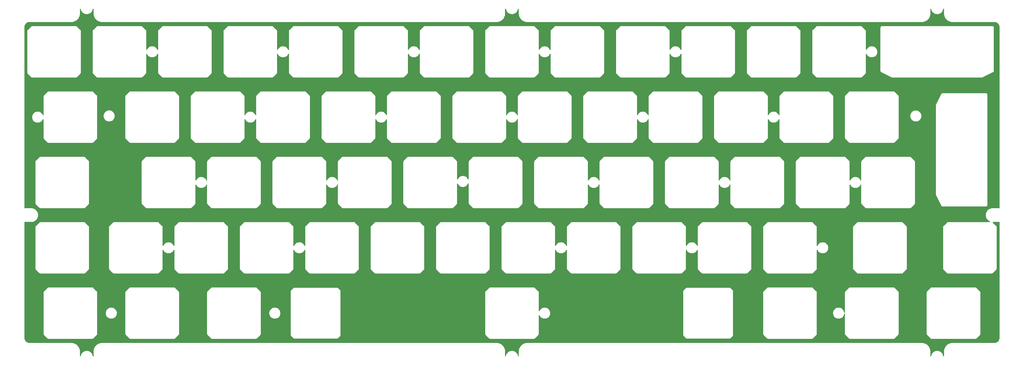
<source format=gbr>
%TF.GenerationSoftware,KiCad,Pcbnew,(6.0.9)*%
%TF.CreationDate,2022-11-03T22:17:30+01:00*%
%TF.ProjectId,plate_iso,706c6174-655f-4697-936f-2e6b69636164,rev?*%
%TF.SameCoordinates,Original*%
%TF.FileFunction,Copper,L1,Top*%
%TF.FilePolarity,Positive*%
%FSLAX46Y46*%
G04 Gerber Fmt 4.6, Leading zero omitted, Abs format (unit mm)*
G04 Created by KiCad (PCBNEW (6.0.9)) date 2022-11-03 22:17:30*
%MOMM*%
%LPD*%
G01*
G04 APERTURE LIST*
G04 APERTURE END LIST*
%TA.AperFunction,NonConductor*%
G36*
X275260980Y-37188820D02*
G01*
X275291520Y-37252912D01*
X275293111Y-37272868D01*
X275293118Y-37574335D01*
X275293118Y-38499753D01*
X275291372Y-38520658D01*
X275288042Y-38540451D01*
X275287969Y-38546448D01*
X275287966Y-38546725D01*
X275287889Y-38553003D01*
X275288579Y-38557824D01*
X275288755Y-38560523D01*
X275289280Y-38565689D01*
X275306607Y-38852116D01*
X275306837Y-38855923D01*
X275327531Y-38968849D01*
X275360852Y-39150672D01*
X275361540Y-39154427D01*
X275451825Y-39444160D01*
X275490333Y-39529719D01*
X275574816Y-39717432D01*
X275574820Y-39717439D01*
X275576376Y-39720897D01*
X275578338Y-39724142D01*
X275578343Y-39724150D01*
X275733376Y-39980605D01*
X275735711Y-39983585D01*
X275735719Y-39983596D01*
X275918188Y-40216499D01*
X275918193Y-40216504D01*
X275920535Y-40219494D01*
X276135125Y-40434081D01*
X276138130Y-40436435D01*
X276138132Y-40436437D01*
X276371018Y-40618891D01*
X276371026Y-40618897D01*
X276374016Y-40621239D01*
X276633725Y-40778236D01*
X276740279Y-40826191D01*
X276906988Y-40901220D01*
X276906994Y-40901222D01*
X276910464Y-40902784D01*
X277016178Y-40935725D01*
X277196561Y-40991933D01*
X277196566Y-40991934D01*
X277200198Y-40993066D01*
X277203943Y-40993752D01*
X277203946Y-40993753D01*
X277494957Y-41047080D01*
X277494961Y-41047081D01*
X277498702Y-41047766D01*
X277502497Y-41047996D01*
X277502501Y-41047996D01*
X277669162Y-41058076D01*
X277770778Y-41064221D01*
X277784076Y-41065738D01*
X277784274Y-41065771D01*
X277789071Y-41066578D01*
X277795310Y-41066654D01*
X277796763Y-41066672D01*
X277796766Y-41066672D01*
X277801623Y-41066731D01*
X277829246Y-41062775D01*
X277847108Y-41061502D01*
X289927133Y-41061502D01*
X289946518Y-41063002D01*
X289961351Y-41065312D01*
X289961355Y-41065312D01*
X289970224Y-41066693D01*
X289985481Y-41064698D01*
X290010802Y-41063955D01*
X290158306Y-41074505D01*
X290179771Y-41076040D01*
X290197565Y-41078598D01*
X290387899Y-41120003D01*
X290405146Y-41125067D01*
X290496397Y-41159102D01*
X290587652Y-41193139D01*
X290604000Y-41200605D01*
X290660668Y-41231547D01*
X290774958Y-41293955D01*
X290790081Y-41303674D01*
X290946013Y-41420403D01*
X290959599Y-41432176D01*
X291097321Y-41569898D01*
X291109095Y-41583485D01*
X291225831Y-41739428D01*
X291235549Y-41754550D01*
X291328895Y-41925498D01*
X291336362Y-41941848D01*
X291404437Y-42124366D01*
X291409494Y-42141588D01*
X291450905Y-42331947D01*
X291453459Y-42349720D01*
X291462507Y-42476220D01*
X291465038Y-42511611D01*
X291464292Y-42529559D01*
X291464191Y-42537852D01*
X291462809Y-42546725D01*
X291463973Y-42555627D01*
X291463973Y-42555630D01*
X291466936Y-42578286D01*
X291468000Y-42594623D01*
X291468000Y-95218502D01*
X291447998Y-95286623D01*
X291394342Y-95333116D01*
X291342000Y-95344502D01*
X289529750Y-95344502D01*
X289508845Y-95342756D01*
X289493844Y-95340232D01*
X289493841Y-95340232D01*
X289489052Y-95339426D01*
X289482849Y-95339350D01*
X289481361Y-95339332D01*
X289481358Y-95339332D01*
X289476500Y-95339273D01*
X289471687Y-95339962D01*
X289469551Y-95340101D01*
X289464737Y-95340609D01*
X289206663Y-95358262D01*
X289206658Y-95358263D01*
X289202370Y-95358556D01*
X289198168Y-95359429D01*
X289198162Y-95359430D01*
X288937556Y-95413585D01*
X288937554Y-95413586D01*
X288933346Y-95414460D01*
X288674441Y-95506475D01*
X288430476Y-95632887D01*
X288205997Y-95791342D01*
X288202851Y-95794280D01*
X288202850Y-95794281D01*
X288008329Y-95975950D01*
X288008324Y-95975956D01*
X288005185Y-95978887D01*
X287831780Y-96192030D01*
X287829549Y-96195699D01*
X287829546Y-96195703D01*
X287727324Y-96363801D01*
X287689014Y-96426799D01*
X287687300Y-96430745D01*
X287621284Y-96582730D01*
X287579545Y-96678822D01*
X287505413Y-96943403D01*
X287467998Y-97215615D01*
X287467998Y-97490385D01*
X287505413Y-97762597D01*
X287579545Y-98027178D01*
X287689014Y-98279201D01*
X287691250Y-98282878D01*
X287820113Y-98494784D01*
X287831780Y-98513970D01*
X288005185Y-98727113D01*
X288008324Y-98730044D01*
X288008329Y-98730050D01*
X288148738Y-98861182D01*
X288205997Y-98914658D01*
X288430476Y-99073113D01*
X288558755Y-99139581D01*
X288591653Y-99156628D01*
X288642934Y-99205728D01*
X288659530Y-99274758D01*
X288636170Y-99341801D01*
X288580272Y-99385573D01*
X288533685Y-99394502D01*
X276597573Y-99394502D01*
X276585443Y-99393147D01*
X276585404Y-99393629D01*
X276576457Y-99392909D01*
X276567701Y-99390928D01*
X276515668Y-99394156D01*
X276513992Y-99394260D01*
X276506190Y-99394502D01*
X276489987Y-99394502D01*
X276481071Y-99395779D01*
X276479622Y-99395986D01*
X276469572Y-99397015D01*
X276431282Y-99399391D01*
X276431281Y-99399391D01*
X276422323Y-99399947D01*
X276413882Y-99402995D01*
X276410968Y-99403598D01*
X276394034Y-99407820D01*
X276391195Y-99408650D01*
X276382313Y-99409922D01*
X276339200Y-99429525D01*
X276329849Y-99433331D01*
X276293762Y-99446358D01*
X276293760Y-99446359D01*
X276285320Y-99449406D01*
X276278076Y-99454698D01*
X276275482Y-99456077D01*
X276260343Y-99464924D01*
X276257883Y-99466497D01*
X276249718Y-99470210D01*
X276242924Y-99476064D01*
X276242921Y-99476066D01*
X276229649Y-99487502D01*
X276213843Y-99501121D01*
X276205928Y-99507405D01*
X276198882Y-99512552D01*
X276198875Y-99512558D01*
X276194948Y-99515427D01*
X276183973Y-99526402D01*
X276177126Y-99532760D01*
X276139373Y-99565289D01*
X276134489Y-99572824D01*
X276129042Y-99579068D01*
X276119442Y-99590933D01*
X275217196Y-100493179D01*
X275207656Y-100500802D01*
X275207970Y-100501170D01*
X275201134Y-100506988D01*
X275193542Y-100511778D01*
X275187600Y-100518506D01*
X275157907Y-100552127D01*
X275152561Y-100557814D01*
X275141118Y-100569257D01*
X275136526Y-100575384D01*
X275134841Y-100577632D01*
X275128467Y-100585461D01*
X275097122Y-100620953D01*
X275093308Y-100629076D01*
X275091674Y-100631564D01*
X275082686Y-100646525D01*
X275081271Y-100649110D01*
X275075884Y-100656297D01*
X275072733Y-100664703D01*
X275059259Y-100700644D01*
X275055333Y-100709960D01*
X275035219Y-100752802D01*
X275033838Y-100761671D01*
X275032972Y-100764504D01*
X275028542Y-100781391D01*
X275027908Y-100784276D01*
X275024755Y-100792686D01*
X275024090Y-100801641D01*
X275021246Y-100839908D01*
X275020092Y-100849954D01*
X275018000Y-100863388D01*
X275018000Y-100878908D01*
X275017654Y-100888245D01*
X275013961Y-100937943D01*
X275015835Y-100946722D01*
X275016398Y-100954980D01*
X275018000Y-100970163D01*
X275018000Y-112831930D01*
X275016645Y-112844060D01*
X275017127Y-112844099D01*
X275016407Y-112853046D01*
X275014426Y-112861802D01*
X275014982Y-112870762D01*
X275017758Y-112915510D01*
X275018000Y-112923312D01*
X275018000Y-112939515D01*
X275018636Y-112943955D01*
X275019484Y-112949880D01*
X275020513Y-112959930D01*
X275023445Y-113007179D01*
X275026494Y-113015625D01*
X275027093Y-113018516D01*
X275031322Y-113035482D01*
X275032148Y-113038307D01*
X275033420Y-113047189D01*
X275053022Y-113090300D01*
X275056827Y-113099649D01*
X275072904Y-113144183D01*
X275078199Y-113151431D01*
X275079580Y-113154029D01*
X275088415Y-113169147D01*
X275089994Y-113171616D01*
X275093708Y-113179784D01*
X275124615Y-113215654D01*
X275130901Y-113223571D01*
X275136048Y-113230617D01*
X275136053Y-113230622D01*
X275138925Y-113234554D01*
X275149900Y-113245529D01*
X275156258Y-113252376D01*
X275188787Y-113290129D01*
X275196322Y-113295013D01*
X275202558Y-113300453D01*
X275214429Y-113310058D01*
X276116683Y-114212313D01*
X276124300Y-114221847D01*
X276124669Y-114221533D01*
X276130484Y-114228366D01*
X276135276Y-114235960D01*
X276147299Y-114246578D01*
X276175616Y-114271587D01*
X276181303Y-114276933D01*
X276192755Y-114288385D01*
X276196346Y-114291076D01*
X276196348Y-114291078D01*
X276201130Y-114294662D01*
X276208973Y-114301047D01*
X276213321Y-114304887D01*
X276244451Y-114332380D01*
X276252578Y-114336196D01*
X276255034Y-114337809D01*
X276270037Y-114346825D01*
X276272615Y-114348236D01*
X276279796Y-114353618D01*
X276324133Y-114370239D01*
X276333448Y-114374164D01*
X276376300Y-114394283D01*
X276385175Y-114395665D01*
X276388002Y-114396529D01*
X276404879Y-114400957D01*
X276407772Y-114401593D01*
X276416185Y-114404747D01*
X276463425Y-114408258D01*
X276473444Y-114409409D01*
X276482080Y-114410754D01*
X276482084Y-114410754D01*
X276486886Y-114411502D01*
X276502410Y-114411502D01*
X276511748Y-114411849D01*
X276552490Y-114414877D01*
X276552491Y-114414877D01*
X276561441Y-114415542D01*
X276570218Y-114413668D01*
X276578469Y-114413106D01*
X276593666Y-114411502D01*
X289055428Y-114411502D01*
X289067558Y-114412857D01*
X289067597Y-114412375D01*
X289076544Y-114413095D01*
X289085300Y-114415076D01*
X289139008Y-114411744D01*
X289146810Y-114411502D01*
X289163013Y-114411502D01*
X289171929Y-114410225D01*
X289173378Y-114410018D01*
X289183428Y-114408989D01*
X289221716Y-114406613D01*
X289230677Y-114406057D01*
X289239123Y-114403008D01*
X289242014Y-114402409D01*
X289258980Y-114398180D01*
X289261805Y-114397354D01*
X289270687Y-114396082D01*
X289313798Y-114376480D01*
X289323149Y-114372674D01*
X289324975Y-114372015D01*
X289367681Y-114356598D01*
X289374929Y-114351303D01*
X289377527Y-114349922D01*
X289392645Y-114341087D01*
X289395114Y-114339508D01*
X289403282Y-114335794D01*
X289439153Y-114304886D01*
X289447069Y-114298601D01*
X289454115Y-114293454D01*
X289454120Y-114293449D01*
X289458052Y-114290577D01*
X289469027Y-114279602D01*
X289475875Y-114273244D01*
X289506823Y-114246578D01*
X289506824Y-114246577D01*
X289513627Y-114240715D01*
X289518511Y-114233180D01*
X289523951Y-114226944D01*
X289533556Y-114215073D01*
X290435811Y-113312819D01*
X290445345Y-113305202D01*
X290445031Y-113304833D01*
X290451864Y-113299018D01*
X290459458Y-113294226D01*
X290495085Y-113253885D01*
X290500431Y-113248199D01*
X290511883Y-113236747D01*
X290518160Y-113228372D01*
X290524545Y-113220529D01*
X290549936Y-113191779D01*
X290555878Y-113185051D01*
X290559694Y-113176924D01*
X290561307Y-113174468D01*
X290570323Y-113159465D01*
X290571734Y-113156887D01*
X290577116Y-113149706D01*
X290593739Y-113105365D01*
X290597664Y-113096050D01*
X290598206Y-113094895D01*
X290617781Y-113053202D01*
X290619163Y-113044327D01*
X290620027Y-113041500D01*
X290624455Y-113024623D01*
X290625091Y-113021730D01*
X290628245Y-113013317D01*
X290631756Y-112966077D01*
X290632907Y-112956058D01*
X290634252Y-112947422D01*
X290634252Y-112947418D01*
X290635000Y-112942616D01*
X290635000Y-112927092D01*
X290635347Y-112917754D01*
X290638375Y-112877012D01*
X290638375Y-112877011D01*
X290639040Y-112868061D01*
X290637166Y-112859284D01*
X290636604Y-112851033D01*
X290635000Y-112835836D01*
X290635000Y-100974075D01*
X290636355Y-100961945D01*
X290635873Y-100961906D01*
X290636593Y-100952959D01*
X290638574Y-100944203D01*
X290635242Y-100890494D01*
X290635000Y-100882692D01*
X290635000Y-100866489D01*
X290633516Y-100856124D01*
X290632487Y-100846074D01*
X290630111Y-100807784D01*
X290630111Y-100807783D01*
X290629555Y-100798825D01*
X290626507Y-100790384D01*
X290625904Y-100787470D01*
X290621682Y-100770536D01*
X290620852Y-100767697D01*
X290619580Y-100758815D01*
X290599977Y-100715702D01*
X290596171Y-100706351D01*
X290583144Y-100670264D01*
X290583143Y-100670262D01*
X290580096Y-100661822D01*
X290574804Y-100654578D01*
X290573425Y-100651984D01*
X290564578Y-100636845D01*
X290563005Y-100634385D01*
X290559292Y-100626220D01*
X290553438Y-100619426D01*
X290553436Y-100619423D01*
X290540439Y-100604340D01*
X290528381Y-100590345D01*
X290522097Y-100582430D01*
X290516950Y-100575384D01*
X290516944Y-100575377D01*
X290514075Y-100571450D01*
X290510638Y-100568013D01*
X290510632Y-100568006D01*
X290503100Y-100560475D01*
X290496742Y-100553627D01*
X290470076Y-100522679D01*
X290470075Y-100522678D01*
X290464213Y-100515875D01*
X290456678Y-100510991D01*
X290450434Y-100505544D01*
X290438569Y-100495944D01*
X289536323Y-99593698D01*
X289528700Y-99584157D01*
X289528331Y-99584471D01*
X289522514Y-99577636D01*
X289517724Y-99570044D01*
X289514379Y-99567090D01*
X289486387Y-99504324D01*
X289497116Y-99434142D01*
X289544084Y-99380902D01*
X289611259Y-99361502D01*
X291342000Y-99361502D01*
X291410121Y-99381504D01*
X291456614Y-99435160D01*
X291468000Y-99487502D01*
X291468000Y-133103634D01*
X291466500Y-133123019D01*
X291464190Y-133137852D01*
X291464190Y-133137856D01*
X291462809Y-133146725D01*
X291464804Y-133161982D01*
X291465547Y-133187302D01*
X291453561Y-133354887D01*
X291453461Y-133356279D01*
X291450906Y-133374056D01*
X291409495Y-133564415D01*
X291404438Y-133581637D01*
X291336363Y-133764155D01*
X291328898Y-133780500D01*
X291304840Y-133824559D01*
X291235546Y-133951460D01*
X291225827Y-133966583D01*
X291109098Y-134122514D01*
X291097325Y-134136100D01*
X290959599Y-134273826D01*
X290946013Y-134285599D01*
X290790081Y-134402328D01*
X290774958Y-134412047D01*
X290604003Y-134505396D01*
X290587652Y-134512863D01*
X290496397Y-134546900D01*
X290405146Y-134580935D01*
X290387899Y-134585999D01*
X290387869Y-134586006D01*
X290197564Y-134627404D01*
X290179770Y-134629962D01*
X290149274Y-134632143D01*
X290017887Y-134641540D01*
X289999943Y-134640794D01*
X289991649Y-134640693D01*
X289982776Y-134639311D01*
X289973874Y-134640475D01*
X289973872Y-134640475D01*
X289958823Y-134642443D01*
X289951214Y-134643438D01*
X289934879Y-134644502D01*
X277854856Y-134644502D01*
X277833951Y-134642756D01*
X277818950Y-134640232D01*
X277818947Y-134640232D01*
X277814158Y-134639426D01*
X277808081Y-134639352D01*
X277806471Y-134639332D01*
X277806467Y-134639332D01*
X277801606Y-134639273D01*
X277796788Y-134639963D01*
X277794393Y-134640119D01*
X277788634Y-134640705D01*
X277685892Y-134646919D01*
X277502484Y-134658013D01*
X277502479Y-134658014D01*
X277498687Y-134658243D01*
X277200185Y-134712944D01*
X276910454Y-134803228D01*
X276906984Y-134804790D01*
X276906978Y-134804792D01*
X276729729Y-134884565D01*
X276633717Y-134927777D01*
X276374010Y-135084774D01*
X276135121Y-135271931D01*
X275920534Y-135486519D01*
X275918187Y-135489515D01*
X275736105Y-135721924D01*
X275733376Y-135725407D01*
X275693330Y-135791651D01*
X275578349Y-135981852D01*
X275578347Y-135981856D01*
X275576378Y-135985113D01*
X275558060Y-136025814D01*
X275453395Y-136258371D01*
X275451829Y-136261850D01*
X275450698Y-136265480D01*
X275450696Y-136265486D01*
X275362680Y-136547941D01*
X275361545Y-136551582D01*
X275306843Y-136850084D01*
X275306614Y-136853870D01*
X275306613Y-136853882D01*
X275301359Y-136940738D01*
X275294557Y-137053206D01*
X275290386Y-137122157D01*
X275288870Y-137135449D01*
X275288029Y-137140451D01*
X275287876Y-137153003D01*
X275288974Y-137160670D01*
X275291832Y-137180627D01*
X275293105Y-137198489D01*
X275293105Y-138407820D01*
X275273103Y-138475941D01*
X275219447Y-138522434D01*
X275149173Y-138532538D01*
X275084593Y-138503044D01*
X275046209Y-138443318D01*
X275044212Y-138435628D01*
X275000493Y-138242421D01*
X274988049Y-138187425D01*
X274963821Y-138125123D01*
X274895012Y-137948178D01*
X274895011Y-137948175D01*
X274893319Y-137943825D01*
X274763623Y-137716904D01*
X274601810Y-137511645D01*
X274411435Y-137332559D01*
X274218175Y-137198489D01*
X274200523Y-137186243D01*
X274200520Y-137186241D01*
X274196681Y-137183578D01*
X274190693Y-137180625D01*
X273966453Y-137070042D01*
X273966450Y-137070041D01*
X273962265Y-137067977D01*
X273916121Y-137053206D01*
X273717795Y-136989722D01*
X273713337Y-136988295D01*
X273455365Y-136946281D01*
X273341614Y-136944792D01*
X273198694Y-136942921D01*
X273198691Y-136942921D01*
X273194017Y-136942860D01*
X272935034Y-136978106D01*
X272684105Y-137051245D01*
X272679852Y-137053205D01*
X272679851Y-137053206D01*
X272643331Y-137070042D01*
X272446744Y-137160670D01*
X272409104Y-137185348D01*
X272232076Y-137301412D01*
X272232071Y-137301416D01*
X272228163Y-137303978D01*
X272033166Y-137478020D01*
X271866035Y-137678972D01*
X271730443Y-137902421D01*
X271629369Y-138143457D01*
X271565031Y-138396785D01*
X271564563Y-138401436D01*
X271564562Y-138401440D01*
X271561664Y-138430221D01*
X271534937Y-138495995D01*
X271476893Y-138536878D01*
X271405961Y-138539890D01*
X271344660Y-138504075D01*
X271312454Y-138440804D01*
X271310298Y-138417602D01*
X271310284Y-138087419D01*
X271310284Y-137206253D01*
X271312030Y-137185348D01*
X271314554Y-137170347D01*
X271314554Y-137170344D01*
X271315360Y-137165555D01*
X271315513Y-137153003D01*
X271314825Y-137148198D01*
X271314654Y-137145578D01*
X271314110Y-137140231D01*
X271313821Y-137135443D01*
X271304920Y-136988295D01*
X271296790Y-136853879D01*
X271296789Y-136853870D01*
X271296560Y-136850082D01*
X271242545Y-136555329D01*
X271242542Y-136555318D01*
X271241857Y-136551579D01*
X271151572Y-136261846D01*
X271027022Y-135985108D01*
X271025053Y-135981851D01*
X271025051Y-135981847D01*
X270871990Y-135728655D01*
X270871989Y-135728653D01*
X270870023Y-135725401D01*
X270831857Y-135676686D01*
X270685211Y-135489507D01*
X270685206Y-135489502D01*
X270682864Y-135486512D01*
X270468275Y-135271924D01*
X270229384Y-135084767D01*
X270226138Y-135082805D01*
X270226134Y-135082802D01*
X269972966Y-134929758D01*
X269969676Y-134927769D01*
X269862571Y-134879566D01*
X269696414Y-134804785D01*
X269696408Y-134804783D01*
X269692938Y-134803221D01*
X269587224Y-134770280D01*
X269406841Y-134714072D01*
X269406836Y-134714071D01*
X269403204Y-134712939D01*
X269399459Y-134712253D01*
X269399456Y-134712252D01*
X269108445Y-134658924D01*
X269108441Y-134658923D01*
X269104700Y-134658238D01*
X269100905Y-134658008D01*
X269100901Y-134658008D01*
X268933818Y-134647903D01*
X268832625Y-134641783D01*
X268819327Y-134640266D01*
X268819129Y-134640233D01*
X268819128Y-134640233D01*
X268814332Y-134639426D01*
X268808093Y-134639350D01*
X268806640Y-134639332D01*
X268806637Y-134639332D01*
X268801780Y-134639273D01*
X268776057Y-134642957D01*
X268774158Y-134643229D01*
X268756295Y-134644502D01*
X154025923Y-134644502D01*
X154005022Y-134642756D01*
X153985226Y-134639426D01*
X153979043Y-134639351D01*
X153977539Y-134639332D01*
X153977535Y-134639332D01*
X153972674Y-134639273D01*
X153967857Y-134639963D01*
X153965106Y-134640142D01*
X153960023Y-134640659D01*
X153669754Y-134658220D01*
X153551505Y-134679891D01*
X153374998Y-134712239D01*
X153374990Y-134712241D01*
X153371252Y-134712926D01*
X153081521Y-134803212D01*
X152989498Y-134844629D01*
X152808250Y-134926204D01*
X152808243Y-134926207D01*
X152804785Y-134927764D01*
X152801533Y-134929730D01*
X152801531Y-134929731D01*
X152674932Y-135006264D01*
X152545079Y-135084764D01*
X152542091Y-135087105D01*
X152542088Y-135087107D01*
X152408747Y-135191575D01*
X152306191Y-135271923D01*
X152091604Y-135486513D01*
X152089261Y-135489503D01*
X152089258Y-135489507D01*
X151965275Y-135647762D01*
X151904448Y-135725403D01*
X151902486Y-135728649D01*
X151902483Y-135728653D01*
X151799954Y-135898258D01*
X151747451Y-135985110D01*
X151745885Y-135988590D01*
X151624466Y-136258372D01*
X151624464Y-136258377D01*
X151622902Y-136261848D01*
X151532619Y-136551580D01*
X151477917Y-136850083D01*
X151477688Y-136853870D01*
X151477687Y-136853881D01*
X151472433Y-136940738D01*
X151465631Y-137053206D01*
X151461460Y-137122157D01*
X151459944Y-137135449D01*
X151459103Y-137140451D01*
X151458950Y-137153003D01*
X151460048Y-137160670D01*
X151462906Y-137180627D01*
X151464179Y-137198489D01*
X151464179Y-137437726D01*
X151464163Y-137438136D01*
X151464132Y-137438336D01*
X151464131Y-137477022D01*
X151464007Y-137512708D01*
X151464108Y-137513435D01*
X151464130Y-137514081D01*
X151464113Y-138382610D01*
X151464112Y-138407852D01*
X151444109Y-138475972D01*
X151390452Y-138522464D01*
X151320178Y-138532566D01*
X151255598Y-138503072D01*
X151217215Y-138443345D01*
X151215219Y-138435657D01*
X151160080Y-138191982D01*
X151159049Y-138187425D01*
X151134821Y-138125123D01*
X151066012Y-137948178D01*
X151066011Y-137948175D01*
X151064319Y-137943825D01*
X150934623Y-137716904D01*
X150772810Y-137511645D01*
X150582435Y-137332559D01*
X150389175Y-137198489D01*
X150371523Y-137186243D01*
X150371520Y-137186241D01*
X150367681Y-137183578D01*
X150361693Y-137180625D01*
X150137453Y-137070042D01*
X150137450Y-137070041D01*
X150133265Y-137067977D01*
X150087121Y-137053206D01*
X149888795Y-136989722D01*
X149884337Y-136988295D01*
X149626365Y-136946281D01*
X149512614Y-136944792D01*
X149369694Y-136942921D01*
X149369691Y-136942921D01*
X149365017Y-136942860D01*
X149106034Y-136978106D01*
X148855105Y-137051245D01*
X148850852Y-137053205D01*
X148850851Y-137053206D01*
X148814331Y-137070042D01*
X148617744Y-137160670D01*
X148580104Y-137185348D01*
X148403076Y-137301412D01*
X148403071Y-137301416D01*
X148399163Y-137303978D01*
X148204166Y-137478020D01*
X148037035Y-137678972D01*
X147901443Y-137902421D01*
X147800369Y-138143457D01*
X147736031Y-138396785D01*
X147735563Y-138401436D01*
X147735562Y-138401440D01*
X147732664Y-138430221D01*
X147705937Y-138495995D01*
X147647893Y-138536878D01*
X147576961Y-138539890D01*
X147515660Y-138504075D01*
X147483454Y-138440804D01*
X147481298Y-138417602D01*
X147481284Y-138087419D01*
X147481284Y-137206253D01*
X147483030Y-137185348D01*
X147485554Y-137170347D01*
X147485554Y-137170344D01*
X147486360Y-137165555D01*
X147486513Y-137153003D01*
X147485825Y-137148198D01*
X147485654Y-137145578D01*
X147485110Y-137140231D01*
X147484821Y-137135443D01*
X147475920Y-136988295D01*
X147467790Y-136853879D01*
X147467789Y-136853870D01*
X147467560Y-136850082D01*
X147413545Y-136555329D01*
X147413542Y-136555318D01*
X147412857Y-136551579D01*
X147322572Y-136261846D01*
X147198022Y-135985108D01*
X147196053Y-135981851D01*
X147196051Y-135981847D01*
X147042990Y-135728655D01*
X147042989Y-135728653D01*
X147041023Y-135725401D01*
X147002857Y-135676686D01*
X146856211Y-135489507D01*
X146856206Y-135489502D01*
X146853864Y-135486512D01*
X146639275Y-135271924D01*
X146400384Y-135084767D01*
X146397138Y-135082805D01*
X146397134Y-135082802D01*
X146143966Y-134929758D01*
X146140676Y-134927769D01*
X146033571Y-134879566D01*
X145867414Y-134804785D01*
X145867408Y-134804783D01*
X145863938Y-134803221D01*
X145758224Y-134770280D01*
X145577841Y-134714072D01*
X145577836Y-134714071D01*
X145574204Y-134712939D01*
X145570459Y-134712253D01*
X145570456Y-134712252D01*
X145279445Y-134658924D01*
X145279441Y-134658923D01*
X145275700Y-134658238D01*
X145271905Y-134658008D01*
X145271901Y-134658008D01*
X145104818Y-134647903D01*
X145003625Y-134641783D01*
X144990327Y-134640266D01*
X144990129Y-134640233D01*
X144990128Y-134640233D01*
X144985332Y-134639426D01*
X144979093Y-134639350D01*
X144977640Y-134639332D01*
X144977637Y-134639332D01*
X144972780Y-134639273D01*
X144947057Y-134642957D01*
X144945158Y-134643229D01*
X144927295Y-134644502D01*
X30196915Y-134644502D01*
X30176016Y-134642756D01*
X30168785Y-134641540D01*
X30161017Y-134640233D01*
X30161014Y-134640233D01*
X30156218Y-134639426D01*
X30149764Y-134639347D01*
X30148524Y-134639332D01*
X30148521Y-134639332D01*
X30143666Y-134639273D01*
X30138856Y-134639962D01*
X30136386Y-134640123D01*
X30130776Y-134640694D01*
X29997501Y-134648759D01*
X29844545Y-134658014D01*
X29844538Y-134658015D01*
X29840751Y-134658244D01*
X29650790Y-134693060D01*
X29546001Y-134712265D01*
X29545997Y-134712266D01*
X29542254Y-134712952D01*
X29252527Y-134803240D01*
X29216418Y-134819492D01*
X28979306Y-134926211D01*
X28975795Y-134927791D01*
X28716093Y-135084789D01*
X28713105Y-135087130D01*
X28713102Y-135087132D01*
X28480216Y-135269588D01*
X28477208Y-135271945D01*
X28262623Y-135486530D01*
X28260273Y-135489530D01*
X28260270Y-135489533D01*
X28078222Y-135721900D01*
X28075467Y-135725416D01*
X27918469Y-135985118D01*
X27793918Y-136261850D01*
X27792786Y-136265484D01*
X27792782Y-136265495D01*
X27767496Y-136346637D01*
X27703631Y-136551577D01*
X27702946Y-136555312D01*
X27702945Y-136555318D01*
X27702943Y-136555329D01*
X27648924Y-136850075D01*
X27648695Y-136853864D01*
X27648694Y-136853870D01*
X27632461Y-137122141D01*
X27630945Y-137135436D01*
X27630103Y-137140438D01*
X27629950Y-137152990D01*
X27631417Y-137163233D01*
X27633907Y-137180625D01*
X27635179Y-137198485D01*
X27635179Y-137437726D01*
X27635163Y-137438136D01*
X27635132Y-137438336D01*
X27635131Y-137477022D01*
X27635007Y-137512708D01*
X27635108Y-137513435D01*
X27635130Y-137514081D01*
X27635113Y-138382610D01*
X27635112Y-138407852D01*
X27615109Y-138475972D01*
X27561452Y-138522464D01*
X27491178Y-138532566D01*
X27426598Y-138503072D01*
X27388215Y-138443345D01*
X27386219Y-138435657D01*
X27331080Y-138191982D01*
X27330049Y-138187425D01*
X27305821Y-138125123D01*
X27237012Y-137948178D01*
X27237011Y-137948175D01*
X27235319Y-137943825D01*
X27105623Y-137716904D01*
X26943810Y-137511645D01*
X26753435Y-137332559D01*
X26560175Y-137198489D01*
X26542523Y-137186243D01*
X26542520Y-137186241D01*
X26538681Y-137183578D01*
X26532693Y-137180625D01*
X26308453Y-137070042D01*
X26308450Y-137070041D01*
X26304265Y-137067977D01*
X26258121Y-137053206D01*
X26059795Y-136989722D01*
X26055337Y-136988295D01*
X25797365Y-136946281D01*
X25683614Y-136944792D01*
X25540694Y-136942921D01*
X25540691Y-136942921D01*
X25536017Y-136942860D01*
X25277034Y-136978106D01*
X25026105Y-137051245D01*
X25021852Y-137053205D01*
X25021851Y-137053206D01*
X24985331Y-137070042D01*
X24788744Y-137160670D01*
X24751104Y-137185348D01*
X24574076Y-137301412D01*
X24574071Y-137301416D01*
X24570163Y-137303978D01*
X24375166Y-137478020D01*
X24208035Y-137678972D01*
X24072443Y-137902421D01*
X23971369Y-138143457D01*
X23907031Y-138396785D01*
X23906562Y-138401439D01*
X23906562Y-138401441D01*
X23903675Y-138430113D01*
X23876949Y-138495888D01*
X23818905Y-138536771D01*
X23747973Y-138539783D01*
X23686671Y-138503969D01*
X23654465Y-138440698D01*
X23652309Y-138417490D01*
X23652309Y-137206253D01*
X23654055Y-137185348D01*
X23656579Y-137170347D01*
X23656579Y-137170344D01*
X23657385Y-137165555D01*
X23657538Y-137153003D01*
X23656849Y-137148189D01*
X23656700Y-137145910D01*
X23656093Y-137139939D01*
X23638790Y-136853881D01*
X23638789Y-136853870D01*
X23638560Y-136850084D01*
X23583858Y-136551584D01*
X23578196Y-136533412D01*
X23494708Y-136265489D01*
X23494705Y-136265480D01*
X23493575Y-136261853D01*
X23492010Y-136258374D01*
X23387343Y-136025814D01*
X23369027Y-135985117D01*
X23212030Y-135725411D01*
X23166028Y-135666693D01*
X23027230Y-135489530D01*
X23027228Y-135489528D01*
X23024874Y-135486523D01*
X22810288Y-135271935D01*
X22807299Y-135269593D01*
X22807293Y-135269588D01*
X22574391Y-135087121D01*
X22574388Y-135087119D01*
X22571400Y-135084778D01*
X22487523Y-135034072D01*
X22314957Y-134929751D01*
X22314952Y-134929749D01*
X22311696Y-134927780D01*
X22034960Y-134803230D01*
X22031335Y-134802100D01*
X22031326Y-134802097D01*
X21803474Y-134731095D01*
X21745230Y-134712945D01*
X21741496Y-134712261D01*
X21741489Y-134712259D01*
X21450468Y-134658926D01*
X21450464Y-134658926D01*
X21446729Y-134658241D01*
X21442941Y-134658012D01*
X21442934Y-134658011D01*
X21286090Y-134648524D01*
X21174650Y-134641782D01*
X21161365Y-134640267D01*
X21156363Y-134639426D01*
X21150249Y-134639351D01*
X21148676Y-134639332D01*
X21148672Y-134639332D01*
X21143811Y-134639273D01*
X21117771Y-134643002D01*
X21116179Y-134643230D01*
X21098318Y-134644502D01*
X9025859Y-134644502D01*
X9006475Y-134643002D01*
X8991641Y-134640692D01*
X8991638Y-134640692D01*
X8982768Y-134639311D01*
X8967512Y-134641306D01*
X8942189Y-134642049D01*
X8773220Y-134629967D01*
X8755430Y-134627410D01*
X8660260Y-134606708D01*
X8565094Y-134586006D01*
X8547845Y-134580941D01*
X8365346Y-134512874D01*
X8348994Y-134505406D01*
X8178036Y-134412058D01*
X8162923Y-134402346D01*
X8006975Y-134285604D01*
X7993395Y-134273836D01*
X7855674Y-134136115D01*
X7843900Y-134122528D01*
X7727166Y-133966588D01*
X7717447Y-133951465D01*
X7624100Y-133780510D01*
X7616632Y-133764156D01*
X7548567Y-133581660D01*
X7543502Y-133564410D01*
X7512996Y-133424166D01*
X7502100Y-133374073D01*
X7499543Y-133356285D01*
X7499207Y-133351587D01*
X7487966Y-133194375D01*
X7488707Y-133176558D01*
X7488810Y-133168159D01*
X7490191Y-133159288D01*
X7486063Y-133127713D01*
X7485000Y-133111379D01*
X7485000Y-119987943D01*
X13076461Y-119987943D01*
X13078335Y-119996722D01*
X13078898Y-120004980D01*
X13080500Y-120020163D01*
X13080500Y-131881930D01*
X13079145Y-131894060D01*
X13079627Y-131894099D01*
X13078907Y-131903046D01*
X13076926Y-131911802D01*
X13077482Y-131920762D01*
X13080258Y-131965510D01*
X13080500Y-131973312D01*
X13080500Y-131989515D01*
X13081136Y-131993955D01*
X13081984Y-131999880D01*
X13083013Y-132009930D01*
X13085945Y-132057179D01*
X13088994Y-132065625D01*
X13089593Y-132068516D01*
X13093822Y-132085482D01*
X13094648Y-132088307D01*
X13095920Y-132097189D01*
X13115522Y-132140300D01*
X13119327Y-132149649D01*
X13135404Y-132194183D01*
X13140699Y-132201431D01*
X13142080Y-132204029D01*
X13150915Y-132219147D01*
X13152494Y-132221616D01*
X13156208Y-132229784D01*
X13184518Y-132262640D01*
X13187115Y-132265654D01*
X13193401Y-132273571D01*
X13198548Y-132280617D01*
X13198553Y-132280622D01*
X13201425Y-132284554D01*
X13212400Y-132295529D01*
X13218758Y-132302377D01*
X13245068Y-132332911D01*
X13251287Y-132340129D01*
X13258822Y-132345013D01*
X13265058Y-132350453D01*
X13276929Y-132360058D01*
X14179183Y-133262313D01*
X14186800Y-133271847D01*
X14187169Y-133271533D01*
X14192984Y-133278366D01*
X14197776Y-133285960D01*
X14235776Y-133319520D01*
X14238116Y-133321587D01*
X14243803Y-133326933D01*
X14255255Y-133338385D01*
X14258846Y-133341076D01*
X14258848Y-133341078D01*
X14263630Y-133344662D01*
X14271473Y-133351047D01*
X14275821Y-133354887D01*
X14306951Y-133382380D01*
X14315078Y-133386196D01*
X14317534Y-133387809D01*
X14332537Y-133396825D01*
X14335115Y-133398236D01*
X14342296Y-133403618D01*
X14386633Y-133420239D01*
X14395948Y-133424164D01*
X14438800Y-133444283D01*
X14447675Y-133445665D01*
X14450502Y-133446529D01*
X14467379Y-133450957D01*
X14470272Y-133451593D01*
X14478685Y-133454747D01*
X14525925Y-133458258D01*
X14535944Y-133459409D01*
X14544580Y-133460754D01*
X14544584Y-133460754D01*
X14549386Y-133461502D01*
X14564910Y-133461502D01*
X14574248Y-133461849D01*
X14614990Y-133464877D01*
X14614991Y-133464877D01*
X14623941Y-133465542D01*
X14632718Y-133463668D01*
X14640969Y-133463106D01*
X14656166Y-133461502D01*
X27117928Y-133461502D01*
X27130058Y-133462857D01*
X27130097Y-133462375D01*
X27139044Y-133463095D01*
X27147800Y-133465076D01*
X27201508Y-133461744D01*
X27209310Y-133461502D01*
X27225513Y-133461502D01*
X27234429Y-133460225D01*
X27235878Y-133460018D01*
X27245928Y-133458989D01*
X27284216Y-133456613D01*
X27293177Y-133456057D01*
X27301623Y-133453008D01*
X27304514Y-133452409D01*
X27321480Y-133448180D01*
X27324305Y-133447354D01*
X27333187Y-133446082D01*
X27376298Y-133426480D01*
X27385649Y-133422674D01*
X27387475Y-133422015D01*
X27430181Y-133406598D01*
X27437429Y-133401303D01*
X27440027Y-133399922D01*
X27455145Y-133391087D01*
X27457614Y-133389508D01*
X27465782Y-133385794D01*
X27501653Y-133354886D01*
X27509569Y-133348601D01*
X27516615Y-133343454D01*
X27516620Y-133343449D01*
X27520552Y-133340577D01*
X27531527Y-133329602D01*
X27538375Y-133323244D01*
X27569323Y-133296578D01*
X27569324Y-133296577D01*
X27576127Y-133290715D01*
X27581011Y-133283180D01*
X27586451Y-133276944D01*
X27596056Y-133265073D01*
X28498311Y-132362819D01*
X28507845Y-132355202D01*
X28507531Y-132354833D01*
X28514364Y-132349018D01*
X28521958Y-132344226D01*
X28557585Y-132303885D01*
X28562931Y-132298199D01*
X28574383Y-132286747D01*
X28580660Y-132278372D01*
X28587045Y-132270529D01*
X28612436Y-132241779D01*
X28618378Y-132235051D01*
X28622194Y-132226924D01*
X28623807Y-132224468D01*
X28632823Y-132209465D01*
X28634234Y-132206887D01*
X28639616Y-132199706D01*
X28656239Y-132155365D01*
X28660164Y-132146050D01*
X28660706Y-132144895D01*
X28680281Y-132103202D01*
X28681663Y-132094327D01*
X28682527Y-132091500D01*
X28686955Y-132074623D01*
X28687591Y-132071730D01*
X28690745Y-132063317D01*
X28694256Y-132016077D01*
X28695407Y-132006058D01*
X28696752Y-131997422D01*
X28696752Y-131997418D01*
X28697500Y-131992616D01*
X28697500Y-131977092D01*
X28697847Y-131967754D01*
X28700875Y-131927012D01*
X28700875Y-131927011D01*
X28701540Y-131918061D01*
X28699666Y-131909284D01*
X28699104Y-131901033D01*
X28697500Y-131885836D01*
X28697500Y-125953002D01*
X31181790Y-125953002D01*
X31201655Y-126205405D01*
X31202809Y-126210212D01*
X31202810Y-126210218D01*
X31240443Y-126366970D01*
X31260759Y-126451593D01*
X31262652Y-126456164D01*
X31262653Y-126456166D01*
X31321173Y-126597445D01*
X31357648Y-126685504D01*
X31489936Y-126901378D01*
X31654366Y-127093900D01*
X31846888Y-127258330D01*
X32062762Y-127390618D01*
X32067332Y-127392511D01*
X32067336Y-127392513D01*
X32292100Y-127485613D01*
X32296673Y-127487507D01*
X32381296Y-127507823D01*
X32538048Y-127545456D01*
X32538054Y-127545457D01*
X32542861Y-127546611D01*
X32795264Y-127566476D01*
X33047667Y-127546611D01*
X33052474Y-127545457D01*
X33052480Y-127545456D01*
X33209232Y-127507823D01*
X33293855Y-127487507D01*
X33298428Y-127485613D01*
X33523192Y-127392513D01*
X33523196Y-127392511D01*
X33527766Y-127390618D01*
X33743640Y-127258330D01*
X33936162Y-127093900D01*
X34100592Y-126901378D01*
X34232880Y-126685504D01*
X34269356Y-126597445D01*
X34327875Y-126456166D01*
X34327876Y-126456164D01*
X34329769Y-126451593D01*
X34350085Y-126366970D01*
X34387718Y-126210218D01*
X34387719Y-126210212D01*
X34388873Y-126205405D01*
X34408738Y-125953002D01*
X34388873Y-125700599D01*
X34378467Y-125657252D01*
X34330924Y-125459223D01*
X34329769Y-125454411D01*
X34324110Y-125440748D01*
X34234775Y-125225074D01*
X34234773Y-125225070D01*
X34232880Y-125220500D01*
X34100592Y-125004626D01*
X33936162Y-124812104D01*
X33743640Y-124647674D01*
X33527766Y-124515386D01*
X33523196Y-124513493D01*
X33523192Y-124513491D01*
X33298428Y-124420391D01*
X33298426Y-124420390D01*
X33293855Y-124418497D01*
X33209232Y-124398181D01*
X33052480Y-124360548D01*
X33052474Y-124360547D01*
X33047667Y-124359393D01*
X32795264Y-124339528D01*
X32542861Y-124359393D01*
X32538054Y-124360547D01*
X32538048Y-124360548D01*
X32381296Y-124398181D01*
X32296673Y-124418497D01*
X32292102Y-124420390D01*
X32292100Y-124420391D01*
X32067336Y-124513491D01*
X32067332Y-124513493D01*
X32062762Y-124515386D01*
X31846888Y-124647674D01*
X31654366Y-124812104D01*
X31489936Y-125004626D01*
X31357648Y-125220500D01*
X31355755Y-125225070D01*
X31355753Y-125225074D01*
X31266418Y-125440748D01*
X31260759Y-125454411D01*
X31259604Y-125459223D01*
X31212062Y-125657252D01*
X31201655Y-125700599D01*
X31181790Y-125953002D01*
X28697500Y-125953002D01*
X28697500Y-120024075D01*
X28698855Y-120011945D01*
X28698373Y-120011906D01*
X28699093Y-120002959D01*
X28701074Y-119994203D01*
X28700686Y-119987943D01*
X36888961Y-119987943D01*
X36890835Y-119996722D01*
X36891398Y-120004980D01*
X36893000Y-120020163D01*
X36893000Y-131881930D01*
X36891645Y-131894060D01*
X36892127Y-131894099D01*
X36891407Y-131903046D01*
X36889426Y-131911802D01*
X36889982Y-131920762D01*
X36892758Y-131965510D01*
X36893000Y-131973312D01*
X36893000Y-131989515D01*
X36893636Y-131993955D01*
X36894484Y-131999880D01*
X36895513Y-132009930D01*
X36898445Y-132057179D01*
X36901494Y-132065625D01*
X36902093Y-132068516D01*
X36906322Y-132085482D01*
X36907148Y-132088307D01*
X36908420Y-132097189D01*
X36928022Y-132140300D01*
X36931827Y-132149649D01*
X36947904Y-132194183D01*
X36953199Y-132201431D01*
X36954580Y-132204029D01*
X36963415Y-132219147D01*
X36964994Y-132221616D01*
X36968708Y-132229784D01*
X36997018Y-132262640D01*
X36999615Y-132265654D01*
X37005901Y-132273571D01*
X37011048Y-132280617D01*
X37011053Y-132280622D01*
X37013925Y-132284554D01*
X37024900Y-132295529D01*
X37031258Y-132302377D01*
X37057568Y-132332911D01*
X37063787Y-132340129D01*
X37071322Y-132345013D01*
X37077558Y-132350453D01*
X37089429Y-132360058D01*
X37991683Y-133262313D01*
X37999300Y-133271847D01*
X37999669Y-133271533D01*
X38005484Y-133278366D01*
X38010276Y-133285960D01*
X38048276Y-133319520D01*
X38050616Y-133321587D01*
X38056303Y-133326933D01*
X38067755Y-133338385D01*
X38071346Y-133341076D01*
X38071348Y-133341078D01*
X38076130Y-133344662D01*
X38083973Y-133351047D01*
X38088321Y-133354887D01*
X38119451Y-133382380D01*
X38127578Y-133386196D01*
X38130034Y-133387809D01*
X38145037Y-133396825D01*
X38147615Y-133398236D01*
X38154796Y-133403618D01*
X38199133Y-133420239D01*
X38208448Y-133424164D01*
X38251300Y-133444283D01*
X38260175Y-133445665D01*
X38263002Y-133446529D01*
X38279879Y-133450957D01*
X38282772Y-133451593D01*
X38291185Y-133454747D01*
X38338425Y-133458258D01*
X38348444Y-133459409D01*
X38357080Y-133460754D01*
X38357084Y-133460754D01*
X38361886Y-133461502D01*
X38377410Y-133461502D01*
X38386748Y-133461849D01*
X38427490Y-133464877D01*
X38427491Y-133464877D01*
X38436441Y-133465542D01*
X38445218Y-133463668D01*
X38453469Y-133463106D01*
X38468666Y-133461502D01*
X50930428Y-133461502D01*
X50942558Y-133462857D01*
X50942597Y-133462375D01*
X50951544Y-133463095D01*
X50960300Y-133465076D01*
X51014008Y-133461744D01*
X51021810Y-133461502D01*
X51038013Y-133461502D01*
X51046929Y-133460225D01*
X51048378Y-133460018D01*
X51058428Y-133458989D01*
X51096716Y-133456613D01*
X51105677Y-133456057D01*
X51114123Y-133453008D01*
X51117014Y-133452409D01*
X51133980Y-133448180D01*
X51136805Y-133447354D01*
X51145687Y-133446082D01*
X51188798Y-133426480D01*
X51198149Y-133422674D01*
X51199975Y-133422015D01*
X51242681Y-133406598D01*
X51249929Y-133401303D01*
X51252527Y-133399922D01*
X51267645Y-133391087D01*
X51270114Y-133389508D01*
X51278282Y-133385794D01*
X51314153Y-133354886D01*
X51322069Y-133348601D01*
X51329115Y-133343454D01*
X51329120Y-133343449D01*
X51333052Y-133340577D01*
X51344027Y-133329602D01*
X51350875Y-133323244D01*
X51381823Y-133296578D01*
X51381824Y-133296577D01*
X51388627Y-133290715D01*
X51393511Y-133283180D01*
X51398951Y-133276944D01*
X51408556Y-133265073D01*
X52310811Y-132362819D01*
X52320345Y-132355202D01*
X52320031Y-132354833D01*
X52326864Y-132349018D01*
X52334458Y-132344226D01*
X52370085Y-132303885D01*
X52375431Y-132298199D01*
X52386883Y-132286747D01*
X52393160Y-132278372D01*
X52399545Y-132270529D01*
X52424936Y-132241779D01*
X52430878Y-132235051D01*
X52434694Y-132226924D01*
X52436307Y-132224468D01*
X52445323Y-132209465D01*
X52446734Y-132206887D01*
X52452116Y-132199706D01*
X52468739Y-132155365D01*
X52472664Y-132146050D01*
X52473206Y-132144895D01*
X52492781Y-132103202D01*
X52494163Y-132094327D01*
X52495027Y-132091500D01*
X52499455Y-132074623D01*
X52500091Y-132071730D01*
X52503245Y-132063317D01*
X52506756Y-132016077D01*
X52507907Y-132006058D01*
X52509252Y-131997422D01*
X52509252Y-131997418D01*
X52510000Y-131992616D01*
X52510000Y-131977092D01*
X52510347Y-131967754D01*
X52513375Y-131927012D01*
X52513375Y-131927011D01*
X52514040Y-131918061D01*
X52512166Y-131909284D01*
X52511604Y-131901033D01*
X52510000Y-131885836D01*
X52510000Y-120024075D01*
X52511355Y-120011945D01*
X52510873Y-120011906D01*
X52511593Y-120002959D01*
X52513574Y-119994203D01*
X52513186Y-119987943D01*
X60701461Y-119987943D01*
X60703335Y-119996722D01*
X60703898Y-120004980D01*
X60705500Y-120020163D01*
X60705500Y-131881930D01*
X60704145Y-131894060D01*
X60704627Y-131894099D01*
X60703907Y-131903046D01*
X60701926Y-131911802D01*
X60702482Y-131920762D01*
X60705258Y-131965510D01*
X60705500Y-131973312D01*
X60705500Y-131989515D01*
X60706136Y-131993955D01*
X60706984Y-131999880D01*
X60708013Y-132009930D01*
X60710945Y-132057179D01*
X60713994Y-132065625D01*
X60714593Y-132068516D01*
X60718822Y-132085482D01*
X60719648Y-132088307D01*
X60720920Y-132097189D01*
X60740522Y-132140300D01*
X60744327Y-132149649D01*
X60760404Y-132194183D01*
X60765699Y-132201431D01*
X60767080Y-132204029D01*
X60775915Y-132219147D01*
X60777494Y-132221616D01*
X60781208Y-132229784D01*
X60809518Y-132262640D01*
X60812115Y-132265654D01*
X60818401Y-132273571D01*
X60823548Y-132280617D01*
X60823553Y-132280622D01*
X60826425Y-132284554D01*
X60837400Y-132295529D01*
X60843758Y-132302377D01*
X60870068Y-132332911D01*
X60876287Y-132340129D01*
X60883822Y-132345013D01*
X60890058Y-132350453D01*
X60901929Y-132360058D01*
X61804183Y-133262313D01*
X61811800Y-133271847D01*
X61812169Y-133271533D01*
X61817984Y-133278366D01*
X61822776Y-133285960D01*
X61860776Y-133319520D01*
X61863116Y-133321587D01*
X61868803Y-133326933D01*
X61880255Y-133338385D01*
X61883846Y-133341076D01*
X61883848Y-133341078D01*
X61888630Y-133344662D01*
X61896473Y-133351047D01*
X61900821Y-133354887D01*
X61931951Y-133382380D01*
X61940078Y-133386196D01*
X61942534Y-133387809D01*
X61957537Y-133396825D01*
X61960115Y-133398236D01*
X61967296Y-133403618D01*
X62011633Y-133420239D01*
X62020948Y-133424164D01*
X62063800Y-133444283D01*
X62072675Y-133445665D01*
X62075502Y-133446529D01*
X62092379Y-133450957D01*
X62095272Y-133451593D01*
X62103685Y-133454747D01*
X62150925Y-133458258D01*
X62160944Y-133459409D01*
X62169580Y-133460754D01*
X62169584Y-133460754D01*
X62174386Y-133461502D01*
X62189910Y-133461502D01*
X62199248Y-133461849D01*
X62239990Y-133464877D01*
X62239991Y-133464877D01*
X62248941Y-133465542D01*
X62257718Y-133463668D01*
X62265969Y-133463106D01*
X62281166Y-133461502D01*
X74742928Y-133461502D01*
X74755058Y-133462857D01*
X74755097Y-133462375D01*
X74764044Y-133463095D01*
X74772800Y-133465076D01*
X74826508Y-133461744D01*
X74834310Y-133461502D01*
X74850513Y-133461502D01*
X74859429Y-133460225D01*
X74860878Y-133460018D01*
X74870928Y-133458989D01*
X74909216Y-133456613D01*
X74918177Y-133456057D01*
X74926623Y-133453008D01*
X74929514Y-133452409D01*
X74946480Y-133448180D01*
X74949305Y-133447354D01*
X74958187Y-133446082D01*
X75001298Y-133426480D01*
X75010649Y-133422674D01*
X75012475Y-133422015D01*
X75055181Y-133406598D01*
X75062429Y-133401303D01*
X75065027Y-133399922D01*
X75080145Y-133391087D01*
X75082614Y-133389508D01*
X75090782Y-133385794D01*
X75126653Y-133354886D01*
X75134569Y-133348601D01*
X75141615Y-133343454D01*
X75141620Y-133343449D01*
X75145552Y-133340577D01*
X75156527Y-133329602D01*
X75163375Y-133323244D01*
X75194323Y-133296578D01*
X75194324Y-133296577D01*
X75201127Y-133290715D01*
X75206011Y-133283180D01*
X75211451Y-133276944D01*
X75221056Y-133265073D01*
X76123311Y-132362819D01*
X76132845Y-132355202D01*
X76132531Y-132354833D01*
X76139364Y-132349018D01*
X76146958Y-132344226D01*
X76182585Y-132303885D01*
X76187931Y-132298199D01*
X76199383Y-132286747D01*
X76205660Y-132278372D01*
X76212045Y-132270529D01*
X76237436Y-132241779D01*
X76243378Y-132235051D01*
X76247194Y-132226924D01*
X76248807Y-132224468D01*
X76257823Y-132209465D01*
X76259234Y-132206887D01*
X76264616Y-132199706D01*
X76281239Y-132155365D01*
X76285164Y-132146050D01*
X76285706Y-132144895D01*
X76305281Y-132103202D01*
X76306663Y-132094327D01*
X76307527Y-132091500D01*
X76311955Y-132074623D01*
X76312591Y-132071730D01*
X76315745Y-132063317D01*
X76319256Y-132016077D01*
X76320407Y-132006058D01*
X76321752Y-131997422D01*
X76321752Y-131997418D01*
X76322500Y-131992616D01*
X76322500Y-131977092D01*
X76322847Y-131967754D01*
X76325875Y-131927012D01*
X76325875Y-131927011D01*
X76326540Y-131918061D01*
X76324666Y-131909284D01*
X76324104Y-131901033D01*
X76322500Y-131885836D01*
X76322500Y-125953002D01*
X78806776Y-125953002D01*
X78826641Y-126205405D01*
X78827795Y-126210212D01*
X78827796Y-126210218D01*
X78865429Y-126366970D01*
X78885745Y-126451593D01*
X78887638Y-126456164D01*
X78887639Y-126456166D01*
X78946159Y-126597445D01*
X78982634Y-126685504D01*
X79114922Y-126901378D01*
X79279352Y-127093900D01*
X79471874Y-127258330D01*
X79687748Y-127390618D01*
X79692318Y-127392511D01*
X79692322Y-127392513D01*
X79917086Y-127485613D01*
X79921659Y-127487507D01*
X80006282Y-127507823D01*
X80163034Y-127545456D01*
X80163040Y-127545457D01*
X80167847Y-127546611D01*
X80420250Y-127566476D01*
X80672653Y-127546611D01*
X80677460Y-127545457D01*
X80677466Y-127545456D01*
X80834218Y-127507823D01*
X80918841Y-127487507D01*
X80923414Y-127485613D01*
X81148178Y-127392513D01*
X81148182Y-127392511D01*
X81152752Y-127390618D01*
X81368626Y-127258330D01*
X81561148Y-127093900D01*
X81725578Y-126901378D01*
X81857866Y-126685504D01*
X81894342Y-126597445D01*
X81952861Y-126456166D01*
X81952862Y-126456164D01*
X81954755Y-126451593D01*
X81975071Y-126366970D01*
X82012704Y-126210218D01*
X82012705Y-126210212D01*
X82013859Y-126205405D01*
X82033724Y-125953002D01*
X82013859Y-125700599D01*
X82003453Y-125657252D01*
X81955910Y-125459223D01*
X81954755Y-125454411D01*
X81949096Y-125440748D01*
X81859761Y-125225074D01*
X81859759Y-125225070D01*
X81857866Y-125220500D01*
X81725578Y-125004626D01*
X81561148Y-124812104D01*
X81368626Y-124647674D01*
X81152752Y-124515386D01*
X81148182Y-124513493D01*
X81148178Y-124513491D01*
X80923414Y-124420391D01*
X80923412Y-124420390D01*
X80918841Y-124418497D01*
X80834218Y-124398181D01*
X80677466Y-124360548D01*
X80677460Y-124360547D01*
X80672653Y-124359393D01*
X80420250Y-124339528D01*
X80167847Y-124359393D01*
X80163040Y-124360547D01*
X80163034Y-124360548D01*
X80006282Y-124398181D01*
X79921659Y-124418497D01*
X79917088Y-124420390D01*
X79917086Y-124420391D01*
X79692322Y-124513491D01*
X79692318Y-124513493D01*
X79687748Y-124515386D01*
X79471874Y-124647674D01*
X79279352Y-124812104D01*
X79114922Y-125004626D01*
X78982634Y-125220500D01*
X78980741Y-125225070D01*
X78980739Y-125225074D01*
X78891404Y-125440748D01*
X78885745Y-125454411D01*
X78884590Y-125459223D01*
X78837048Y-125657252D01*
X78826641Y-125700599D01*
X78806776Y-125953002D01*
X76322500Y-125953002D01*
X76322500Y-120024075D01*
X76323855Y-120011945D01*
X76323373Y-120011906D01*
X76324093Y-120002959D01*
X76326074Y-119994203D01*
X76322742Y-119940494D01*
X76322500Y-119932692D01*
X76322500Y-119916489D01*
X76321016Y-119906124D01*
X76319987Y-119896074D01*
X76317611Y-119857784D01*
X76317611Y-119857783D01*
X76317055Y-119848825D01*
X76314007Y-119840384D01*
X76313404Y-119837470D01*
X76309182Y-119820536D01*
X76308352Y-119817697D01*
X76307080Y-119808815D01*
X76287477Y-119765702D01*
X76283671Y-119756351D01*
X76270644Y-119720264D01*
X76270643Y-119720262D01*
X76267596Y-119711822D01*
X76262304Y-119704578D01*
X76260925Y-119701984D01*
X76252078Y-119686845D01*
X76250505Y-119684385D01*
X76246792Y-119676220D01*
X76240938Y-119669426D01*
X76240936Y-119669423D01*
X76222827Y-119648407D01*
X76215881Y-119640345D01*
X76209597Y-119632430D01*
X76204450Y-119625384D01*
X76204444Y-119625377D01*
X76203762Y-119624443D01*
X85076361Y-119624443D01*
X85078235Y-119633222D01*
X85078798Y-119641480D01*
X85080400Y-119656663D01*
X85080400Y-132245430D01*
X85079045Y-132257560D01*
X85079527Y-132257599D01*
X85078807Y-132266546D01*
X85076826Y-132275302D01*
X85077382Y-132284262D01*
X85080158Y-132329010D01*
X85080400Y-132336812D01*
X85080400Y-132353015D01*
X85081533Y-132360931D01*
X85081884Y-132363380D01*
X85082913Y-132373430D01*
X85083297Y-132379613D01*
X85085845Y-132420679D01*
X85088894Y-132429125D01*
X85089493Y-132432016D01*
X85093722Y-132448982D01*
X85094548Y-132451807D01*
X85095820Y-132460689D01*
X85115422Y-132503800D01*
X85119227Y-132513149D01*
X85135304Y-132557683D01*
X85140599Y-132564931D01*
X85141980Y-132567529D01*
X85150815Y-132582647D01*
X85152394Y-132585116D01*
X85156108Y-132593284D01*
X85187015Y-132629154D01*
X85193301Y-132637071D01*
X85198448Y-132644117D01*
X85198453Y-132644122D01*
X85201325Y-132648054D01*
X85212300Y-132659029D01*
X85218658Y-132665876D01*
X85251187Y-132703629D01*
X85258722Y-132708513D01*
X85264966Y-132713960D01*
X85276831Y-132723560D01*
X85686077Y-133132806D01*
X85693700Y-133142346D01*
X85694068Y-133142032D01*
X85699886Y-133148868D01*
X85704676Y-133156460D01*
X85711404Y-133162402D01*
X85745025Y-133192095D01*
X85750712Y-133197441D01*
X85762155Y-133208884D01*
X85768920Y-133213954D01*
X85770530Y-133215161D01*
X85778359Y-133221535D01*
X85813851Y-133252880D01*
X85821974Y-133256694D01*
X85824462Y-133258328D01*
X85839423Y-133267316D01*
X85842009Y-133268732D01*
X85849195Y-133274118D01*
X85893550Y-133290746D01*
X85902848Y-133294664D01*
X85945700Y-133314783D01*
X85954566Y-133316164D01*
X85957367Y-133317020D01*
X85974304Y-133321464D01*
X85977184Y-133322097D01*
X85985584Y-133325246D01*
X85994529Y-133325911D01*
X85994530Y-133325911D01*
X86032789Y-133328754D01*
X86042837Y-133329908D01*
X86046756Y-133330518D01*
X86056286Y-133332002D01*
X86071823Y-133332002D01*
X86081161Y-133332349D01*
X86121890Y-133335376D01*
X86121891Y-133335376D01*
X86130841Y-133336041D01*
X86139616Y-133334168D01*
X86147873Y-133333605D01*
X86163062Y-133332002D01*
X98472828Y-133332002D01*
X98484958Y-133333357D01*
X98484997Y-133332875D01*
X98493944Y-133333595D01*
X98502700Y-133335576D01*
X98556408Y-133332244D01*
X98564210Y-133332002D01*
X98580413Y-133332002D01*
X98589329Y-133330725D01*
X98590778Y-133330518D01*
X98600828Y-133329489D01*
X98639116Y-133327113D01*
X98648077Y-133326557D01*
X98656523Y-133323508D01*
X98659414Y-133322909D01*
X98676380Y-133318680D01*
X98679205Y-133317854D01*
X98688087Y-133316582D01*
X98731198Y-133296980D01*
X98740549Y-133293174D01*
X98742375Y-133292515D01*
X98785081Y-133277098D01*
X98792329Y-133271803D01*
X98794927Y-133270422D01*
X98810045Y-133261587D01*
X98812514Y-133260008D01*
X98820682Y-133256294D01*
X98856553Y-133225386D01*
X98864469Y-133219101D01*
X98871515Y-133213954D01*
X98871520Y-133213949D01*
X98875452Y-133211077D01*
X98886427Y-133200102D01*
X98893275Y-133193744D01*
X98924223Y-133167078D01*
X98924224Y-133167077D01*
X98931027Y-133161215D01*
X98935911Y-133153680D01*
X98941358Y-133147436D01*
X98950958Y-133135571D01*
X99360204Y-132726325D01*
X99369744Y-132718702D01*
X99369430Y-132718334D01*
X99376266Y-132712516D01*
X99383858Y-132707726D01*
X99419493Y-132667377D01*
X99424839Y-132661690D01*
X99436282Y-132650247D01*
X99442559Y-132641872D01*
X99448933Y-132634043D01*
X99480278Y-132598551D01*
X99484092Y-132590428D01*
X99485726Y-132587940D01*
X99494714Y-132572979D01*
X99496130Y-132570393D01*
X99501516Y-132563207D01*
X99518144Y-132518852D01*
X99522064Y-132509550D01*
X99522606Y-132508395D01*
X99542181Y-132466702D01*
X99543562Y-132457836D01*
X99544418Y-132455035D01*
X99548862Y-132438098D01*
X99549495Y-132435218D01*
X99552644Y-132426818D01*
X99556152Y-132379613D01*
X99557306Y-132369565D01*
X99558650Y-132360931D01*
X99559400Y-132356116D01*
X99559400Y-132340579D01*
X99559747Y-132331241D01*
X99562774Y-132290512D01*
X99562774Y-132290511D01*
X99563439Y-132281561D01*
X99561566Y-132272786D01*
X99561003Y-132264529D01*
X99559400Y-132249340D01*
X99559400Y-119987943D01*
X141663961Y-119987943D01*
X141665835Y-119996722D01*
X141666398Y-120004980D01*
X141668000Y-120020163D01*
X141668000Y-131881930D01*
X141666645Y-131894060D01*
X141667127Y-131894099D01*
X141666407Y-131903046D01*
X141664426Y-131911802D01*
X141664982Y-131920762D01*
X141667758Y-131965510D01*
X141668000Y-131973312D01*
X141668000Y-131989515D01*
X141668636Y-131993955D01*
X141669484Y-131999880D01*
X141670513Y-132009930D01*
X141673445Y-132057179D01*
X141676494Y-132065625D01*
X141677093Y-132068516D01*
X141681322Y-132085482D01*
X141682148Y-132088307D01*
X141683420Y-132097189D01*
X141703022Y-132140300D01*
X141706827Y-132149649D01*
X141722904Y-132194183D01*
X141728199Y-132201431D01*
X141729580Y-132204029D01*
X141738415Y-132219147D01*
X141739994Y-132221616D01*
X141743708Y-132229784D01*
X141772018Y-132262640D01*
X141774615Y-132265654D01*
X141780901Y-132273571D01*
X141786048Y-132280617D01*
X141786053Y-132280622D01*
X141788925Y-132284554D01*
X141799900Y-132295529D01*
X141806258Y-132302377D01*
X141832568Y-132332911D01*
X141838787Y-132340129D01*
X141846322Y-132345013D01*
X141852558Y-132350453D01*
X141864429Y-132360058D01*
X142766683Y-133262313D01*
X142774300Y-133271847D01*
X142774669Y-133271533D01*
X142780484Y-133278366D01*
X142785276Y-133285960D01*
X142823276Y-133319520D01*
X142825616Y-133321587D01*
X142831303Y-133326933D01*
X142842755Y-133338385D01*
X142846346Y-133341076D01*
X142846348Y-133341078D01*
X142851130Y-133344662D01*
X142858973Y-133351047D01*
X142863321Y-133354887D01*
X142894451Y-133382380D01*
X142902578Y-133386196D01*
X142905034Y-133387809D01*
X142920037Y-133396825D01*
X142922615Y-133398236D01*
X142929796Y-133403618D01*
X142974133Y-133420239D01*
X142983448Y-133424164D01*
X143026300Y-133444283D01*
X143035175Y-133445665D01*
X143038002Y-133446529D01*
X143054879Y-133450957D01*
X143057772Y-133451593D01*
X143066185Y-133454747D01*
X143113425Y-133458258D01*
X143123444Y-133459409D01*
X143132080Y-133460754D01*
X143132084Y-133460754D01*
X143136886Y-133461502D01*
X143152410Y-133461502D01*
X143161748Y-133461849D01*
X143202490Y-133464877D01*
X143202491Y-133464877D01*
X143211441Y-133465542D01*
X143220218Y-133463668D01*
X143228469Y-133463106D01*
X143243666Y-133461502D01*
X155705428Y-133461502D01*
X155717558Y-133462857D01*
X155717597Y-133462375D01*
X155726544Y-133463095D01*
X155735300Y-133465076D01*
X155789008Y-133461744D01*
X155796810Y-133461502D01*
X155813013Y-133461502D01*
X155821929Y-133460225D01*
X155823378Y-133460018D01*
X155833428Y-133458989D01*
X155871716Y-133456613D01*
X155880677Y-133456057D01*
X155889123Y-133453008D01*
X155892014Y-133452409D01*
X155908980Y-133448180D01*
X155911805Y-133447354D01*
X155920687Y-133446082D01*
X155963798Y-133426480D01*
X155973149Y-133422674D01*
X155974975Y-133422015D01*
X156017681Y-133406598D01*
X156024929Y-133401303D01*
X156027527Y-133399922D01*
X156042645Y-133391087D01*
X156045114Y-133389508D01*
X156053282Y-133385794D01*
X156089153Y-133354886D01*
X156097069Y-133348601D01*
X156104115Y-133343454D01*
X156104120Y-133343449D01*
X156108052Y-133340577D01*
X156119027Y-133329602D01*
X156125875Y-133323244D01*
X156156823Y-133296578D01*
X156156824Y-133296577D01*
X156163627Y-133290715D01*
X156168511Y-133283180D01*
X156173951Y-133276944D01*
X156183556Y-133265073D01*
X157085811Y-132362819D01*
X157095345Y-132355202D01*
X157095031Y-132354833D01*
X157101864Y-132349018D01*
X157109458Y-132344226D01*
X157145085Y-132303885D01*
X157150431Y-132298199D01*
X157161883Y-132286747D01*
X157168160Y-132278372D01*
X157174545Y-132270529D01*
X157199936Y-132241779D01*
X157205878Y-132235051D01*
X157209694Y-132226924D01*
X157211307Y-132224468D01*
X157220323Y-132209465D01*
X157221734Y-132206887D01*
X157227116Y-132199706D01*
X157243739Y-132155365D01*
X157247664Y-132146050D01*
X157248206Y-132144895D01*
X157267781Y-132103202D01*
X157269163Y-132094327D01*
X157270027Y-132091500D01*
X157274455Y-132074623D01*
X157275091Y-132071730D01*
X157278245Y-132063317D01*
X157281756Y-132016077D01*
X157282907Y-132006058D01*
X157284252Y-131997422D01*
X157284252Y-131997418D01*
X157285000Y-131992616D01*
X157285000Y-131977092D01*
X157285347Y-131967754D01*
X157288375Y-131927012D01*
X157288375Y-131927011D01*
X157289040Y-131918061D01*
X157287166Y-131909284D01*
X157286604Y-131901033D01*
X157285000Y-131885836D01*
X157285000Y-126645663D01*
X157305002Y-126577542D01*
X157358658Y-126531049D01*
X157428932Y-126520945D01*
X157493512Y-126550439D01*
X157527409Y-126597444D01*
X157563884Y-126685504D01*
X157696172Y-126901378D01*
X157860602Y-127093900D01*
X158053124Y-127258330D01*
X158268998Y-127390618D01*
X158273568Y-127392511D01*
X158273572Y-127392513D01*
X158498336Y-127485613D01*
X158502909Y-127487507D01*
X158587532Y-127507823D01*
X158744284Y-127545456D01*
X158744290Y-127545457D01*
X158749097Y-127546611D01*
X159001500Y-127566476D01*
X159253903Y-127546611D01*
X159258710Y-127545457D01*
X159258716Y-127545456D01*
X159415468Y-127507823D01*
X159500091Y-127487507D01*
X159504664Y-127485613D01*
X159729428Y-127392513D01*
X159729432Y-127392511D01*
X159734002Y-127390618D01*
X159949876Y-127258330D01*
X160142398Y-127093900D01*
X160306828Y-126901378D01*
X160439116Y-126685504D01*
X160475592Y-126597445D01*
X160534111Y-126456166D01*
X160534112Y-126456164D01*
X160536005Y-126451593D01*
X160556321Y-126366970D01*
X160593954Y-126210218D01*
X160593955Y-126210212D01*
X160595109Y-126205405D01*
X160614974Y-125953002D01*
X160595109Y-125700599D01*
X160584703Y-125657252D01*
X160537160Y-125459223D01*
X160536005Y-125454411D01*
X160530346Y-125440748D01*
X160441011Y-125225074D01*
X160441009Y-125225070D01*
X160439116Y-125220500D01*
X160306828Y-125004626D01*
X160142398Y-124812104D01*
X159949876Y-124647674D01*
X159734002Y-124515386D01*
X159729432Y-124513493D01*
X159729428Y-124513491D01*
X159504664Y-124420391D01*
X159504662Y-124420390D01*
X159500091Y-124418497D01*
X159415468Y-124398181D01*
X159258716Y-124360548D01*
X159258710Y-124360547D01*
X159253903Y-124359393D01*
X159001500Y-124339528D01*
X158749097Y-124359393D01*
X158744290Y-124360547D01*
X158744284Y-124360548D01*
X158587532Y-124398181D01*
X158502909Y-124418497D01*
X158498338Y-124420390D01*
X158498336Y-124420391D01*
X158273572Y-124513491D01*
X158273568Y-124513493D01*
X158268998Y-124515386D01*
X158053124Y-124647674D01*
X157860602Y-124812104D01*
X157696172Y-125004626D01*
X157563884Y-125220500D01*
X157561991Y-125225070D01*
X157561989Y-125225074D01*
X157527409Y-125308559D01*
X157482861Y-125363840D01*
X157415498Y-125386261D01*
X157346706Y-125368703D01*
X157298328Y-125316741D01*
X157285000Y-125260341D01*
X157285000Y-120024075D01*
X157286355Y-120011945D01*
X157285873Y-120011906D01*
X157286593Y-120002959D01*
X157288574Y-119994203D01*
X157285242Y-119940494D01*
X157285000Y-119932692D01*
X157285000Y-119916489D01*
X157283516Y-119906124D01*
X157282487Y-119896074D01*
X157280111Y-119857784D01*
X157280111Y-119857783D01*
X157279555Y-119848825D01*
X157276507Y-119840384D01*
X157275904Y-119837470D01*
X157271682Y-119820536D01*
X157270852Y-119817697D01*
X157269580Y-119808815D01*
X157249977Y-119765702D01*
X157246171Y-119756351D01*
X157233144Y-119720264D01*
X157233143Y-119720262D01*
X157230096Y-119711822D01*
X157224804Y-119704578D01*
X157223425Y-119701984D01*
X157214578Y-119686845D01*
X157213005Y-119684385D01*
X157209292Y-119676220D01*
X157203438Y-119669426D01*
X157203436Y-119669423D01*
X157185327Y-119648407D01*
X157178381Y-119640345D01*
X157172097Y-119632430D01*
X157168865Y-119628005D01*
X199383216Y-119628005D01*
X199385151Y-119636772D01*
X199385824Y-119645723D01*
X199385566Y-119645742D01*
X199387000Y-119658889D01*
X199387000Y-132245430D01*
X199385645Y-132257560D01*
X199386127Y-132257599D01*
X199385407Y-132266546D01*
X199383426Y-132275302D01*
X199383982Y-132284262D01*
X199386758Y-132329010D01*
X199387000Y-132336812D01*
X199387000Y-132353015D01*
X199388133Y-132360931D01*
X199388484Y-132363380D01*
X199389513Y-132373430D01*
X199389897Y-132379613D01*
X199392445Y-132420679D01*
X199395494Y-132429125D01*
X199396093Y-132432016D01*
X199400322Y-132448982D01*
X199401148Y-132451807D01*
X199402420Y-132460689D01*
X199422022Y-132503800D01*
X199425827Y-132513149D01*
X199441904Y-132557683D01*
X199447199Y-132564931D01*
X199448580Y-132567529D01*
X199457415Y-132582647D01*
X199458994Y-132585116D01*
X199462708Y-132593284D01*
X199493615Y-132629154D01*
X199499901Y-132637071D01*
X199505048Y-132644117D01*
X199505053Y-132644122D01*
X199507925Y-132648054D01*
X199518900Y-132659029D01*
X199525258Y-132665876D01*
X199557787Y-132703629D01*
X199565322Y-132708513D01*
X199571566Y-132713960D01*
X199583431Y-132723560D01*
X199992677Y-133132806D01*
X200000300Y-133142346D01*
X200000668Y-133142032D01*
X200006486Y-133148868D01*
X200011276Y-133156460D01*
X200018004Y-133162402D01*
X200051625Y-133192095D01*
X200057312Y-133197441D01*
X200068755Y-133208884D01*
X200075520Y-133213954D01*
X200077130Y-133215161D01*
X200084959Y-133221535D01*
X200120451Y-133252880D01*
X200128574Y-133256694D01*
X200131062Y-133258328D01*
X200146023Y-133267316D01*
X200148609Y-133268732D01*
X200155795Y-133274118D01*
X200200150Y-133290746D01*
X200209448Y-133294664D01*
X200252300Y-133314783D01*
X200261166Y-133316164D01*
X200263967Y-133317020D01*
X200280904Y-133321464D01*
X200283784Y-133322097D01*
X200292184Y-133325246D01*
X200301129Y-133325911D01*
X200301130Y-133325911D01*
X200339389Y-133328754D01*
X200349437Y-133329908D01*
X200353356Y-133330518D01*
X200362886Y-133332002D01*
X200378423Y-133332002D01*
X200387761Y-133332349D01*
X200428490Y-133335376D01*
X200428491Y-133335376D01*
X200437441Y-133336041D01*
X200446216Y-133334168D01*
X200454473Y-133333605D01*
X200469662Y-133332002D01*
X212779428Y-133332002D01*
X212791558Y-133333357D01*
X212791597Y-133332875D01*
X212800544Y-133333595D01*
X212809300Y-133335576D01*
X212863008Y-133332244D01*
X212870810Y-133332002D01*
X212887013Y-133332002D01*
X212895929Y-133330725D01*
X212897378Y-133330518D01*
X212907428Y-133329489D01*
X212945716Y-133327113D01*
X212954677Y-133326557D01*
X212963123Y-133323508D01*
X212966014Y-133322909D01*
X212982980Y-133318680D01*
X212985805Y-133317854D01*
X212994687Y-133316582D01*
X213037798Y-133296980D01*
X213047149Y-133293174D01*
X213048975Y-133292515D01*
X213091681Y-133277098D01*
X213098929Y-133271803D01*
X213101527Y-133270422D01*
X213116645Y-133261587D01*
X213119114Y-133260008D01*
X213127282Y-133256294D01*
X213163153Y-133225386D01*
X213171069Y-133219101D01*
X213178115Y-133213954D01*
X213178120Y-133213949D01*
X213182052Y-133211077D01*
X213193027Y-133200102D01*
X213199875Y-133193744D01*
X213230823Y-133167078D01*
X213230824Y-133167077D01*
X213237627Y-133161215D01*
X213242511Y-133153680D01*
X213247958Y-133147436D01*
X213257558Y-133135571D01*
X213666804Y-132726325D01*
X213676344Y-132718702D01*
X213676030Y-132718334D01*
X213682866Y-132712516D01*
X213690458Y-132707726D01*
X213726093Y-132667377D01*
X213731439Y-132661690D01*
X213742882Y-132650247D01*
X213749159Y-132641872D01*
X213755533Y-132634043D01*
X213786878Y-132598551D01*
X213790692Y-132590428D01*
X213792326Y-132587940D01*
X213801314Y-132572979D01*
X213802730Y-132570393D01*
X213808116Y-132563207D01*
X213824744Y-132518852D01*
X213828664Y-132509550D01*
X213829206Y-132508395D01*
X213848781Y-132466702D01*
X213850162Y-132457836D01*
X213851018Y-132455035D01*
X213855462Y-132438098D01*
X213856095Y-132435218D01*
X213859244Y-132426818D01*
X213862752Y-132379613D01*
X213863906Y-132369565D01*
X213865250Y-132360931D01*
X213866000Y-132356116D01*
X213866000Y-132340579D01*
X213866347Y-132331241D01*
X213869374Y-132290512D01*
X213869374Y-132290511D01*
X213870039Y-132281561D01*
X213868166Y-132272786D01*
X213867603Y-132264529D01*
X213866000Y-132249340D01*
X213866000Y-119987943D01*
X222626461Y-119987943D01*
X222628335Y-119996722D01*
X222628898Y-120004980D01*
X222630500Y-120020163D01*
X222630500Y-131881930D01*
X222629145Y-131894060D01*
X222629627Y-131894099D01*
X222628907Y-131903046D01*
X222626926Y-131911802D01*
X222627482Y-131920762D01*
X222630258Y-131965510D01*
X222630500Y-131973312D01*
X222630500Y-131989515D01*
X222631136Y-131993955D01*
X222631984Y-131999880D01*
X222633013Y-132009930D01*
X222635945Y-132057179D01*
X222638994Y-132065625D01*
X222639593Y-132068516D01*
X222643822Y-132085482D01*
X222644648Y-132088307D01*
X222645920Y-132097189D01*
X222665522Y-132140300D01*
X222669327Y-132149649D01*
X222685404Y-132194183D01*
X222690699Y-132201431D01*
X222692080Y-132204029D01*
X222700915Y-132219147D01*
X222702494Y-132221616D01*
X222706208Y-132229784D01*
X222734518Y-132262640D01*
X222737115Y-132265654D01*
X222743401Y-132273571D01*
X222748548Y-132280617D01*
X222748553Y-132280622D01*
X222751425Y-132284554D01*
X222762400Y-132295529D01*
X222768758Y-132302377D01*
X222795068Y-132332911D01*
X222801287Y-132340129D01*
X222808822Y-132345013D01*
X222815058Y-132350453D01*
X222826929Y-132360058D01*
X223729183Y-133262313D01*
X223736800Y-133271847D01*
X223737169Y-133271533D01*
X223742984Y-133278366D01*
X223747776Y-133285960D01*
X223785776Y-133319520D01*
X223788116Y-133321587D01*
X223793803Y-133326933D01*
X223805255Y-133338385D01*
X223808846Y-133341076D01*
X223808848Y-133341078D01*
X223813630Y-133344662D01*
X223821473Y-133351047D01*
X223825821Y-133354887D01*
X223856951Y-133382380D01*
X223865078Y-133386196D01*
X223867534Y-133387809D01*
X223882537Y-133396825D01*
X223885115Y-133398236D01*
X223892296Y-133403618D01*
X223936633Y-133420239D01*
X223945948Y-133424164D01*
X223988800Y-133444283D01*
X223997675Y-133445665D01*
X224000502Y-133446529D01*
X224017379Y-133450957D01*
X224020272Y-133451593D01*
X224028685Y-133454747D01*
X224075925Y-133458258D01*
X224085944Y-133459409D01*
X224094580Y-133460754D01*
X224094584Y-133460754D01*
X224099386Y-133461502D01*
X224114910Y-133461502D01*
X224124248Y-133461849D01*
X224164990Y-133464877D01*
X224164991Y-133464877D01*
X224173941Y-133465542D01*
X224182718Y-133463668D01*
X224190969Y-133463106D01*
X224206166Y-133461502D01*
X236667928Y-133461502D01*
X236680058Y-133462857D01*
X236680097Y-133462375D01*
X236689044Y-133463095D01*
X236697800Y-133465076D01*
X236751508Y-133461744D01*
X236759310Y-133461502D01*
X236775513Y-133461502D01*
X236784429Y-133460225D01*
X236785878Y-133460018D01*
X236795928Y-133458989D01*
X236834216Y-133456613D01*
X236843177Y-133456057D01*
X236851623Y-133453008D01*
X236854514Y-133452409D01*
X236871480Y-133448180D01*
X236874305Y-133447354D01*
X236883187Y-133446082D01*
X236926298Y-133426480D01*
X236935649Y-133422674D01*
X236937475Y-133422015D01*
X236980181Y-133406598D01*
X236987429Y-133401303D01*
X236990027Y-133399922D01*
X237005145Y-133391087D01*
X237007614Y-133389508D01*
X237015782Y-133385794D01*
X237051653Y-133354886D01*
X237059569Y-133348601D01*
X237066615Y-133343454D01*
X237066620Y-133343449D01*
X237070552Y-133340577D01*
X237081527Y-133329602D01*
X237088375Y-133323244D01*
X237119323Y-133296578D01*
X237119324Y-133296577D01*
X237126127Y-133290715D01*
X237131011Y-133283180D01*
X237136451Y-133276944D01*
X237146056Y-133265073D01*
X238048311Y-132362819D01*
X238057845Y-132355202D01*
X238057531Y-132354833D01*
X238064364Y-132349018D01*
X238071958Y-132344226D01*
X238107585Y-132303885D01*
X238112931Y-132298199D01*
X238124383Y-132286747D01*
X238130660Y-132278372D01*
X238137045Y-132270529D01*
X238162436Y-132241779D01*
X238168378Y-132235051D01*
X238172194Y-132226924D01*
X238173807Y-132224468D01*
X238182823Y-132209465D01*
X238184234Y-132206887D01*
X238189616Y-132199706D01*
X238206239Y-132155365D01*
X238210164Y-132146050D01*
X238210706Y-132144895D01*
X238230281Y-132103202D01*
X238231663Y-132094327D01*
X238232527Y-132091500D01*
X238236955Y-132074623D01*
X238237591Y-132071730D01*
X238240745Y-132063317D01*
X238244256Y-132016077D01*
X238245407Y-132006058D01*
X238246752Y-131997422D01*
X238246752Y-131997418D01*
X238247500Y-131992616D01*
X238247500Y-131977092D01*
X238247847Y-131967754D01*
X238250875Y-131927012D01*
X238250875Y-131927011D01*
X238251540Y-131918061D01*
X238249666Y-131909284D01*
X238249104Y-131901033D01*
X238247500Y-131885836D01*
X238247500Y-125953002D01*
X242982714Y-125953002D01*
X243002579Y-126205405D01*
X243003733Y-126210212D01*
X243003734Y-126210218D01*
X243041367Y-126366970D01*
X243061683Y-126451593D01*
X243063576Y-126456164D01*
X243063577Y-126456166D01*
X243122097Y-126597445D01*
X243158572Y-126685504D01*
X243290860Y-126901378D01*
X243455290Y-127093900D01*
X243647812Y-127258330D01*
X243863686Y-127390618D01*
X243868256Y-127392511D01*
X243868260Y-127392513D01*
X244093024Y-127485613D01*
X244097597Y-127487507D01*
X244182220Y-127507823D01*
X244338972Y-127545456D01*
X244338978Y-127545457D01*
X244343785Y-127546611D01*
X244596188Y-127566476D01*
X244848591Y-127546611D01*
X244853398Y-127545457D01*
X244853404Y-127545456D01*
X245010156Y-127507823D01*
X245094779Y-127487507D01*
X245099352Y-127485613D01*
X245324116Y-127392513D01*
X245324120Y-127392511D01*
X245328690Y-127390618D01*
X245544564Y-127258330D01*
X245737086Y-127093900D01*
X245901516Y-126901378D01*
X246033804Y-126685504D01*
X246070280Y-126597445D01*
X246128799Y-126456166D01*
X246128800Y-126456164D01*
X246130693Y-126451593D01*
X246151009Y-126366970D01*
X246188642Y-126210218D01*
X246188643Y-126210212D01*
X246189797Y-126205405D01*
X246191388Y-126185190D01*
X246216674Y-126118849D01*
X246273812Y-126076709D01*
X246344662Y-126072150D01*
X246406730Y-126106619D01*
X246440309Y-126169173D01*
X246443000Y-126195076D01*
X246443000Y-131881930D01*
X246441645Y-131894060D01*
X246442127Y-131894099D01*
X246441407Y-131903046D01*
X246439426Y-131911802D01*
X246439982Y-131920762D01*
X246442758Y-131965510D01*
X246443000Y-131973312D01*
X246443000Y-131989515D01*
X246443636Y-131993955D01*
X246444484Y-131999880D01*
X246445513Y-132009930D01*
X246448445Y-132057179D01*
X246451494Y-132065625D01*
X246452093Y-132068516D01*
X246456322Y-132085482D01*
X246457148Y-132088307D01*
X246458420Y-132097189D01*
X246478022Y-132140300D01*
X246481827Y-132149649D01*
X246497904Y-132194183D01*
X246503199Y-132201431D01*
X246504580Y-132204029D01*
X246513415Y-132219147D01*
X246514994Y-132221616D01*
X246518708Y-132229784D01*
X246547018Y-132262640D01*
X246549615Y-132265654D01*
X246555901Y-132273571D01*
X246561048Y-132280617D01*
X246561053Y-132280622D01*
X246563925Y-132284554D01*
X246574900Y-132295529D01*
X246581258Y-132302377D01*
X246607568Y-132332911D01*
X246613787Y-132340129D01*
X246621322Y-132345013D01*
X246627558Y-132350453D01*
X246639429Y-132360058D01*
X247541683Y-133262313D01*
X247549300Y-133271847D01*
X247549669Y-133271533D01*
X247555484Y-133278366D01*
X247560276Y-133285960D01*
X247598276Y-133319520D01*
X247600616Y-133321587D01*
X247606303Y-133326933D01*
X247617755Y-133338385D01*
X247621346Y-133341076D01*
X247621348Y-133341078D01*
X247626130Y-133344662D01*
X247633973Y-133351047D01*
X247638321Y-133354887D01*
X247669451Y-133382380D01*
X247677578Y-133386196D01*
X247680034Y-133387809D01*
X247695037Y-133396825D01*
X247697615Y-133398236D01*
X247704796Y-133403618D01*
X247749133Y-133420239D01*
X247758448Y-133424164D01*
X247801300Y-133444283D01*
X247810175Y-133445665D01*
X247813002Y-133446529D01*
X247829879Y-133450957D01*
X247832772Y-133451593D01*
X247841185Y-133454747D01*
X247888425Y-133458258D01*
X247898444Y-133459409D01*
X247907080Y-133460754D01*
X247907084Y-133460754D01*
X247911886Y-133461502D01*
X247927410Y-133461502D01*
X247936748Y-133461849D01*
X247977490Y-133464877D01*
X247977491Y-133464877D01*
X247986441Y-133465542D01*
X247995218Y-133463668D01*
X248003469Y-133463106D01*
X248018666Y-133461502D01*
X260480428Y-133461502D01*
X260492558Y-133462857D01*
X260492597Y-133462375D01*
X260501544Y-133463095D01*
X260510300Y-133465076D01*
X260564008Y-133461744D01*
X260571810Y-133461502D01*
X260588013Y-133461502D01*
X260596929Y-133460225D01*
X260598378Y-133460018D01*
X260608428Y-133458989D01*
X260646716Y-133456613D01*
X260655677Y-133456057D01*
X260664123Y-133453008D01*
X260667014Y-133452409D01*
X260683980Y-133448180D01*
X260686805Y-133447354D01*
X260695687Y-133446082D01*
X260738798Y-133426480D01*
X260748149Y-133422674D01*
X260749975Y-133422015D01*
X260792681Y-133406598D01*
X260799929Y-133401303D01*
X260802527Y-133399922D01*
X260817645Y-133391087D01*
X260820114Y-133389508D01*
X260828282Y-133385794D01*
X260864153Y-133354886D01*
X260872069Y-133348601D01*
X260879115Y-133343454D01*
X260879120Y-133343449D01*
X260883052Y-133340577D01*
X260894027Y-133329602D01*
X260900875Y-133323244D01*
X260931823Y-133296578D01*
X260931824Y-133296577D01*
X260938627Y-133290715D01*
X260943511Y-133283180D01*
X260948951Y-133276944D01*
X260958556Y-133265073D01*
X261860811Y-132362819D01*
X261870345Y-132355202D01*
X261870031Y-132354833D01*
X261876864Y-132349018D01*
X261884458Y-132344226D01*
X261920085Y-132303885D01*
X261925431Y-132298199D01*
X261936883Y-132286747D01*
X261943160Y-132278372D01*
X261949545Y-132270529D01*
X261974936Y-132241779D01*
X261980878Y-132235051D01*
X261984694Y-132226924D01*
X261986307Y-132224468D01*
X261995323Y-132209465D01*
X261996734Y-132206887D01*
X262002116Y-132199706D01*
X262018739Y-132155365D01*
X262022664Y-132146050D01*
X262023206Y-132144895D01*
X262042781Y-132103202D01*
X262044163Y-132094327D01*
X262045027Y-132091500D01*
X262049455Y-132074623D01*
X262050091Y-132071730D01*
X262053245Y-132063317D01*
X262056756Y-132016077D01*
X262057907Y-132006058D01*
X262059252Y-131997422D01*
X262059252Y-131997418D01*
X262060000Y-131992616D01*
X262060000Y-131977092D01*
X262060347Y-131967754D01*
X262063375Y-131927012D01*
X262063375Y-131927011D01*
X262064040Y-131918061D01*
X262062166Y-131909284D01*
X262061604Y-131901033D01*
X262060000Y-131885836D01*
X262060000Y-120024075D01*
X262061355Y-120011945D01*
X262060873Y-120011906D01*
X262061593Y-120002959D01*
X262063574Y-119994203D01*
X262063186Y-119987943D01*
X270251461Y-119987943D01*
X270253335Y-119996722D01*
X270253898Y-120004980D01*
X270255500Y-120020163D01*
X270255500Y-131881930D01*
X270254145Y-131894060D01*
X270254627Y-131894099D01*
X270253907Y-131903046D01*
X270251926Y-131911802D01*
X270252482Y-131920762D01*
X270255258Y-131965510D01*
X270255500Y-131973312D01*
X270255500Y-131989515D01*
X270256136Y-131993955D01*
X270256984Y-131999880D01*
X270258013Y-132009930D01*
X270260945Y-132057179D01*
X270263994Y-132065625D01*
X270264593Y-132068516D01*
X270268822Y-132085482D01*
X270269648Y-132088307D01*
X270270920Y-132097189D01*
X270290522Y-132140300D01*
X270294327Y-132149649D01*
X270310404Y-132194183D01*
X270315699Y-132201431D01*
X270317080Y-132204029D01*
X270325915Y-132219147D01*
X270327494Y-132221616D01*
X270331208Y-132229784D01*
X270359518Y-132262640D01*
X270362115Y-132265654D01*
X270368401Y-132273571D01*
X270373548Y-132280617D01*
X270373553Y-132280622D01*
X270376425Y-132284554D01*
X270387400Y-132295529D01*
X270393758Y-132302377D01*
X270420068Y-132332911D01*
X270426287Y-132340129D01*
X270433822Y-132345013D01*
X270440058Y-132350453D01*
X270451929Y-132360058D01*
X271354183Y-133262313D01*
X271361800Y-133271847D01*
X271362169Y-133271533D01*
X271367984Y-133278366D01*
X271372776Y-133285960D01*
X271410776Y-133319520D01*
X271413116Y-133321587D01*
X271418803Y-133326933D01*
X271430255Y-133338385D01*
X271433846Y-133341076D01*
X271433848Y-133341078D01*
X271438630Y-133344662D01*
X271446473Y-133351047D01*
X271450821Y-133354887D01*
X271481951Y-133382380D01*
X271490078Y-133386196D01*
X271492534Y-133387809D01*
X271507537Y-133396825D01*
X271510115Y-133398236D01*
X271517296Y-133403618D01*
X271561633Y-133420239D01*
X271570948Y-133424164D01*
X271613800Y-133444283D01*
X271622675Y-133445665D01*
X271625502Y-133446529D01*
X271642379Y-133450957D01*
X271645272Y-133451593D01*
X271653685Y-133454747D01*
X271700925Y-133458258D01*
X271710944Y-133459409D01*
X271719580Y-133460754D01*
X271719584Y-133460754D01*
X271724386Y-133461502D01*
X271739910Y-133461502D01*
X271749248Y-133461849D01*
X271789990Y-133464877D01*
X271789991Y-133464877D01*
X271798941Y-133465542D01*
X271807718Y-133463668D01*
X271815969Y-133463106D01*
X271831166Y-133461502D01*
X284292928Y-133461502D01*
X284305058Y-133462857D01*
X284305097Y-133462375D01*
X284314044Y-133463095D01*
X284322800Y-133465076D01*
X284376508Y-133461744D01*
X284384310Y-133461502D01*
X284400513Y-133461502D01*
X284409429Y-133460225D01*
X284410878Y-133460018D01*
X284420928Y-133458989D01*
X284459216Y-133456613D01*
X284468177Y-133456057D01*
X284476623Y-133453008D01*
X284479514Y-133452409D01*
X284496480Y-133448180D01*
X284499305Y-133447354D01*
X284508187Y-133446082D01*
X284551298Y-133426480D01*
X284560649Y-133422674D01*
X284562475Y-133422015D01*
X284605181Y-133406598D01*
X284612429Y-133401303D01*
X284615027Y-133399922D01*
X284630145Y-133391087D01*
X284632614Y-133389508D01*
X284640782Y-133385794D01*
X284676653Y-133354886D01*
X284684569Y-133348601D01*
X284691615Y-133343454D01*
X284691620Y-133343449D01*
X284695552Y-133340577D01*
X284706527Y-133329602D01*
X284713375Y-133323244D01*
X284744323Y-133296578D01*
X284744324Y-133296577D01*
X284751127Y-133290715D01*
X284756011Y-133283180D01*
X284761451Y-133276944D01*
X284771056Y-133265073D01*
X285673311Y-132362819D01*
X285682845Y-132355202D01*
X285682531Y-132354833D01*
X285689364Y-132349018D01*
X285696958Y-132344226D01*
X285732585Y-132303885D01*
X285737931Y-132298199D01*
X285749383Y-132286747D01*
X285755660Y-132278372D01*
X285762045Y-132270529D01*
X285787436Y-132241779D01*
X285793378Y-132235051D01*
X285797194Y-132226924D01*
X285798807Y-132224468D01*
X285807823Y-132209465D01*
X285809234Y-132206887D01*
X285814616Y-132199706D01*
X285831239Y-132155365D01*
X285835164Y-132146050D01*
X285835706Y-132144895D01*
X285855281Y-132103202D01*
X285856663Y-132094327D01*
X285857527Y-132091500D01*
X285861955Y-132074623D01*
X285862591Y-132071730D01*
X285865745Y-132063317D01*
X285869256Y-132016077D01*
X285870407Y-132006058D01*
X285871752Y-131997422D01*
X285871752Y-131997418D01*
X285872500Y-131992616D01*
X285872500Y-131977092D01*
X285872847Y-131967754D01*
X285875875Y-131927012D01*
X285875875Y-131927011D01*
X285876540Y-131918061D01*
X285874666Y-131909284D01*
X285874104Y-131901033D01*
X285872500Y-131885836D01*
X285872500Y-120024075D01*
X285873855Y-120011945D01*
X285873373Y-120011906D01*
X285874093Y-120002959D01*
X285876074Y-119994203D01*
X285872742Y-119940494D01*
X285872500Y-119932692D01*
X285872500Y-119916489D01*
X285871016Y-119906124D01*
X285869987Y-119896074D01*
X285867611Y-119857784D01*
X285867611Y-119857783D01*
X285867055Y-119848825D01*
X285864007Y-119840384D01*
X285863404Y-119837470D01*
X285859182Y-119820536D01*
X285858352Y-119817697D01*
X285857080Y-119808815D01*
X285837477Y-119765702D01*
X285833671Y-119756351D01*
X285820644Y-119720264D01*
X285820643Y-119720262D01*
X285817596Y-119711822D01*
X285812304Y-119704578D01*
X285810925Y-119701984D01*
X285802078Y-119686845D01*
X285800505Y-119684385D01*
X285796792Y-119676220D01*
X285790938Y-119669426D01*
X285790936Y-119669423D01*
X285772827Y-119648407D01*
X285765881Y-119640345D01*
X285759597Y-119632430D01*
X285754450Y-119625384D01*
X285754444Y-119625377D01*
X285751575Y-119621450D01*
X285740600Y-119610475D01*
X285734242Y-119603627D01*
X285707576Y-119572679D01*
X285707575Y-119572678D01*
X285701713Y-119565875D01*
X285694178Y-119560991D01*
X285687934Y-119555544D01*
X285676069Y-119545944D01*
X284773823Y-118643698D01*
X284766200Y-118634158D01*
X284765832Y-118634472D01*
X284760014Y-118627636D01*
X284755224Y-118620044D01*
X284747063Y-118612836D01*
X284717476Y-118586706D01*
X284714875Y-118584409D01*
X284709188Y-118579063D01*
X284697745Y-118567620D01*
X284689370Y-118561343D01*
X284681541Y-118554969D01*
X284646049Y-118523624D01*
X284637926Y-118519810D01*
X284635438Y-118518176D01*
X284620477Y-118509188D01*
X284617892Y-118507773D01*
X284610705Y-118502386D01*
X284566357Y-118485761D01*
X284557040Y-118481834D01*
X284556572Y-118481614D01*
X284514200Y-118461721D01*
X284505331Y-118460340D01*
X284502498Y-118459474D01*
X284485611Y-118455044D01*
X284482726Y-118454410D01*
X284474316Y-118451257D01*
X284445158Y-118449090D01*
X284427094Y-118447748D01*
X284417048Y-118446594D01*
X284408425Y-118445251D01*
X284408422Y-118445251D01*
X284403614Y-118444502D01*
X284388094Y-118444502D01*
X284378757Y-118444156D01*
X284361854Y-118442900D01*
X284329059Y-118440463D01*
X284320280Y-118442337D01*
X284312022Y-118442900D01*
X284296839Y-118444502D01*
X271835073Y-118444502D01*
X271822943Y-118443147D01*
X271822904Y-118443629D01*
X271813957Y-118442909D01*
X271805201Y-118440928D01*
X271753168Y-118444156D01*
X271751492Y-118444260D01*
X271743690Y-118444502D01*
X271727487Y-118444502D01*
X271718571Y-118445779D01*
X271717122Y-118445986D01*
X271707072Y-118447015D01*
X271668782Y-118449391D01*
X271668781Y-118449391D01*
X271659823Y-118449947D01*
X271651382Y-118452995D01*
X271648468Y-118453598D01*
X271631534Y-118457820D01*
X271628695Y-118458650D01*
X271619813Y-118459922D01*
X271576700Y-118479525D01*
X271567349Y-118483331D01*
X271531262Y-118496358D01*
X271531260Y-118496359D01*
X271522820Y-118499406D01*
X271515576Y-118504698D01*
X271512982Y-118506077D01*
X271497843Y-118514924D01*
X271495383Y-118516497D01*
X271487218Y-118520210D01*
X271480424Y-118526064D01*
X271480421Y-118526066D01*
X271465338Y-118539063D01*
X271451343Y-118551121D01*
X271443428Y-118557405D01*
X271436382Y-118562552D01*
X271436375Y-118562558D01*
X271432448Y-118565427D01*
X271421473Y-118576402D01*
X271414626Y-118582760D01*
X271376873Y-118615289D01*
X271371989Y-118622824D01*
X271366542Y-118629068D01*
X271356942Y-118640933D01*
X270454696Y-119543179D01*
X270445156Y-119550802D01*
X270445470Y-119551170D01*
X270438634Y-119556988D01*
X270431042Y-119561778D01*
X270425100Y-119568506D01*
X270395407Y-119602127D01*
X270390061Y-119607814D01*
X270378618Y-119619257D01*
X270374092Y-119625296D01*
X270372341Y-119627632D01*
X270365967Y-119635461D01*
X270334622Y-119670953D01*
X270330808Y-119679076D01*
X270329174Y-119681564D01*
X270320186Y-119696525D01*
X270318771Y-119699110D01*
X270313384Y-119706297D01*
X270310233Y-119714703D01*
X270296759Y-119750644D01*
X270292833Y-119759960D01*
X270272719Y-119802802D01*
X270271338Y-119811671D01*
X270270472Y-119814504D01*
X270266042Y-119831391D01*
X270265408Y-119834276D01*
X270262255Y-119842686D01*
X270261590Y-119851641D01*
X270258746Y-119889908D01*
X270257592Y-119899954D01*
X270255500Y-119913388D01*
X270255500Y-119928908D01*
X270255154Y-119938245D01*
X270251461Y-119987943D01*
X262063186Y-119987943D01*
X262060242Y-119940494D01*
X262060000Y-119932692D01*
X262060000Y-119916489D01*
X262058516Y-119906124D01*
X262057487Y-119896074D01*
X262055111Y-119857784D01*
X262055111Y-119857783D01*
X262054555Y-119848825D01*
X262051507Y-119840384D01*
X262050904Y-119837470D01*
X262046682Y-119820536D01*
X262045852Y-119817697D01*
X262044580Y-119808815D01*
X262024977Y-119765702D01*
X262021171Y-119756351D01*
X262008144Y-119720264D01*
X262008143Y-119720262D01*
X262005096Y-119711822D01*
X261999804Y-119704578D01*
X261998425Y-119701984D01*
X261989578Y-119686845D01*
X261988005Y-119684385D01*
X261984292Y-119676220D01*
X261978438Y-119669426D01*
X261978436Y-119669423D01*
X261960327Y-119648407D01*
X261953381Y-119640345D01*
X261947097Y-119632430D01*
X261941950Y-119625384D01*
X261941944Y-119625377D01*
X261939075Y-119621450D01*
X261928100Y-119610475D01*
X261921742Y-119603627D01*
X261895076Y-119572679D01*
X261895075Y-119572678D01*
X261889213Y-119565875D01*
X261881678Y-119560991D01*
X261875434Y-119555544D01*
X261863569Y-119545944D01*
X260961323Y-118643698D01*
X260953700Y-118634158D01*
X260953332Y-118634472D01*
X260947514Y-118627636D01*
X260942724Y-118620044D01*
X260934563Y-118612836D01*
X260904976Y-118586706D01*
X260902375Y-118584409D01*
X260896688Y-118579063D01*
X260885245Y-118567620D01*
X260876870Y-118561343D01*
X260869041Y-118554969D01*
X260833549Y-118523624D01*
X260825426Y-118519810D01*
X260822938Y-118518176D01*
X260807977Y-118509188D01*
X260805392Y-118507773D01*
X260798205Y-118502386D01*
X260753857Y-118485761D01*
X260744540Y-118481834D01*
X260744072Y-118481614D01*
X260701700Y-118461721D01*
X260692831Y-118460340D01*
X260689998Y-118459474D01*
X260673111Y-118455044D01*
X260670226Y-118454410D01*
X260661816Y-118451257D01*
X260632658Y-118449090D01*
X260614594Y-118447748D01*
X260604548Y-118446594D01*
X260595925Y-118445251D01*
X260595922Y-118445251D01*
X260591114Y-118444502D01*
X260575594Y-118444502D01*
X260566257Y-118444156D01*
X260549354Y-118442900D01*
X260516559Y-118440463D01*
X260507780Y-118442337D01*
X260499522Y-118442900D01*
X260484339Y-118444502D01*
X248022573Y-118444502D01*
X248010443Y-118443147D01*
X248010404Y-118443629D01*
X248001457Y-118442909D01*
X247992701Y-118440928D01*
X247940668Y-118444156D01*
X247938992Y-118444260D01*
X247931190Y-118444502D01*
X247914987Y-118444502D01*
X247906071Y-118445779D01*
X247904622Y-118445986D01*
X247894572Y-118447015D01*
X247856282Y-118449391D01*
X247856281Y-118449391D01*
X247847323Y-118449947D01*
X247838882Y-118452995D01*
X247835968Y-118453598D01*
X247819034Y-118457820D01*
X247816195Y-118458650D01*
X247807313Y-118459922D01*
X247764200Y-118479525D01*
X247754849Y-118483331D01*
X247718762Y-118496358D01*
X247718760Y-118496359D01*
X247710320Y-118499406D01*
X247703076Y-118504698D01*
X247700482Y-118506077D01*
X247685343Y-118514924D01*
X247682883Y-118516497D01*
X247674718Y-118520210D01*
X247667924Y-118526064D01*
X247667921Y-118526066D01*
X247652838Y-118539063D01*
X247638843Y-118551121D01*
X247630928Y-118557405D01*
X247623882Y-118562552D01*
X247623875Y-118562558D01*
X247619948Y-118565427D01*
X247608973Y-118576402D01*
X247602126Y-118582760D01*
X247564373Y-118615289D01*
X247559489Y-118622824D01*
X247554042Y-118629068D01*
X247544442Y-118640933D01*
X246642196Y-119543179D01*
X246632656Y-119550802D01*
X246632970Y-119551170D01*
X246626134Y-119556988D01*
X246618542Y-119561778D01*
X246612600Y-119568506D01*
X246582907Y-119602127D01*
X246577561Y-119607814D01*
X246566118Y-119619257D01*
X246561592Y-119625296D01*
X246559841Y-119627632D01*
X246553467Y-119635461D01*
X246522122Y-119670953D01*
X246518308Y-119679076D01*
X246516674Y-119681564D01*
X246507686Y-119696525D01*
X246506271Y-119699110D01*
X246500884Y-119706297D01*
X246497733Y-119714703D01*
X246484259Y-119750644D01*
X246480333Y-119759960D01*
X246460219Y-119802802D01*
X246458838Y-119811671D01*
X246457972Y-119814504D01*
X246453542Y-119831391D01*
X246452908Y-119834276D01*
X246449755Y-119842686D01*
X246449090Y-119851641D01*
X246446246Y-119889908D01*
X246445092Y-119899954D01*
X246443000Y-119913388D01*
X246443000Y-119928908D01*
X246442654Y-119938245D01*
X246438961Y-119987943D01*
X246440835Y-119996722D01*
X246441398Y-120004980D01*
X246443000Y-120020163D01*
X246443000Y-125710928D01*
X246422998Y-125779049D01*
X246369342Y-125825542D01*
X246299068Y-125835646D01*
X246234488Y-125806152D01*
X246196104Y-125746426D01*
X246191388Y-125720814D01*
X246190185Y-125705533D01*
X246189797Y-125700599D01*
X246179391Y-125657252D01*
X246131848Y-125459223D01*
X246130693Y-125454411D01*
X246125034Y-125440748D01*
X246035699Y-125225074D01*
X246035697Y-125225070D01*
X246033804Y-125220500D01*
X245901516Y-125004626D01*
X245737086Y-124812104D01*
X245544564Y-124647674D01*
X245328690Y-124515386D01*
X245324120Y-124513493D01*
X245324116Y-124513491D01*
X245099352Y-124420391D01*
X245099350Y-124420390D01*
X245094779Y-124418497D01*
X245010156Y-124398181D01*
X244853404Y-124360548D01*
X244853398Y-124360547D01*
X244848591Y-124359393D01*
X244596188Y-124339528D01*
X244343785Y-124359393D01*
X244338978Y-124360547D01*
X244338972Y-124360548D01*
X244182220Y-124398181D01*
X244097597Y-124418497D01*
X244093026Y-124420390D01*
X244093024Y-124420391D01*
X243868260Y-124513491D01*
X243868256Y-124513493D01*
X243863686Y-124515386D01*
X243647812Y-124647674D01*
X243455290Y-124812104D01*
X243290860Y-125004626D01*
X243158572Y-125220500D01*
X243156679Y-125225070D01*
X243156677Y-125225074D01*
X243067342Y-125440748D01*
X243061683Y-125454411D01*
X243060528Y-125459223D01*
X243012986Y-125657252D01*
X243002579Y-125700599D01*
X242982714Y-125953002D01*
X238247500Y-125953002D01*
X238247500Y-120024075D01*
X238248855Y-120011945D01*
X238248373Y-120011906D01*
X238249093Y-120002959D01*
X238251074Y-119994203D01*
X238247742Y-119940494D01*
X238247500Y-119932692D01*
X238247500Y-119916489D01*
X238246016Y-119906124D01*
X238244987Y-119896074D01*
X238242611Y-119857784D01*
X238242611Y-119857783D01*
X238242055Y-119848825D01*
X238239007Y-119840384D01*
X238238404Y-119837470D01*
X238234182Y-119820536D01*
X238233352Y-119817697D01*
X238232080Y-119808815D01*
X238212477Y-119765702D01*
X238208671Y-119756351D01*
X238195644Y-119720264D01*
X238195643Y-119720262D01*
X238192596Y-119711822D01*
X238187304Y-119704578D01*
X238185925Y-119701984D01*
X238177078Y-119686845D01*
X238175505Y-119684385D01*
X238171792Y-119676220D01*
X238165938Y-119669426D01*
X238165936Y-119669423D01*
X238147827Y-119648407D01*
X238140881Y-119640345D01*
X238134597Y-119632430D01*
X238129450Y-119625384D01*
X238129444Y-119625377D01*
X238126575Y-119621450D01*
X238115600Y-119610475D01*
X238109242Y-119603627D01*
X238082576Y-119572679D01*
X238082575Y-119572678D01*
X238076713Y-119565875D01*
X238069178Y-119560991D01*
X238062934Y-119555544D01*
X238051069Y-119545944D01*
X237148823Y-118643698D01*
X237141200Y-118634158D01*
X237140832Y-118634472D01*
X237135014Y-118627636D01*
X237130224Y-118620044D01*
X237122063Y-118612836D01*
X237092476Y-118586706D01*
X237089875Y-118584409D01*
X237084188Y-118579063D01*
X237072745Y-118567620D01*
X237064370Y-118561343D01*
X237056541Y-118554969D01*
X237021049Y-118523624D01*
X237012926Y-118519810D01*
X237010438Y-118518176D01*
X236995477Y-118509188D01*
X236992892Y-118507773D01*
X236985705Y-118502386D01*
X236941357Y-118485761D01*
X236932040Y-118481834D01*
X236931572Y-118481614D01*
X236889200Y-118461721D01*
X236880331Y-118460340D01*
X236877498Y-118459474D01*
X236860611Y-118455044D01*
X236857726Y-118454410D01*
X236849316Y-118451257D01*
X236820158Y-118449090D01*
X236802094Y-118447748D01*
X236792048Y-118446594D01*
X236783425Y-118445251D01*
X236783422Y-118445251D01*
X236778614Y-118444502D01*
X236763094Y-118444502D01*
X236753757Y-118444156D01*
X236736854Y-118442900D01*
X236704059Y-118440463D01*
X236695280Y-118442337D01*
X236687022Y-118442900D01*
X236671839Y-118444502D01*
X224210073Y-118444502D01*
X224197943Y-118443147D01*
X224197904Y-118443629D01*
X224188957Y-118442909D01*
X224180201Y-118440928D01*
X224128168Y-118444156D01*
X224126492Y-118444260D01*
X224118690Y-118444502D01*
X224102487Y-118444502D01*
X224093571Y-118445779D01*
X224092122Y-118445986D01*
X224082072Y-118447015D01*
X224043782Y-118449391D01*
X224043781Y-118449391D01*
X224034823Y-118449947D01*
X224026382Y-118452995D01*
X224023468Y-118453598D01*
X224006534Y-118457820D01*
X224003695Y-118458650D01*
X223994813Y-118459922D01*
X223951700Y-118479525D01*
X223942349Y-118483331D01*
X223906262Y-118496358D01*
X223906260Y-118496359D01*
X223897820Y-118499406D01*
X223890576Y-118504698D01*
X223887982Y-118506077D01*
X223872843Y-118514924D01*
X223870383Y-118516497D01*
X223862218Y-118520210D01*
X223855424Y-118526064D01*
X223855421Y-118526066D01*
X223840338Y-118539063D01*
X223826343Y-118551121D01*
X223818428Y-118557405D01*
X223811382Y-118562552D01*
X223811375Y-118562558D01*
X223807448Y-118565427D01*
X223796473Y-118576402D01*
X223789626Y-118582760D01*
X223751873Y-118615289D01*
X223746989Y-118622824D01*
X223741542Y-118629068D01*
X223731942Y-118640933D01*
X222829696Y-119543179D01*
X222820156Y-119550802D01*
X222820470Y-119551170D01*
X222813634Y-119556988D01*
X222806042Y-119561778D01*
X222800100Y-119568506D01*
X222770407Y-119602127D01*
X222765061Y-119607814D01*
X222753618Y-119619257D01*
X222749092Y-119625296D01*
X222747341Y-119627632D01*
X222740967Y-119635461D01*
X222709622Y-119670953D01*
X222705808Y-119679076D01*
X222704174Y-119681564D01*
X222695186Y-119696525D01*
X222693771Y-119699110D01*
X222688384Y-119706297D01*
X222685233Y-119714703D01*
X222671759Y-119750644D01*
X222667833Y-119759960D01*
X222647719Y-119802802D01*
X222646338Y-119811671D01*
X222645472Y-119814504D01*
X222641042Y-119831391D01*
X222640408Y-119834276D01*
X222637255Y-119842686D01*
X222636590Y-119851641D01*
X222633746Y-119889908D01*
X222632592Y-119899954D01*
X222630500Y-119913388D01*
X222630500Y-119928908D01*
X222630154Y-119938245D01*
X222626461Y-119987943D01*
X213866000Y-119987943D01*
X213866000Y-119662602D01*
X213866479Y-119651626D01*
X213867233Y-119643003D01*
X213869275Y-119634261D01*
X213866191Y-119578251D01*
X213866000Y-119571324D01*
X213866000Y-119552989D01*
X213864828Y-119544810D01*
X213863748Y-119533899D01*
X213861267Y-119488824D01*
X213858277Y-119480358D01*
X213858276Y-119480352D01*
X213857922Y-119479350D01*
X213852006Y-119455266D01*
X213851853Y-119454201D01*
X213851852Y-119454199D01*
X213850580Y-119445315D01*
X213844152Y-119431176D01*
X213831896Y-119404221D01*
X213827789Y-119394031D01*
X213815749Y-119359941D01*
X213812761Y-119351480D01*
X213807519Y-119344200D01*
X213807515Y-119344191D01*
X213806891Y-119343325D01*
X213794451Y-119321866D01*
X213794010Y-119320897D01*
X213794009Y-119320896D01*
X213790292Y-119312720D01*
X213760833Y-119278531D01*
X213754030Y-119269901D01*
X213750219Y-119264608D01*
X213747371Y-119260652D01*
X213734945Y-119248053D01*
X213729220Y-119241843D01*
X213728964Y-119241545D01*
X213695213Y-119202375D01*
X213687679Y-119197492D01*
X213680916Y-119191592D01*
X213681086Y-119191397D01*
X213670834Y-119183044D01*
X213267897Y-118774466D01*
X213259476Y-118763851D01*
X213259333Y-118763973D01*
X213253513Y-118757135D01*
X213248724Y-118749544D01*
X213236703Y-118738927D01*
X213210093Y-118715425D01*
X213203795Y-118709465D01*
X213197066Y-118702642D01*
X213197059Y-118702636D01*
X213193916Y-118699449D01*
X213190347Y-118696735D01*
X213190342Y-118696731D01*
X213183834Y-118691783D01*
X213176685Y-118685922D01*
X213174412Y-118683914D01*
X213139549Y-118653124D01*
X213131426Y-118649310D01*
X213123919Y-118644379D01*
X213123935Y-118644355D01*
X213122336Y-118643387D01*
X213122322Y-118643412D01*
X213114478Y-118639046D01*
X213107331Y-118633612D01*
X213098946Y-118630402D01*
X213098944Y-118630401D01*
X213061058Y-118615898D01*
X213052555Y-118612280D01*
X213015830Y-118595037D01*
X213015823Y-118595035D01*
X213007700Y-118591221D01*
X212998831Y-118589840D01*
X212990247Y-118587216D01*
X212990256Y-118587188D01*
X212988445Y-118586706D01*
X212988439Y-118586734D01*
X212979684Y-118584745D01*
X212971301Y-118581536D01*
X212921899Y-118577520D01*
X212912729Y-118576434D01*
X212908483Y-118575773D01*
X212901926Y-118574751D01*
X212901921Y-118574751D01*
X212897114Y-118574002D01*
X212883759Y-118574002D01*
X212873548Y-118573588D01*
X212835069Y-118570459D01*
X212835066Y-118570459D01*
X212826123Y-118569732D01*
X212817331Y-118571545D01*
X212815616Y-118571650D01*
X212792558Y-118574002D01*
X200464344Y-118574002D01*
X200450873Y-118572544D01*
X200450859Y-118572732D01*
X200441910Y-118572074D01*
X200433140Y-118570154D01*
X200424185Y-118570772D01*
X200381718Y-118573703D01*
X200373042Y-118574002D01*
X200358987Y-118574002D01*
X200354552Y-118574637D01*
X200354539Y-118574638D01*
X200346438Y-118575798D01*
X200337258Y-118576771D01*
X200306548Y-118578891D01*
X200287829Y-118580183D01*
X200279406Y-118583290D01*
X200270632Y-118585171D01*
X200270626Y-118585143D01*
X200268808Y-118585603D01*
X200268816Y-118585629D01*
X200260194Y-118588150D01*
X200251313Y-118589422D01*
X200243145Y-118593136D01*
X200243144Y-118593136D01*
X200206195Y-118609936D01*
X200197652Y-118613448D01*
X200159593Y-118627487D01*
X200159590Y-118627489D01*
X200151172Y-118630594D01*
X200143962Y-118635939D01*
X200136064Y-118640209D01*
X200136051Y-118640184D01*
X200134438Y-118641134D01*
X200134453Y-118641158D01*
X200126892Y-118645993D01*
X200118718Y-118649710D01*
X200111914Y-118655572D01*
X200111915Y-118655572D01*
X200081172Y-118682061D01*
X200073961Y-118687827D01*
X200069893Y-118690843D01*
X200061262Y-118697241D01*
X200057851Y-118700699D01*
X200057847Y-118700703D01*
X200051879Y-118706755D01*
X200044417Y-118713731D01*
X200008373Y-118744789D01*
X200003489Y-118752325D01*
X200002351Y-118753629D01*
X199987849Y-118771683D01*
X199584769Y-119180405D01*
X199576730Y-119187874D01*
X199570136Y-119193486D01*
X199562542Y-119198278D01*
X199525395Y-119240340D01*
X199520686Y-119245383D01*
X199510959Y-119255246D01*
X199510947Y-119255260D01*
X199507807Y-119258444D01*
X199505148Y-119262043D01*
X199505145Y-119262047D01*
X199502902Y-119265084D01*
X199495999Y-119273623D01*
X199491665Y-119278531D01*
X199466122Y-119307453D01*
X199462308Y-119315577D01*
X199462305Y-119315581D01*
X199461850Y-119316550D01*
X199449153Y-119337849D01*
X199443180Y-119345936D01*
X199428059Y-119387144D01*
X199427633Y-119388304D01*
X199423401Y-119398446D01*
X199404219Y-119439302D01*
X199402838Y-119448172D01*
X199402674Y-119449227D01*
X199396461Y-119473248D01*
X199393001Y-119482677D01*
X199392398Y-119491638D01*
X199389970Y-119527694D01*
X199388755Y-119538616D01*
X199387000Y-119549888D01*
X199387000Y-119567573D01*
X199386715Y-119576038D01*
X199383216Y-119628005D01*
X157168865Y-119628005D01*
X157166950Y-119625384D01*
X157166944Y-119625377D01*
X157164075Y-119621450D01*
X157153100Y-119610475D01*
X157146742Y-119603627D01*
X157120076Y-119572679D01*
X157120075Y-119572678D01*
X157114213Y-119565875D01*
X157106678Y-119560991D01*
X157100434Y-119555544D01*
X157088569Y-119545944D01*
X156186323Y-118643698D01*
X156178700Y-118634158D01*
X156178332Y-118634472D01*
X156172514Y-118627636D01*
X156167724Y-118620044D01*
X156159563Y-118612836D01*
X156129976Y-118586706D01*
X156127375Y-118584409D01*
X156121688Y-118579063D01*
X156110245Y-118567620D01*
X156101870Y-118561343D01*
X156094041Y-118554969D01*
X156058549Y-118523624D01*
X156050426Y-118519810D01*
X156047938Y-118518176D01*
X156032977Y-118509188D01*
X156030392Y-118507773D01*
X156023205Y-118502386D01*
X155978857Y-118485761D01*
X155969540Y-118481834D01*
X155969072Y-118481614D01*
X155926700Y-118461721D01*
X155917831Y-118460340D01*
X155914998Y-118459474D01*
X155898111Y-118455044D01*
X155895226Y-118454410D01*
X155886816Y-118451257D01*
X155857658Y-118449090D01*
X155839594Y-118447748D01*
X155829548Y-118446594D01*
X155820925Y-118445251D01*
X155820922Y-118445251D01*
X155816114Y-118444502D01*
X155800594Y-118444502D01*
X155791257Y-118444156D01*
X155774354Y-118442900D01*
X155741559Y-118440463D01*
X155732780Y-118442337D01*
X155724522Y-118442900D01*
X155709339Y-118444502D01*
X143247573Y-118444502D01*
X143235443Y-118443147D01*
X143235404Y-118443629D01*
X143226457Y-118442909D01*
X143217701Y-118440928D01*
X143165668Y-118444156D01*
X143163992Y-118444260D01*
X143156190Y-118444502D01*
X143139987Y-118444502D01*
X143131071Y-118445779D01*
X143129622Y-118445986D01*
X143119572Y-118447015D01*
X143081282Y-118449391D01*
X143081281Y-118449391D01*
X143072323Y-118449947D01*
X143063882Y-118452995D01*
X143060968Y-118453598D01*
X143044034Y-118457820D01*
X143041195Y-118458650D01*
X143032313Y-118459922D01*
X142989200Y-118479525D01*
X142979849Y-118483331D01*
X142943762Y-118496358D01*
X142943760Y-118496359D01*
X142935320Y-118499406D01*
X142928076Y-118504698D01*
X142925482Y-118506077D01*
X142910343Y-118514924D01*
X142907883Y-118516497D01*
X142899718Y-118520210D01*
X142892924Y-118526064D01*
X142892921Y-118526066D01*
X142877838Y-118539063D01*
X142863843Y-118551121D01*
X142855928Y-118557405D01*
X142848882Y-118562552D01*
X142848875Y-118562558D01*
X142844948Y-118565427D01*
X142833973Y-118576402D01*
X142827126Y-118582760D01*
X142789373Y-118615289D01*
X142784489Y-118622824D01*
X142779042Y-118629068D01*
X142769442Y-118640933D01*
X141867196Y-119543179D01*
X141857656Y-119550802D01*
X141857970Y-119551170D01*
X141851134Y-119556988D01*
X141843542Y-119561778D01*
X141837600Y-119568506D01*
X141807907Y-119602127D01*
X141802561Y-119607814D01*
X141791118Y-119619257D01*
X141786592Y-119625296D01*
X141784841Y-119627632D01*
X141778467Y-119635461D01*
X141747122Y-119670953D01*
X141743308Y-119679076D01*
X141741674Y-119681564D01*
X141732686Y-119696525D01*
X141731271Y-119699110D01*
X141725884Y-119706297D01*
X141722733Y-119714703D01*
X141709259Y-119750644D01*
X141705333Y-119759960D01*
X141685219Y-119802802D01*
X141683838Y-119811671D01*
X141682972Y-119814504D01*
X141678542Y-119831391D01*
X141677908Y-119834276D01*
X141674755Y-119842686D01*
X141674090Y-119851641D01*
X141671246Y-119889908D01*
X141670092Y-119899954D01*
X141668000Y-119913388D01*
X141668000Y-119928908D01*
X141667654Y-119938245D01*
X141663961Y-119987943D01*
X99559400Y-119987943D01*
X99559400Y-119660575D01*
X99560755Y-119648446D01*
X99560273Y-119648407D01*
X99560993Y-119639456D01*
X99562974Y-119630702D01*
X99559642Y-119576993D01*
X99559400Y-119569191D01*
X99559400Y-119552989D01*
X99557916Y-119542624D01*
X99556887Y-119532574D01*
X99554511Y-119494283D01*
X99554511Y-119494282D01*
X99553955Y-119485324D01*
X99550907Y-119476883D01*
X99550304Y-119473969D01*
X99546085Y-119457050D01*
X99545252Y-119454201D01*
X99543980Y-119445315D01*
X99524374Y-119402193D01*
X99520566Y-119392837D01*
X99520219Y-119391876D01*
X99504495Y-119348321D01*
X99499200Y-119341073D01*
X99497814Y-119338466D01*
X99488999Y-119323379D01*
X99487406Y-119320888D01*
X99483692Y-119312720D01*
X99452782Y-119276847D01*
X99446504Y-119268940D01*
X99445946Y-119268175D01*
X99438475Y-119257949D01*
X99427500Y-119246974D01*
X99421142Y-119240126D01*
X99394475Y-119209177D01*
X99394471Y-119209173D01*
X99388613Y-119202375D01*
X99381083Y-119197494D01*
X99374847Y-119192054D01*
X99362975Y-119182449D01*
X98953721Y-118773196D01*
X98946100Y-118763658D01*
X98945732Y-118763972D01*
X98939914Y-118757136D01*
X98935124Y-118749544D01*
X98923103Y-118738927D01*
X98894783Y-118713915D01*
X98889100Y-118708574D01*
X98880815Y-118700290D01*
X98877645Y-118697120D01*
X98869270Y-118690843D01*
X98861441Y-118684469D01*
X98825949Y-118653124D01*
X98817826Y-118649310D01*
X98815338Y-118647676D01*
X98800377Y-118638688D01*
X98797792Y-118637273D01*
X98790605Y-118631886D01*
X98746257Y-118615261D01*
X98736940Y-118611334D01*
X98702226Y-118595036D01*
X98694100Y-118591221D01*
X98685231Y-118589840D01*
X98682398Y-118588974D01*
X98665511Y-118584544D01*
X98662626Y-118583910D01*
X98654216Y-118580757D01*
X98625058Y-118578590D01*
X98606994Y-118577248D01*
X98596948Y-118576094D01*
X98588325Y-118574751D01*
X98588322Y-118574751D01*
X98583514Y-118574002D01*
X98567994Y-118574002D01*
X98558657Y-118573656D01*
X98531661Y-118571650D01*
X98508959Y-118569963D01*
X98500180Y-118571837D01*
X98491922Y-118572400D01*
X98476739Y-118574002D01*
X86166973Y-118574002D01*
X86154844Y-118572647D01*
X86154805Y-118573129D01*
X86145854Y-118572409D01*
X86137100Y-118570428D01*
X86084310Y-118573703D01*
X86083391Y-118573760D01*
X86075589Y-118574002D01*
X86059387Y-118574002D01*
X86050471Y-118575279D01*
X86049022Y-118575486D01*
X86038972Y-118576515D01*
X86000681Y-118578891D01*
X86000680Y-118578891D01*
X85991722Y-118579447D01*
X85983281Y-118582495D01*
X85980367Y-118583098D01*
X85963448Y-118587317D01*
X85960602Y-118588149D01*
X85951713Y-118589422D01*
X85908591Y-118609028D01*
X85899236Y-118612836D01*
X85854719Y-118628907D01*
X85847471Y-118634202D01*
X85844864Y-118635588D01*
X85829777Y-118644403D01*
X85827286Y-118645996D01*
X85819118Y-118649710D01*
X85783245Y-118680620D01*
X85775345Y-118686892D01*
X85770605Y-118690356D01*
X85768651Y-118691783D01*
X85764347Y-118694927D01*
X85753372Y-118705902D01*
X85746524Y-118712260D01*
X85715575Y-118738927D01*
X85715571Y-118738931D01*
X85708773Y-118744789D01*
X85703892Y-118752319D01*
X85698452Y-118758555D01*
X85688847Y-118770427D01*
X85279594Y-119179681D01*
X85270056Y-119187302D01*
X85270370Y-119187670D01*
X85263534Y-119193488D01*
X85255942Y-119198278D01*
X85249999Y-119205007D01*
X85220313Y-119238619D01*
X85214972Y-119244302D01*
X85203518Y-119255757D01*
X85200829Y-119259345D01*
X85200828Y-119259346D01*
X85197241Y-119264132D01*
X85190867Y-119271961D01*
X85159522Y-119307453D01*
X85155708Y-119315576D01*
X85154074Y-119318064D01*
X85145086Y-119333025D01*
X85143671Y-119335610D01*
X85138284Y-119342797D01*
X85133048Y-119356765D01*
X85121659Y-119387144D01*
X85117733Y-119396460D01*
X85097619Y-119439302D01*
X85096238Y-119448171D01*
X85095372Y-119451004D01*
X85090942Y-119467891D01*
X85090308Y-119470776D01*
X85087155Y-119479186D01*
X85085773Y-119497786D01*
X85083646Y-119526408D01*
X85082492Y-119536454D01*
X85080400Y-119549888D01*
X85080400Y-119565408D01*
X85080054Y-119574745D01*
X85076361Y-119624443D01*
X76203762Y-119624443D01*
X76201575Y-119621450D01*
X76190600Y-119610475D01*
X76184242Y-119603627D01*
X76157576Y-119572679D01*
X76157575Y-119572678D01*
X76151713Y-119565875D01*
X76144178Y-119560991D01*
X76137934Y-119555544D01*
X76126069Y-119545944D01*
X75223823Y-118643698D01*
X75216200Y-118634158D01*
X75215832Y-118634472D01*
X75210014Y-118627636D01*
X75205224Y-118620044D01*
X75197063Y-118612836D01*
X75167476Y-118586706D01*
X75164875Y-118584409D01*
X75159188Y-118579063D01*
X75147745Y-118567620D01*
X75139370Y-118561343D01*
X75131541Y-118554969D01*
X75096049Y-118523624D01*
X75087926Y-118519810D01*
X75085438Y-118518176D01*
X75070477Y-118509188D01*
X75067892Y-118507773D01*
X75060705Y-118502386D01*
X75016357Y-118485761D01*
X75007040Y-118481834D01*
X75006572Y-118481614D01*
X74964200Y-118461721D01*
X74955331Y-118460340D01*
X74952498Y-118459474D01*
X74935611Y-118455044D01*
X74932726Y-118454410D01*
X74924316Y-118451257D01*
X74895158Y-118449090D01*
X74877094Y-118447748D01*
X74867048Y-118446594D01*
X74858425Y-118445251D01*
X74858422Y-118445251D01*
X74853614Y-118444502D01*
X74838094Y-118444502D01*
X74828757Y-118444156D01*
X74811854Y-118442900D01*
X74779059Y-118440463D01*
X74770280Y-118442337D01*
X74762022Y-118442900D01*
X74746839Y-118444502D01*
X62285073Y-118444502D01*
X62272943Y-118443147D01*
X62272904Y-118443629D01*
X62263957Y-118442909D01*
X62255201Y-118440928D01*
X62203168Y-118444156D01*
X62201492Y-118444260D01*
X62193690Y-118444502D01*
X62177487Y-118444502D01*
X62168571Y-118445779D01*
X62167122Y-118445986D01*
X62157072Y-118447015D01*
X62118782Y-118449391D01*
X62118781Y-118449391D01*
X62109823Y-118449947D01*
X62101382Y-118452995D01*
X62098468Y-118453598D01*
X62081534Y-118457820D01*
X62078695Y-118458650D01*
X62069813Y-118459922D01*
X62026700Y-118479525D01*
X62017349Y-118483331D01*
X61981262Y-118496358D01*
X61981260Y-118496359D01*
X61972820Y-118499406D01*
X61965576Y-118504698D01*
X61962982Y-118506077D01*
X61947843Y-118514924D01*
X61945383Y-118516497D01*
X61937218Y-118520210D01*
X61930424Y-118526064D01*
X61930421Y-118526066D01*
X61915338Y-118539063D01*
X61901343Y-118551121D01*
X61893428Y-118557405D01*
X61886382Y-118562552D01*
X61886375Y-118562558D01*
X61882448Y-118565427D01*
X61871473Y-118576402D01*
X61864626Y-118582760D01*
X61826873Y-118615289D01*
X61821989Y-118622824D01*
X61816542Y-118629068D01*
X61806942Y-118640933D01*
X60904696Y-119543179D01*
X60895156Y-119550802D01*
X60895470Y-119551170D01*
X60888634Y-119556988D01*
X60881042Y-119561778D01*
X60875100Y-119568506D01*
X60845407Y-119602127D01*
X60840061Y-119607814D01*
X60828618Y-119619257D01*
X60824092Y-119625296D01*
X60822341Y-119627632D01*
X60815967Y-119635461D01*
X60784622Y-119670953D01*
X60780808Y-119679076D01*
X60779174Y-119681564D01*
X60770186Y-119696525D01*
X60768771Y-119699110D01*
X60763384Y-119706297D01*
X60760233Y-119714703D01*
X60746759Y-119750644D01*
X60742833Y-119759960D01*
X60722719Y-119802802D01*
X60721338Y-119811671D01*
X60720472Y-119814504D01*
X60716042Y-119831391D01*
X60715408Y-119834276D01*
X60712255Y-119842686D01*
X60711590Y-119851641D01*
X60708746Y-119889908D01*
X60707592Y-119899954D01*
X60705500Y-119913388D01*
X60705500Y-119928908D01*
X60705154Y-119938245D01*
X60701461Y-119987943D01*
X52513186Y-119987943D01*
X52510242Y-119940494D01*
X52510000Y-119932692D01*
X52510000Y-119916489D01*
X52508516Y-119906124D01*
X52507487Y-119896074D01*
X52505111Y-119857784D01*
X52505111Y-119857783D01*
X52504555Y-119848825D01*
X52501507Y-119840384D01*
X52500904Y-119837470D01*
X52496682Y-119820536D01*
X52495852Y-119817697D01*
X52494580Y-119808815D01*
X52474977Y-119765702D01*
X52471171Y-119756351D01*
X52458144Y-119720264D01*
X52458143Y-119720262D01*
X52455096Y-119711822D01*
X52449804Y-119704578D01*
X52448425Y-119701984D01*
X52439578Y-119686845D01*
X52438005Y-119684385D01*
X52434292Y-119676220D01*
X52428438Y-119669426D01*
X52428436Y-119669423D01*
X52410327Y-119648407D01*
X52403381Y-119640345D01*
X52397097Y-119632430D01*
X52391950Y-119625384D01*
X52391944Y-119625377D01*
X52389075Y-119621450D01*
X52378100Y-119610475D01*
X52371742Y-119603627D01*
X52345076Y-119572679D01*
X52345075Y-119572678D01*
X52339213Y-119565875D01*
X52331678Y-119560991D01*
X52325434Y-119555544D01*
X52313569Y-119545944D01*
X51411323Y-118643698D01*
X51403700Y-118634158D01*
X51403332Y-118634472D01*
X51397514Y-118627636D01*
X51392724Y-118620044D01*
X51384563Y-118612836D01*
X51354976Y-118586706D01*
X51352375Y-118584409D01*
X51346688Y-118579063D01*
X51335245Y-118567620D01*
X51326870Y-118561343D01*
X51319041Y-118554969D01*
X51283549Y-118523624D01*
X51275426Y-118519810D01*
X51272938Y-118518176D01*
X51257977Y-118509188D01*
X51255392Y-118507773D01*
X51248205Y-118502386D01*
X51203857Y-118485761D01*
X51194540Y-118481834D01*
X51194072Y-118481614D01*
X51151700Y-118461721D01*
X51142831Y-118460340D01*
X51139998Y-118459474D01*
X51123111Y-118455044D01*
X51120226Y-118454410D01*
X51111816Y-118451257D01*
X51082658Y-118449090D01*
X51064594Y-118447748D01*
X51054548Y-118446594D01*
X51045925Y-118445251D01*
X51045922Y-118445251D01*
X51041114Y-118444502D01*
X51025594Y-118444502D01*
X51016257Y-118444156D01*
X50999354Y-118442900D01*
X50966559Y-118440463D01*
X50957780Y-118442337D01*
X50949522Y-118442900D01*
X50934339Y-118444502D01*
X38472573Y-118444502D01*
X38460443Y-118443147D01*
X38460404Y-118443629D01*
X38451457Y-118442909D01*
X38442701Y-118440928D01*
X38390668Y-118444156D01*
X38388992Y-118444260D01*
X38381190Y-118444502D01*
X38364987Y-118444502D01*
X38356071Y-118445779D01*
X38354622Y-118445986D01*
X38344572Y-118447015D01*
X38306282Y-118449391D01*
X38306281Y-118449391D01*
X38297323Y-118449947D01*
X38288882Y-118452995D01*
X38285968Y-118453598D01*
X38269034Y-118457820D01*
X38266195Y-118458650D01*
X38257313Y-118459922D01*
X38214200Y-118479525D01*
X38204849Y-118483331D01*
X38168762Y-118496358D01*
X38168760Y-118496359D01*
X38160320Y-118499406D01*
X38153076Y-118504698D01*
X38150482Y-118506077D01*
X38135343Y-118514924D01*
X38132883Y-118516497D01*
X38124718Y-118520210D01*
X38117924Y-118526064D01*
X38117921Y-118526066D01*
X38102838Y-118539063D01*
X38088843Y-118551121D01*
X38080928Y-118557405D01*
X38073882Y-118562552D01*
X38073875Y-118562558D01*
X38069948Y-118565427D01*
X38058973Y-118576402D01*
X38052126Y-118582760D01*
X38014373Y-118615289D01*
X38009489Y-118622824D01*
X38004042Y-118629068D01*
X37994442Y-118640933D01*
X37092196Y-119543179D01*
X37082656Y-119550802D01*
X37082970Y-119551170D01*
X37076134Y-119556988D01*
X37068542Y-119561778D01*
X37062600Y-119568506D01*
X37032907Y-119602127D01*
X37027561Y-119607814D01*
X37016118Y-119619257D01*
X37011592Y-119625296D01*
X37009841Y-119627632D01*
X37003467Y-119635461D01*
X36972122Y-119670953D01*
X36968308Y-119679076D01*
X36966674Y-119681564D01*
X36957686Y-119696525D01*
X36956271Y-119699110D01*
X36950884Y-119706297D01*
X36947733Y-119714703D01*
X36934259Y-119750644D01*
X36930333Y-119759960D01*
X36910219Y-119802802D01*
X36908838Y-119811671D01*
X36907972Y-119814504D01*
X36903542Y-119831391D01*
X36902908Y-119834276D01*
X36899755Y-119842686D01*
X36899090Y-119851641D01*
X36896246Y-119889908D01*
X36895092Y-119899954D01*
X36893000Y-119913388D01*
X36893000Y-119928908D01*
X36892654Y-119938245D01*
X36888961Y-119987943D01*
X28700686Y-119987943D01*
X28697742Y-119940494D01*
X28697500Y-119932692D01*
X28697500Y-119916489D01*
X28696016Y-119906124D01*
X28694987Y-119896074D01*
X28692611Y-119857784D01*
X28692611Y-119857783D01*
X28692055Y-119848825D01*
X28689007Y-119840384D01*
X28688404Y-119837470D01*
X28684182Y-119820536D01*
X28683352Y-119817697D01*
X28682080Y-119808815D01*
X28662477Y-119765702D01*
X28658671Y-119756351D01*
X28645644Y-119720264D01*
X28645643Y-119720262D01*
X28642596Y-119711822D01*
X28637304Y-119704578D01*
X28635925Y-119701984D01*
X28627078Y-119686845D01*
X28625505Y-119684385D01*
X28621792Y-119676220D01*
X28615938Y-119669426D01*
X28615936Y-119669423D01*
X28597827Y-119648407D01*
X28590881Y-119640345D01*
X28584597Y-119632430D01*
X28579450Y-119625384D01*
X28579444Y-119625377D01*
X28576575Y-119621450D01*
X28565600Y-119610475D01*
X28559242Y-119603627D01*
X28532576Y-119572679D01*
X28532575Y-119572678D01*
X28526713Y-119565875D01*
X28519178Y-119560991D01*
X28512934Y-119555544D01*
X28501069Y-119545944D01*
X27598823Y-118643698D01*
X27591200Y-118634158D01*
X27590832Y-118634472D01*
X27585014Y-118627636D01*
X27580224Y-118620044D01*
X27572063Y-118612836D01*
X27542476Y-118586706D01*
X27539875Y-118584409D01*
X27534188Y-118579063D01*
X27522745Y-118567620D01*
X27514370Y-118561343D01*
X27506541Y-118554969D01*
X27471049Y-118523624D01*
X27462926Y-118519810D01*
X27460438Y-118518176D01*
X27445477Y-118509188D01*
X27442892Y-118507773D01*
X27435705Y-118502386D01*
X27391357Y-118485761D01*
X27382040Y-118481834D01*
X27381572Y-118481614D01*
X27339200Y-118461721D01*
X27330331Y-118460340D01*
X27327498Y-118459474D01*
X27310611Y-118455044D01*
X27307726Y-118454410D01*
X27299316Y-118451257D01*
X27270158Y-118449090D01*
X27252094Y-118447748D01*
X27242048Y-118446594D01*
X27233425Y-118445251D01*
X27233422Y-118445251D01*
X27228614Y-118444502D01*
X27213094Y-118444502D01*
X27203757Y-118444156D01*
X27186854Y-118442900D01*
X27154059Y-118440463D01*
X27145280Y-118442337D01*
X27137022Y-118442900D01*
X27121839Y-118444502D01*
X14660073Y-118444502D01*
X14647943Y-118443147D01*
X14647904Y-118443629D01*
X14638957Y-118442909D01*
X14630201Y-118440928D01*
X14578168Y-118444156D01*
X14576492Y-118444260D01*
X14568690Y-118444502D01*
X14552487Y-118444502D01*
X14543571Y-118445779D01*
X14542122Y-118445986D01*
X14532072Y-118447015D01*
X14493782Y-118449391D01*
X14493781Y-118449391D01*
X14484823Y-118449947D01*
X14476382Y-118452995D01*
X14473468Y-118453598D01*
X14456534Y-118457820D01*
X14453695Y-118458650D01*
X14444813Y-118459922D01*
X14401700Y-118479525D01*
X14392349Y-118483331D01*
X14356262Y-118496358D01*
X14356260Y-118496359D01*
X14347820Y-118499406D01*
X14340576Y-118504698D01*
X14337982Y-118506077D01*
X14322843Y-118514924D01*
X14320383Y-118516497D01*
X14312218Y-118520210D01*
X14305424Y-118526064D01*
X14305421Y-118526066D01*
X14290338Y-118539063D01*
X14276343Y-118551121D01*
X14268428Y-118557405D01*
X14261382Y-118562552D01*
X14261375Y-118562558D01*
X14257448Y-118565427D01*
X14246473Y-118576402D01*
X14239626Y-118582760D01*
X14201873Y-118615289D01*
X14196989Y-118622824D01*
X14191542Y-118629068D01*
X14181942Y-118640933D01*
X13279696Y-119543179D01*
X13270156Y-119550802D01*
X13270470Y-119551170D01*
X13263634Y-119556988D01*
X13256042Y-119561778D01*
X13250100Y-119568506D01*
X13220407Y-119602127D01*
X13215061Y-119607814D01*
X13203618Y-119619257D01*
X13199092Y-119625296D01*
X13197341Y-119627632D01*
X13190967Y-119635461D01*
X13159622Y-119670953D01*
X13155808Y-119679076D01*
X13154174Y-119681564D01*
X13145186Y-119696525D01*
X13143771Y-119699110D01*
X13138384Y-119706297D01*
X13135233Y-119714703D01*
X13121759Y-119750644D01*
X13117833Y-119759960D01*
X13097719Y-119802802D01*
X13096338Y-119811671D01*
X13095472Y-119814504D01*
X13091042Y-119831391D01*
X13090408Y-119834276D01*
X13087255Y-119842686D01*
X13086590Y-119851641D01*
X13083746Y-119889908D01*
X13082592Y-119899954D01*
X13080500Y-119913388D01*
X13080500Y-119928908D01*
X13080154Y-119938245D01*
X13076461Y-119987943D01*
X7485000Y-119987943D01*
X7485000Y-100937943D01*
X10695211Y-100937943D01*
X10697085Y-100946722D01*
X10697648Y-100954980D01*
X10699250Y-100970163D01*
X10699250Y-112831930D01*
X10697895Y-112844060D01*
X10698377Y-112844099D01*
X10697657Y-112853046D01*
X10695676Y-112861802D01*
X10696232Y-112870762D01*
X10699008Y-112915510D01*
X10699250Y-112923312D01*
X10699250Y-112939515D01*
X10699886Y-112943955D01*
X10700734Y-112949880D01*
X10701763Y-112959930D01*
X10704695Y-113007179D01*
X10707744Y-113015625D01*
X10708343Y-113018516D01*
X10712572Y-113035482D01*
X10713398Y-113038307D01*
X10714670Y-113047189D01*
X10734272Y-113090300D01*
X10738077Y-113099649D01*
X10754154Y-113144183D01*
X10759449Y-113151431D01*
X10760830Y-113154029D01*
X10769665Y-113169147D01*
X10771244Y-113171616D01*
X10774958Y-113179784D01*
X10805865Y-113215654D01*
X10812151Y-113223571D01*
X10817298Y-113230617D01*
X10817303Y-113230622D01*
X10820175Y-113234554D01*
X10831150Y-113245529D01*
X10837508Y-113252376D01*
X10870037Y-113290129D01*
X10877572Y-113295013D01*
X10883808Y-113300453D01*
X10895679Y-113310058D01*
X11797933Y-114212313D01*
X11805550Y-114221847D01*
X11805919Y-114221533D01*
X11811734Y-114228366D01*
X11816526Y-114235960D01*
X11828549Y-114246578D01*
X11856866Y-114271587D01*
X11862553Y-114276933D01*
X11874005Y-114288385D01*
X11877596Y-114291076D01*
X11877598Y-114291078D01*
X11882380Y-114294662D01*
X11890223Y-114301047D01*
X11894571Y-114304887D01*
X11925701Y-114332380D01*
X11933828Y-114336196D01*
X11936284Y-114337809D01*
X11951287Y-114346825D01*
X11953865Y-114348236D01*
X11961046Y-114353618D01*
X12005383Y-114370239D01*
X12014698Y-114374164D01*
X12057550Y-114394283D01*
X12066425Y-114395665D01*
X12069252Y-114396529D01*
X12086129Y-114400957D01*
X12089022Y-114401593D01*
X12097435Y-114404747D01*
X12144675Y-114408258D01*
X12154694Y-114409409D01*
X12163330Y-114410754D01*
X12163334Y-114410754D01*
X12168136Y-114411502D01*
X12183660Y-114411502D01*
X12192998Y-114411849D01*
X12233740Y-114414877D01*
X12233741Y-114414877D01*
X12242691Y-114415542D01*
X12251468Y-114413668D01*
X12259719Y-114413106D01*
X12274916Y-114411502D01*
X24736678Y-114411502D01*
X24748808Y-114412857D01*
X24748847Y-114412375D01*
X24757794Y-114413095D01*
X24766550Y-114415076D01*
X24820258Y-114411744D01*
X24828060Y-114411502D01*
X24844263Y-114411502D01*
X24853179Y-114410225D01*
X24854628Y-114410018D01*
X24864678Y-114408989D01*
X24902966Y-114406613D01*
X24911927Y-114406057D01*
X24920373Y-114403008D01*
X24923264Y-114402409D01*
X24940230Y-114398180D01*
X24943055Y-114397354D01*
X24951937Y-114396082D01*
X24995048Y-114376480D01*
X25004399Y-114372674D01*
X25006225Y-114372015D01*
X25048931Y-114356598D01*
X25056179Y-114351303D01*
X25058777Y-114349922D01*
X25073895Y-114341087D01*
X25076364Y-114339508D01*
X25084532Y-114335794D01*
X25120403Y-114304886D01*
X25128319Y-114298601D01*
X25135365Y-114293454D01*
X25135370Y-114293449D01*
X25139302Y-114290577D01*
X25150277Y-114279602D01*
X25157125Y-114273244D01*
X25188073Y-114246578D01*
X25188074Y-114246577D01*
X25194877Y-114240715D01*
X25199761Y-114233180D01*
X25205201Y-114226944D01*
X25214806Y-114215073D01*
X26117061Y-113312819D01*
X26126595Y-113305202D01*
X26126281Y-113304833D01*
X26133114Y-113299018D01*
X26140708Y-113294226D01*
X26176335Y-113253885D01*
X26181681Y-113248199D01*
X26193133Y-113236747D01*
X26199410Y-113228372D01*
X26205795Y-113220529D01*
X26231186Y-113191779D01*
X26237128Y-113185051D01*
X26240944Y-113176924D01*
X26242557Y-113174468D01*
X26251573Y-113159465D01*
X26252984Y-113156887D01*
X26258366Y-113149706D01*
X26274989Y-113105365D01*
X26278914Y-113096050D01*
X26279456Y-113094895D01*
X26299031Y-113053202D01*
X26300413Y-113044327D01*
X26301277Y-113041500D01*
X26305705Y-113024623D01*
X26306341Y-113021730D01*
X26309495Y-113013317D01*
X26313006Y-112966077D01*
X26314157Y-112956058D01*
X26315502Y-112947422D01*
X26315502Y-112947418D01*
X26316250Y-112942616D01*
X26316250Y-112927092D01*
X26316597Y-112917754D01*
X26319625Y-112877012D01*
X26319625Y-112877011D01*
X26320290Y-112868061D01*
X26318416Y-112859284D01*
X26317854Y-112851033D01*
X26316250Y-112835836D01*
X26316250Y-100974075D01*
X26317605Y-100961945D01*
X26317123Y-100961906D01*
X26317843Y-100952959D01*
X26319824Y-100944203D01*
X26319436Y-100937943D01*
X32126461Y-100937943D01*
X32128335Y-100946722D01*
X32128898Y-100954980D01*
X32130500Y-100970163D01*
X32130500Y-112831930D01*
X32129145Y-112844060D01*
X32129627Y-112844099D01*
X32128907Y-112853046D01*
X32126926Y-112861802D01*
X32127482Y-112870762D01*
X32130258Y-112915510D01*
X32130500Y-112923312D01*
X32130500Y-112939515D01*
X32131136Y-112943955D01*
X32131984Y-112949880D01*
X32133013Y-112959930D01*
X32135945Y-113007179D01*
X32138994Y-113015625D01*
X32139593Y-113018516D01*
X32143822Y-113035482D01*
X32144648Y-113038307D01*
X32145920Y-113047189D01*
X32165522Y-113090300D01*
X32169327Y-113099649D01*
X32185404Y-113144183D01*
X32190699Y-113151431D01*
X32192080Y-113154029D01*
X32200915Y-113169147D01*
X32202494Y-113171616D01*
X32206208Y-113179784D01*
X32237115Y-113215654D01*
X32243401Y-113223571D01*
X32248548Y-113230617D01*
X32248553Y-113230622D01*
X32251425Y-113234554D01*
X32262400Y-113245529D01*
X32268758Y-113252376D01*
X32301287Y-113290129D01*
X32308822Y-113295013D01*
X32315058Y-113300453D01*
X32326929Y-113310058D01*
X33229183Y-114212313D01*
X33236800Y-114221847D01*
X33237169Y-114221533D01*
X33242984Y-114228366D01*
X33247776Y-114235960D01*
X33259799Y-114246578D01*
X33288116Y-114271587D01*
X33293803Y-114276933D01*
X33305255Y-114288385D01*
X33308846Y-114291076D01*
X33308848Y-114291078D01*
X33313630Y-114294662D01*
X33321473Y-114301047D01*
X33325821Y-114304887D01*
X33356951Y-114332380D01*
X33365078Y-114336196D01*
X33367534Y-114337809D01*
X33382537Y-114346825D01*
X33385115Y-114348236D01*
X33392296Y-114353618D01*
X33436633Y-114370239D01*
X33445948Y-114374164D01*
X33488800Y-114394283D01*
X33497675Y-114395665D01*
X33500502Y-114396529D01*
X33517379Y-114400957D01*
X33520272Y-114401593D01*
X33528685Y-114404747D01*
X33575925Y-114408258D01*
X33585944Y-114409409D01*
X33594580Y-114410754D01*
X33594584Y-114410754D01*
X33599386Y-114411502D01*
X33614910Y-114411502D01*
X33624248Y-114411849D01*
X33664990Y-114414877D01*
X33664991Y-114414877D01*
X33673941Y-114415542D01*
X33682718Y-114413668D01*
X33690969Y-114413106D01*
X33706166Y-114411502D01*
X46167928Y-114411502D01*
X46180058Y-114412857D01*
X46180097Y-114412375D01*
X46189044Y-114413095D01*
X46197800Y-114415076D01*
X46251508Y-114411744D01*
X46259310Y-114411502D01*
X46275513Y-114411502D01*
X46284429Y-114410225D01*
X46285878Y-114410018D01*
X46295928Y-114408989D01*
X46334216Y-114406613D01*
X46343177Y-114406057D01*
X46351623Y-114403008D01*
X46354514Y-114402409D01*
X46371480Y-114398180D01*
X46374305Y-114397354D01*
X46383187Y-114396082D01*
X46426298Y-114376480D01*
X46435649Y-114372674D01*
X46437475Y-114372015D01*
X46480181Y-114356598D01*
X46487429Y-114351303D01*
X46490027Y-114349922D01*
X46505145Y-114341087D01*
X46507614Y-114339508D01*
X46515782Y-114335794D01*
X46551653Y-114304886D01*
X46559569Y-114298601D01*
X46566615Y-114293454D01*
X46566620Y-114293449D01*
X46570552Y-114290577D01*
X46581527Y-114279602D01*
X46588375Y-114273244D01*
X46619323Y-114246578D01*
X46619324Y-114246577D01*
X46626127Y-114240715D01*
X46631011Y-114233180D01*
X46636451Y-114226944D01*
X46646056Y-114215073D01*
X47548311Y-113312819D01*
X47557845Y-113305202D01*
X47557531Y-113304833D01*
X47564364Y-113299018D01*
X47571958Y-113294226D01*
X47607585Y-113253885D01*
X47612931Y-113248199D01*
X47624383Y-113236747D01*
X47630660Y-113228372D01*
X47637045Y-113220529D01*
X47662436Y-113191779D01*
X47668378Y-113185051D01*
X47672194Y-113176924D01*
X47673807Y-113174468D01*
X47682823Y-113159465D01*
X47684234Y-113156887D01*
X47689616Y-113149706D01*
X47706239Y-113105365D01*
X47710164Y-113096050D01*
X47710706Y-113094895D01*
X47730281Y-113053202D01*
X47731663Y-113044327D01*
X47732527Y-113041500D01*
X47736955Y-113024623D01*
X47737591Y-113021730D01*
X47740745Y-113013317D01*
X47744256Y-112966077D01*
X47745407Y-112956058D01*
X47746752Y-112947422D01*
X47746752Y-112947418D01*
X47747500Y-112942616D01*
X47747500Y-112927092D01*
X47747847Y-112917754D01*
X47750875Y-112877012D01*
X47750875Y-112877011D01*
X47751540Y-112868061D01*
X47749666Y-112859284D01*
X47749104Y-112851033D01*
X47747500Y-112835836D01*
X47747500Y-107595663D01*
X47767502Y-107527542D01*
X47821158Y-107481049D01*
X47891432Y-107470945D01*
X47956012Y-107500439D01*
X47989909Y-107547444D01*
X48026384Y-107635504D01*
X48158672Y-107851378D01*
X48323102Y-108043900D01*
X48515624Y-108208330D01*
X48731498Y-108340618D01*
X48736068Y-108342511D01*
X48736072Y-108342513D01*
X48960836Y-108435613D01*
X48965409Y-108437507D01*
X49050032Y-108457823D01*
X49206784Y-108495456D01*
X49206790Y-108495457D01*
X49211597Y-108496611D01*
X49464000Y-108516476D01*
X49716403Y-108496611D01*
X49721210Y-108495457D01*
X49721216Y-108495456D01*
X49877968Y-108457823D01*
X49962591Y-108437507D01*
X49967164Y-108435613D01*
X50191928Y-108342513D01*
X50191932Y-108342511D01*
X50196502Y-108340618D01*
X50412376Y-108208330D01*
X50604898Y-108043900D01*
X50769328Y-107851378D01*
X50901616Y-107635504D01*
X50938091Y-107547445D01*
X50982639Y-107492164D01*
X51050002Y-107469743D01*
X51118794Y-107487301D01*
X51167172Y-107539263D01*
X51180500Y-107595663D01*
X51180500Y-112831930D01*
X51179145Y-112844060D01*
X51179627Y-112844099D01*
X51178907Y-112853046D01*
X51176926Y-112861802D01*
X51177482Y-112870762D01*
X51180258Y-112915510D01*
X51180500Y-112923312D01*
X51180500Y-112939515D01*
X51181136Y-112943955D01*
X51181984Y-112949880D01*
X51183013Y-112959930D01*
X51185945Y-113007179D01*
X51188994Y-113015625D01*
X51189593Y-113018516D01*
X51193822Y-113035482D01*
X51194648Y-113038307D01*
X51195920Y-113047189D01*
X51215522Y-113090300D01*
X51219327Y-113099649D01*
X51235404Y-113144183D01*
X51240699Y-113151431D01*
X51242080Y-113154029D01*
X51250915Y-113169147D01*
X51252494Y-113171616D01*
X51256208Y-113179784D01*
X51287115Y-113215654D01*
X51293401Y-113223571D01*
X51298548Y-113230617D01*
X51298553Y-113230622D01*
X51301425Y-113234554D01*
X51312400Y-113245529D01*
X51318758Y-113252376D01*
X51351287Y-113290129D01*
X51358822Y-113295013D01*
X51365058Y-113300453D01*
X51376929Y-113310058D01*
X52279183Y-114212313D01*
X52286800Y-114221847D01*
X52287169Y-114221533D01*
X52292984Y-114228366D01*
X52297776Y-114235960D01*
X52309799Y-114246578D01*
X52338116Y-114271587D01*
X52343803Y-114276933D01*
X52355255Y-114288385D01*
X52358846Y-114291076D01*
X52358848Y-114291078D01*
X52363630Y-114294662D01*
X52371473Y-114301047D01*
X52375821Y-114304887D01*
X52406951Y-114332380D01*
X52415078Y-114336196D01*
X52417534Y-114337809D01*
X52432537Y-114346825D01*
X52435115Y-114348236D01*
X52442296Y-114353618D01*
X52486633Y-114370239D01*
X52495948Y-114374164D01*
X52538800Y-114394283D01*
X52547675Y-114395665D01*
X52550502Y-114396529D01*
X52567379Y-114400957D01*
X52570272Y-114401593D01*
X52578685Y-114404747D01*
X52625925Y-114408258D01*
X52635944Y-114409409D01*
X52644580Y-114410754D01*
X52644584Y-114410754D01*
X52649386Y-114411502D01*
X52664910Y-114411502D01*
X52674248Y-114411849D01*
X52714990Y-114414877D01*
X52714991Y-114414877D01*
X52723941Y-114415542D01*
X52732718Y-114413668D01*
X52740969Y-114413106D01*
X52756166Y-114411502D01*
X65217928Y-114411502D01*
X65230058Y-114412857D01*
X65230097Y-114412375D01*
X65239044Y-114413095D01*
X65247800Y-114415076D01*
X65301508Y-114411744D01*
X65309310Y-114411502D01*
X65325513Y-114411502D01*
X65334429Y-114410225D01*
X65335878Y-114410018D01*
X65345928Y-114408989D01*
X65384216Y-114406613D01*
X65393177Y-114406057D01*
X65401623Y-114403008D01*
X65404514Y-114402409D01*
X65421480Y-114398180D01*
X65424305Y-114397354D01*
X65433187Y-114396082D01*
X65476298Y-114376480D01*
X65485649Y-114372674D01*
X65487475Y-114372015D01*
X65530181Y-114356598D01*
X65537429Y-114351303D01*
X65540027Y-114349922D01*
X65555145Y-114341087D01*
X65557614Y-114339508D01*
X65565782Y-114335794D01*
X65601653Y-114304886D01*
X65609569Y-114298601D01*
X65616615Y-114293454D01*
X65616620Y-114293449D01*
X65620552Y-114290577D01*
X65631527Y-114279602D01*
X65638375Y-114273244D01*
X65669323Y-114246578D01*
X65669324Y-114246577D01*
X65676127Y-114240715D01*
X65681011Y-114233180D01*
X65686451Y-114226944D01*
X65696056Y-114215073D01*
X66598311Y-113312819D01*
X66607845Y-113305202D01*
X66607531Y-113304833D01*
X66614364Y-113299018D01*
X66621958Y-113294226D01*
X66657585Y-113253885D01*
X66662931Y-113248199D01*
X66674383Y-113236747D01*
X66680660Y-113228372D01*
X66687045Y-113220529D01*
X66712436Y-113191779D01*
X66718378Y-113185051D01*
X66722194Y-113176924D01*
X66723807Y-113174468D01*
X66732823Y-113159465D01*
X66734234Y-113156887D01*
X66739616Y-113149706D01*
X66756239Y-113105365D01*
X66760164Y-113096050D01*
X66760706Y-113094895D01*
X66780281Y-113053202D01*
X66781663Y-113044327D01*
X66782527Y-113041500D01*
X66786955Y-113024623D01*
X66787591Y-113021730D01*
X66790745Y-113013317D01*
X66794256Y-112966077D01*
X66795407Y-112956058D01*
X66796752Y-112947422D01*
X66796752Y-112947418D01*
X66797500Y-112942616D01*
X66797500Y-112927092D01*
X66797847Y-112917754D01*
X66800875Y-112877012D01*
X66800875Y-112877011D01*
X66801540Y-112868061D01*
X66799666Y-112859284D01*
X66799104Y-112851033D01*
X66797500Y-112835836D01*
X66797500Y-100974075D01*
X66798855Y-100961945D01*
X66798373Y-100961906D01*
X66799093Y-100952959D01*
X66801074Y-100944203D01*
X66800686Y-100937943D01*
X70226461Y-100937943D01*
X70228335Y-100946722D01*
X70228898Y-100954980D01*
X70230500Y-100970163D01*
X70230500Y-112831930D01*
X70229145Y-112844060D01*
X70229627Y-112844099D01*
X70228907Y-112853046D01*
X70226926Y-112861802D01*
X70227482Y-112870762D01*
X70230258Y-112915510D01*
X70230500Y-112923312D01*
X70230500Y-112939515D01*
X70231136Y-112943955D01*
X70231984Y-112949880D01*
X70233013Y-112959930D01*
X70235945Y-113007179D01*
X70238994Y-113015625D01*
X70239593Y-113018516D01*
X70243822Y-113035482D01*
X70244648Y-113038307D01*
X70245920Y-113047189D01*
X70265522Y-113090300D01*
X70269327Y-113099649D01*
X70285404Y-113144183D01*
X70290699Y-113151431D01*
X70292080Y-113154029D01*
X70300915Y-113169147D01*
X70302494Y-113171616D01*
X70306208Y-113179784D01*
X70337115Y-113215654D01*
X70343401Y-113223571D01*
X70348548Y-113230617D01*
X70348553Y-113230622D01*
X70351425Y-113234554D01*
X70362400Y-113245529D01*
X70368758Y-113252376D01*
X70401287Y-113290129D01*
X70408822Y-113295013D01*
X70415058Y-113300453D01*
X70426929Y-113310058D01*
X71329183Y-114212313D01*
X71336800Y-114221847D01*
X71337169Y-114221533D01*
X71342984Y-114228366D01*
X71347776Y-114235960D01*
X71359799Y-114246578D01*
X71388116Y-114271587D01*
X71393803Y-114276933D01*
X71405255Y-114288385D01*
X71408846Y-114291076D01*
X71408848Y-114291078D01*
X71413630Y-114294662D01*
X71421473Y-114301047D01*
X71425821Y-114304887D01*
X71456951Y-114332380D01*
X71465078Y-114336196D01*
X71467534Y-114337809D01*
X71482537Y-114346825D01*
X71485115Y-114348236D01*
X71492296Y-114353618D01*
X71536633Y-114370239D01*
X71545948Y-114374164D01*
X71588800Y-114394283D01*
X71597675Y-114395665D01*
X71600502Y-114396529D01*
X71617379Y-114400957D01*
X71620272Y-114401593D01*
X71628685Y-114404747D01*
X71675925Y-114408258D01*
X71685944Y-114409409D01*
X71694580Y-114410754D01*
X71694584Y-114410754D01*
X71699386Y-114411502D01*
X71714910Y-114411502D01*
X71724248Y-114411849D01*
X71764990Y-114414877D01*
X71764991Y-114414877D01*
X71773941Y-114415542D01*
X71782718Y-114413668D01*
X71790969Y-114413106D01*
X71806166Y-114411502D01*
X84267928Y-114411502D01*
X84280058Y-114412857D01*
X84280097Y-114412375D01*
X84289044Y-114413095D01*
X84297800Y-114415076D01*
X84351508Y-114411744D01*
X84359310Y-114411502D01*
X84375513Y-114411502D01*
X84384429Y-114410225D01*
X84385878Y-114410018D01*
X84395928Y-114408989D01*
X84434216Y-114406613D01*
X84443177Y-114406057D01*
X84451623Y-114403008D01*
X84454514Y-114402409D01*
X84471480Y-114398180D01*
X84474305Y-114397354D01*
X84483187Y-114396082D01*
X84526298Y-114376480D01*
X84535649Y-114372674D01*
X84537475Y-114372015D01*
X84580181Y-114356598D01*
X84587429Y-114351303D01*
X84590027Y-114349922D01*
X84605145Y-114341087D01*
X84607614Y-114339508D01*
X84615782Y-114335794D01*
X84651653Y-114304886D01*
X84659569Y-114298601D01*
X84666615Y-114293454D01*
X84666620Y-114293449D01*
X84670552Y-114290577D01*
X84681527Y-114279602D01*
X84688375Y-114273244D01*
X84719323Y-114246578D01*
X84719324Y-114246577D01*
X84726127Y-114240715D01*
X84731011Y-114233180D01*
X84736451Y-114226944D01*
X84746056Y-114215073D01*
X85648311Y-113312819D01*
X85657845Y-113305202D01*
X85657531Y-113304833D01*
X85664364Y-113299018D01*
X85671958Y-113294226D01*
X85707585Y-113253885D01*
X85712931Y-113248199D01*
X85724383Y-113236747D01*
X85730660Y-113228372D01*
X85737045Y-113220529D01*
X85762436Y-113191779D01*
X85768378Y-113185051D01*
X85772194Y-113176924D01*
X85773807Y-113174468D01*
X85782823Y-113159465D01*
X85784234Y-113156887D01*
X85789616Y-113149706D01*
X85806239Y-113105365D01*
X85810164Y-113096050D01*
X85810706Y-113094895D01*
X85830281Y-113053202D01*
X85831663Y-113044327D01*
X85832527Y-113041500D01*
X85836955Y-113024623D01*
X85837591Y-113021730D01*
X85840745Y-113013317D01*
X85844256Y-112966077D01*
X85845407Y-112956058D01*
X85846752Y-112947422D01*
X85846752Y-112947418D01*
X85847500Y-112942616D01*
X85847500Y-112927092D01*
X85847847Y-112917754D01*
X85850875Y-112877012D01*
X85850875Y-112877011D01*
X85851540Y-112868061D01*
X85849666Y-112859284D01*
X85849104Y-112851033D01*
X85847500Y-112835836D01*
X85847500Y-107595663D01*
X85867502Y-107527542D01*
X85921158Y-107481049D01*
X85991432Y-107470945D01*
X86056012Y-107500439D01*
X86089909Y-107547444D01*
X86126384Y-107635504D01*
X86258672Y-107851378D01*
X86423102Y-108043900D01*
X86615624Y-108208330D01*
X86831498Y-108340618D01*
X86836068Y-108342511D01*
X86836072Y-108342513D01*
X87060836Y-108435613D01*
X87065409Y-108437507D01*
X87150032Y-108457823D01*
X87306784Y-108495456D01*
X87306790Y-108495457D01*
X87311597Y-108496611D01*
X87564000Y-108516476D01*
X87816403Y-108496611D01*
X87821210Y-108495457D01*
X87821216Y-108495456D01*
X87977968Y-108457823D01*
X88062591Y-108437507D01*
X88067164Y-108435613D01*
X88291928Y-108342513D01*
X88291932Y-108342511D01*
X88296502Y-108340618D01*
X88512376Y-108208330D01*
X88704898Y-108043900D01*
X88869328Y-107851378D01*
X89001616Y-107635504D01*
X89038091Y-107547445D01*
X89082639Y-107492164D01*
X89150002Y-107469743D01*
X89218794Y-107487301D01*
X89267172Y-107539263D01*
X89280500Y-107595663D01*
X89280500Y-112831930D01*
X89279145Y-112844060D01*
X89279627Y-112844099D01*
X89278907Y-112853046D01*
X89276926Y-112861802D01*
X89277482Y-112870762D01*
X89280258Y-112915510D01*
X89280500Y-112923312D01*
X89280500Y-112939515D01*
X89281136Y-112943955D01*
X89281984Y-112949880D01*
X89283013Y-112959930D01*
X89285945Y-113007179D01*
X89288994Y-113015625D01*
X89289593Y-113018516D01*
X89293822Y-113035482D01*
X89294648Y-113038307D01*
X89295920Y-113047189D01*
X89315522Y-113090300D01*
X89319327Y-113099649D01*
X89335404Y-113144183D01*
X89340699Y-113151431D01*
X89342080Y-113154029D01*
X89350915Y-113169147D01*
X89352494Y-113171616D01*
X89356208Y-113179784D01*
X89387115Y-113215654D01*
X89393401Y-113223571D01*
X89398548Y-113230617D01*
X89398553Y-113230622D01*
X89401425Y-113234554D01*
X89412400Y-113245529D01*
X89418758Y-113252376D01*
X89451287Y-113290129D01*
X89458822Y-113295013D01*
X89465058Y-113300453D01*
X89476929Y-113310058D01*
X90379183Y-114212313D01*
X90386800Y-114221847D01*
X90387169Y-114221533D01*
X90392984Y-114228366D01*
X90397776Y-114235960D01*
X90409799Y-114246578D01*
X90438116Y-114271587D01*
X90443803Y-114276933D01*
X90455255Y-114288385D01*
X90458846Y-114291076D01*
X90458848Y-114291078D01*
X90463630Y-114294662D01*
X90471473Y-114301047D01*
X90475821Y-114304887D01*
X90506951Y-114332380D01*
X90515078Y-114336196D01*
X90517534Y-114337809D01*
X90532537Y-114346825D01*
X90535115Y-114348236D01*
X90542296Y-114353618D01*
X90586633Y-114370239D01*
X90595948Y-114374164D01*
X90638800Y-114394283D01*
X90647675Y-114395665D01*
X90650502Y-114396529D01*
X90667379Y-114400957D01*
X90670272Y-114401593D01*
X90678685Y-114404747D01*
X90725925Y-114408258D01*
X90735944Y-114409409D01*
X90744580Y-114410754D01*
X90744584Y-114410754D01*
X90749386Y-114411502D01*
X90764910Y-114411502D01*
X90774248Y-114411849D01*
X90814990Y-114414877D01*
X90814991Y-114414877D01*
X90823941Y-114415542D01*
X90832718Y-114413668D01*
X90840969Y-114413106D01*
X90856166Y-114411502D01*
X103317928Y-114411502D01*
X103330058Y-114412857D01*
X103330097Y-114412375D01*
X103339044Y-114413095D01*
X103347800Y-114415076D01*
X103401508Y-114411744D01*
X103409310Y-114411502D01*
X103425513Y-114411502D01*
X103434429Y-114410225D01*
X103435878Y-114410018D01*
X103445928Y-114408989D01*
X103484216Y-114406613D01*
X103493177Y-114406057D01*
X103501623Y-114403008D01*
X103504514Y-114402409D01*
X103521480Y-114398180D01*
X103524305Y-114397354D01*
X103533187Y-114396082D01*
X103576298Y-114376480D01*
X103585649Y-114372674D01*
X103587475Y-114372015D01*
X103630181Y-114356598D01*
X103637429Y-114351303D01*
X103640027Y-114349922D01*
X103655145Y-114341087D01*
X103657614Y-114339508D01*
X103665782Y-114335794D01*
X103701653Y-114304886D01*
X103709569Y-114298601D01*
X103716615Y-114293454D01*
X103716620Y-114293449D01*
X103720552Y-114290577D01*
X103731527Y-114279602D01*
X103738375Y-114273244D01*
X103769323Y-114246578D01*
X103769324Y-114246577D01*
X103776127Y-114240715D01*
X103781011Y-114233180D01*
X103786451Y-114226944D01*
X103796056Y-114215073D01*
X104698311Y-113312819D01*
X104707845Y-113305202D01*
X104707531Y-113304833D01*
X104714364Y-113299018D01*
X104721958Y-113294226D01*
X104757585Y-113253885D01*
X104762931Y-113248199D01*
X104774383Y-113236747D01*
X104780660Y-113228372D01*
X104787045Y-113220529D01*
X104812436Y-113191779D01*
X104818378Y-113185051D01*
X104822194Y-113176924D01*
X104823807Y-113174468D01*
X104832823Y-113159465D01*
X104834234Y-113156887D01*
X104839616Y-113149706D01*
X104856239Y-113105365D01*
X104860164Y-113096050D01*
X104860706Y-113094895D01*
X104880281Y-113053202D01*
X104881663Y-113044327D01*
X104882527Y-113041500D01*
X104886955Y-113024623D01*
X104887591Y-113021730D01*
X104890745Y-113013317D01*
X104894256Y-112966077D01*
X104895407Y-112956058D01*
X104896752Y-112947422D01*
X104896752Y-112947418D01*
X104897500Y-112942616D01*
X104897500Y-112927092D01*
X104897847Y-112917754D01*
X104900875Y-112877012D01*
X104900875Y-112877011D01*
X104901540Y-112868061D01*
X104899666Y-112859284D01*
X104899104Y-112851033D01*
X104897500Y-112835836D01*
X104897500Y-100974075D01*
X104898855Y-100961945D01*
X104898373Y-100961906D01*
X104899093Y-100952959D01*
X104901074Y-100944203D01*
X104900686Y-100937943D01*
X108326461Y-100937943D01*
X108328335Y-100946722D01*
X108328898Y-100954980D01*
X108330500Y-100970163D01*
X108330500Y-112831930D01*
X108329145Y-112844060D01*
X108329627Y-112844099D01*
X108328907Y-112853046D01*
X108326926Y-112861802D01*
X108327482Y-112870762D01*
X108330258Y-112915510D01*
X108330500Y-112923312D01*
X108330500Y-112939515D01*
X108331136Y-112943955D01*
X108331984Y-112949880D01*
X108333013Y-112959930D01*
X108335945Y-113007179D01*
X108338994Y-113015625D01*
X108339593Y-113018516D01*
X108343822Y-113035482D01*
X108344648Y-113038307D01*
X108345920Y-113047189D01*
X108365522Y-113090300D01*
X108369327Y-113099649D01*
X108385404Y-113144183D01*
X108390699Y-113151431D01*
X108392080Y-113154029D01*
X108400915Y-113169147D01*
X108402494Y-113171616D01*
X108406208Y-113179784D01*
X108437115Y-113215654D01*
X108443401Y-113223571D01*
X108448548Y-113230617D01*
X108448553Y-113230622D01*
X108451425Y-113234554D01*
X108462400Y-113245529D01*
X108468758Y-113252376D01*
X108501287Y-113290129D01*
X108508822Y-113295013D01*
X108515058Y-113300453D01*
X108526929Y-113310058D01*
X109429183Y-114212313D01*
X109436800Y-114221847D01*
X109437169Y-114221533D01*
X109442984Y-114228366D01*
X109447776Y-114235960D01*
X109459799Y-114246578D01*
X109488116Y-114271587D01*
X109493803Y-114276933D01*
X109505255Y-114288385D01*
X109508846Y-114291076D01*
X109508848Y-114291078D01*
X109513630Y-114294662D01*
X109521473Y-114301047D01*
X109525821Y-114304887D01*
X109556951Y-114332380D01*
X109565078Y-114336196D01*
X109567534Y-114337809D01*
X109582537Y-114346825D01*
X109585115Y-114348236D01*
X109592296Y-114353618D01*
X109636633Y-114370239D01*
X109645948Y-114374164D01*
X109688800Y-114394283D01*
X109697675Y-114395665D01*
X109700502Y-114396529D01*
X109717379Y-114400957D01*
X109720272Y-114401593D01*
X109728685Y-114404747D01*
X109775925Y-114408258D01*
X109785944Y-114409409D01*
X109794580Y-114410754D01*
X109794584Y-114410754D01*
X109799386Y-114411502D01*
X109814910Y-114411502D01*
X109824248Y-114411849D01*
X109864990Y-114414877D01*
X109864991Y-114414877D01*
X109873941Y-114415542D01*
X109882718Y-114413668D01*
X109890969Y-114413106D01*
X109906166Y-114411502D01*
X122367928Y-114411502D01*
X122380058Y-114412857D01*
X122380097Y-114412375D01*
X122389044Y-114413095D01*
X122397800Y-114415076D01*
X122451508Y-114411744D01*
X122459310Y-114411502D01*
X122475513Y-114411502D01*
X122484429Y-114410225D01*
X122485878Y-114410018D01*
X122495928Y-114408989D01*
X122534216Y-114406613D01*
X122543177Y-114406057D01*
X122551623Y-114403008D01*
X122554514Y-114402409D01*
X122571480Y-114398180D01*
X122574305Y-114397354D01*
X122583187Y-114396082D01*
X122626298Y-114376480D01*
X122635649Y-114372674D01*
X122637475Y-114372015D01*
X122680181Y-114356598D01*
X122687429Y-114351303D01*
X122690027Y-114349922D01*
X122705145Y-114341087D01*
X122707614Y-114339508D01*
X122715782Y-114335794D01*
X122751653Y-114304886D01*
X122759569Y-114298601D01*
X122766615Y-114293454D01*
X122766620Y-114293449D01*
X122770552Y-114290577D01*
X122781527Y-114279602D01*
X122788375Y-114273244D01*
X122819323Y-114246578D01*
X122819324Y-114246577D01*
X122826127Y-114240715D01*
X122831011Y-114233180D01*
X122836451Y-114226944D01*
X122846056Y-114215073D01*
X123748311Y-113312819D01*
X123757845Y-113305202D01*
X123757531Y-113304833D01*
X123764364Y-113299018D01*
X123771958Y-113294226D01*
X123807585Y-113253885D01*
X123812931Y-113248199D01*
X123824383Y-113236747D01*
X123830660Y-113228372D01*
X123837045Y-113220529D01*
X123862436Y-113191779D01*
X123868378Y-113185051D01*
X123872194Y-113176924D01*
X123873807Y-113174468D01*
X123882823Y-113159465D01*
X123884234Y-113156887D01*
X123889616Y-113149706D01*
X123906239Y-113105365D01*
X123910164Y-113096050D01*
X123910706Y-113094895D01*
X123930281Y-113053202D01*
X123931663Y-113044327D01*
X123932527Y-113041500D01*
X123936955Y-113024623D01*
X123937591Y-113021730D01*
X123940745Y-113013317D01*
X123944256Y-112966077D01*
X123945407Y-112956058D01*
X123946752Y-112947422D01*
X123946752Y-112947418D01*
X123947500Y-112942616D01*
X123947500Y-112927092D01*
X123947847Y-112917754D01*
X123950875Y-112877012D01*
X123950875Y-112877011D01*
X123951540Y-112868061D01*
X123949666Y-112859284D01*
X123949104Y-112851033D01*
X123947500Y-112835836D01*
X123947500Y-100974075D01*
X123948855Y-100961945D01*
X123948373Y-100961906D01*
X123949093Y-100952959D01*
X123951074Y-100944203D01*
X123950686Y-100937943D01*
X127376461Y-100937943D01*
X127378335Y-100946722D01*
X127378898Y-100954980D01*
X127380500Y-100970163D01*
X127380500Y-112831930D01*
X127379145Y-112844060D01*
X127379627Y-112844099D01*
X127378907Y-112853046D01*
X127376926Y-112861802D01*
X127377482Y-112870762D01*
X127380258Y-112915510D01*
X127380500Y-112923312D01*
X127380500Y-112939515D01*
X127381136Y-112943955D01*
X127381984Y-112949880D01*
X127383013Y-112959930D01*
X127385945Y-113007179D01*
X127388994Y-113015625D01*
X127389593Y-113018516D01*
X127393822Y-113035482D01*
X127394648Y-113038307D01*
X127395920Y-113047189D01*
X127415522Y-113090300D01*
X127419327Y-113099649D01*
X127435404Y-113144183D01*
X127440699Y-113151431D01*
X127442080Y-113154029D01*
X127450915Y-113169147D01*
X127452494Y-113171616D01*
X127456208Y-113179784D01*
X127487115Y-113215654D01*
X127493401Y-113223571D01*
X127498548Y-113230617D01*
X127498553Y-113230622D01*
X127501425Y-113234554D01*
X127512400Y-113245529D01*
X127518758Y-113252376D01*
X127551287Y-113290129D01*
X127558822Y-113295013D01*
X127565058Y-113300453D01*
X127576929Y-113310058D01*
X128479183Y-114212313D01*
X128486800Y-114221847D01*
X128487169Y-114221533D01*
X128492984Y-114228366D01*
X128497776Y-114235960D01*
X128509799Y-114246578D01*
X128538116Y-114271587D01*
X128543803Y-114276933D01*
X128555255Y-114288385D01*
X128558846Y-114291076D01*
X128558848Y-114291078D01*
X128563630Y-114294662D01*
X128571473Y-114301047D01*
X128575821Y-114304887D01*
X128606951Y-114332380D01*
X128615078Y-114336196D01*
X128617534Y-114337809D01*
X128632537Y-114346825D01*
X128635115Y-114348236D01*
X128642296Y-114353618D01*
X128686633Y-114370239D01*
X128695948Y-114374164D01*
X128738800Y-114394283D01*
X128747675Y-114395665D01*
X128750502Y-114396529D01*
X128767379Y-114400957D01*
X128770272Y-114401593D01*
X128778685Y-114404747D01*
X128825925Y-114408258D01*
X128835944Y-114409409D01*
X128844580Y-114410754D01*
X128844584Y-114410754D01*
X128849386Y-114411502D01*
X128864910Y-114411502D01*
X128874248Y-114411849D01*
X128914990Y-114414877D01*
X128914991Y-114414877D01*
X128923941Y-114415542D01*
X128932718Y-114413668D01*
X128940969Y-114413106D01*
X128956166Y-114411502D01*
X141417928Y-114411502D01*
X141430058Y-114412857D01*
X141430097Y-114412375D01*
X141439044Y-114413095D01*
X141447800Y-114415076D01*
X141501508Y-114411744D01*
X141509310Y-114411502D01*
X141525513Y-114411502D01*
X141534429Y-114410225D01*
X141535878Y-114410018D01*
X141545928Y-114408989D01*
X141584216Y-114406613D01*
X141593177Y-114406057D01*
X141601623Y-114403008D01*
X141604514Y-114402409D01*
X141621480Y-114398180D01*
X141624305Y-114397354D01*
X141633187Y-114396082D01*
X141676298Y-114376480D01*
X141685649Y-114372674D01*
X141687475Y-114372015D01*
X141730181Y-114356598D01*
X141737429Y-114351303D01*
X141740027Y-114349922D01*
X141755145Y-114341087D01*
X141757614Y-114339508D01*
X141765782Y-114335794D01*
X141801653Y-114304886D01*
X141809569Y-114298601D01*
X141816615Y-114293454D01*
X141816620Y-114293449D01*
X141820552Y-114290577D01*
X141831527Y-114279602D01*
X141838375Y-114273244D01*
X141869323Y-114246578D01*
X141869324Y-114246577D01*
X141876127Y-114240715D01*
X141881011Y-114233180D01*
X141886451Y-114226944D01*
X141896056Y-114215073D01*
X142798311Y-113312819D01*
X142807845Y-113305202D01*
X142807531Y-113304833D01*
X142814364Y-113299018D01*
X142821958Y-113294226D01*
X142857585Y-113253885D01*
X142862931Y-113248199D01*
X142874383Y-113236747D01*
X142880660Y-113228372D01*
X142887045Y-113220529D01*
X142912436Y-113191779D01*
X142918378Y-113185051D01*
X142922194Y-113176924D01*
X142923807Y-113174468D01*
X142932823Y-113159465D01*
X142934234Y-113156887D01*
X142939616Y-113149706D01*
X142956239Y-113105365D01*
X142960164Y-113096050D01*
X142960706Y-113094895D01*
X142980281Y-113053202D01*
X142981663Y-113044327D01*
X142982527Y-113041500D01*
X142986955Y-113024623D01*
X142987591Y-113021730D01*
X142990745Y-113013317D01*
X142994256Y-112966077D01*
X142995407Y-112956058D01*
X142996752Y-112947422D01*
X142996752Y-112947418D01*
X142997500Y-112942616D01*
X142997500Y-112927092D01*
X142997847Y-112917754D01*
X143000875Y-112877012D01*
X143000875Y-112877011D01*
X143001540Y-112868061D01*
X142999666Y-112859284D01*
X142999104Y-112851033D01*
X142997500Y-112835836D01*
X142997500Y-100974075D01*
X142998855Y-100961945D01*
X142998373Y-100961906D01*
X142999093Y-100952959D01*
X143001074Y-100944203D01*
X143000686Y-100937943D01*
X146426461Y-100937943D01*
X146428335Y-100946722D01*
X146428898Y-100954980D01*
X146430500Y-100970163D01*
X146430500Y-112831930D01*
X146429145Y-112844060D01*
X146429627Y-112844099D01*
X146428907Y-112853046D01*
X146426926Y-112861802D01*
X146427482Y-112870762D01*
X146430258Y-112915510D01*
X146430500Y-112923312D01*
X146430500Y-112939515D01*
X146431136Y-112943955D01*
X146431984Y-112949880D01*
X146433013Y-112959930D01*
X146435945Y-113007179D01*
X146438994Y-113015625D01*
X146439593Y-113018516D01*
X146443822Y-113035482D01*
X146444648Y-113038307D01*
X146445920Y-113047189D01*
X146465522Y-113090300D01*
X146469327Y-113099649D01*
X146485404Y-113144183D01*
X146490699Y-113151431D01*
X146492080Y-113154029D01*
X146500915Y-113169147D01*
X146502494Y-113171616D01*
X146506208Y-113179784D01*
X146537115Y-113215654D01*
X146543401Y-113223571D01*
X146548548Y-113230617D01*
X146548553Y-113230622D01*
X146551425Y-113234554D01*
X146562400Y-113245529D01*
X146568758Y-113252376D01*
X146601287Y-113290129D01*
X146608822Y-113295013D01*
X146615058Y-113300453D01*
X146626929Y-113310058D01*
X147529183Y-114212313D01*
X147536800Y-114221847D01*
X147537169Y-114221533D01*
X147542984Y-114228366D01*
X147547776Y-114235960D01*
X147559799Y-114246578D01*
X147588116Y-114271587D01*
X147593803Y-114276933D01*
X147605255Y-114288385D01*
X147608846Y-114291076D01*
X147608848Y-114291078D01*
X147613630Y-114294662D01*
X147621473Y-114301047D01*
X147625821Y-114304887D01*
X147656951Y-114332380D01*
X147665078Y-114336196D01*
X147667534Y-114337809D01*
X147682537Y-114346825D01*
X147685115Y-114348236D01*
X147692296Y-114353618D01*
X147736633Y-114370239D01*
X147745948Y-114374164D01*
X147788800Y-114394283D01*
X147797675Y-114395665D01*
X147800502Y-114396529D01*
X147817379Y-114400957D01*
X147820272Y-114401593D01*
X147828685Y-114404747D01*
X147875925Y-114408258D01*
X147885944Y-114409409D01*
X147894580Y-114410754D01*
X147894584Y-114410754D01*
X147899386Y-114411502D01*
X147914910Y-114411502D01*
X147924248Y-114411849D01*
X147964990Y-114414877D01*
X147964991Y-114414877D01*
X147973941Y-114415542D01*
X147982718Y-114413668D01*
X147990969Y-114413106D01*
X148006166Y-114411502D01*
X160467928Y-114411502D01*
X160480058Y-114412857D01*
X160480097Y-114412375D01*
X160489044Y-114413095D01*
X160497800Y-114415076D01*
X160551508Y-114411744D01*
X160559310Y-114411502D01*
X160575513Y-114411502D01*
X160584429Y-114410225D01*
X160585878Y-114410018D01*
X160595928Y-114408989D01*
X160634216Y-114406613D01*
X160643177Y-114406057D01*
X160651623Y-114403008D01*
X160654514Y-114402409D01*
X160671480Y-114398180D01*
X160674305Y-114397354D01*
X160683187Y-114396082D01*
X160726298Y-114376480D01*
X160735649Y-114372674D01*
X160737475Y-114372015D01*
X160780181Y-114356598D01*
X160787429Y-114351303D01*
X160790027Y-114349922D01*
X160805145Y-114341087D01*
X160807614Y-114339508D01*
X160815782Y-114335794D01*
X160851653Y-114304886D01*
X160859569Y-114298601D01*
X160866615Y-114293454D01*
X160866620Y-114293449D01*
X160870552Y-114290577D01*
X160881527Y-114279602D01*
X160888375Y-114273244D01*
X160919323Y-114246578D01*
X160919324Y-114246577D01*
X160926127Y-114240715D01*
X160931011Y-114233180D01*
X160936451Y-114226944D01*
X160946056Y-114215073D01*
X161848311Y-113312819D01*
X161857845Y-113305202D01*
X161857531Y-113304833D01*
X161864364Y-113299018D01*
X161871958Y-113294226D01*
X161907585Y-113253885D01*
X161912931Y-113248199D01*
X161924383Y-113236747D01*
X161930660Y-113228372D01*
X161937045Y-113220529D01*
X161962436Y-113191779D01*
X161968378Y-113185051D01*
X161972194Y-113176924D01*
X161973807Y-113174468D01*
X161982823Y-113159465D01*
X161984234Y-113156887D01*
X161989616Y-113149706D01*
X162006239Y-113105365D01*
X162010164Y-113096050D01*
X162010706Y-113094895D01*
X162030281Y-113053202D01*
X162031663Y-113044327D01*
X162032527Y-113041500D01*
X162036955Y-113024623D01*
X162037591Y-113021730D01*
X162040745Y-113013317D01*
X162044256Y-112966077D01*
X162045407Y-112956058D01*
X162046752Y-112947422D01*
X162046752Y-112947418D01*
X162047500Y-112942616D01*
X162047500Y-112927092D01*
X162047847Y-112917754D01*
X162050875Y-112877012D01*
X162050875Y-112877011D01*
X162051540Y-112868061D01*
X162049666Y-112859284D01*
X162049104Y-112851033D01*
X162047500Y-112835836D01*
X162047500Y-107595663D01*
X162067502Y-107527542D01*
X162121158Y-107481049D01*
X162191432Y-107470945D01*
X162256012Y-107500439D01*
X162289909Y-107547444D01*
X162326384Y-107635504D01*
X162458672Y-107851378D01*
X162623102Y-108043900D01*
X162815624Y-108208330D01*
X163031498Y-108340618D01*
X163036068Y-108342511D01*
X163036072Y-108342513D01*
X163260836Y-108435613D01*
X163265409Y-108437507D01*
X163350032Y-108457823D01*
X163506784Y-108495456D01*
X163506790Y-108495457D01*
X163511597Y-108496611D01*
X163764000Y-108516476D01*
X164016403Y-108496611D01*
X164021210Y-108495457D01*
X164021216Y-108495456D01*
X164177968Y-108457823D01*
X164262591Y-108437507D01*
X164267164Y-108435613D01*
X164491928Y-108342513D01*
X164491932Y-108342511D01*
X164496502Y-108340618D01*
X164712376Y-108208330D01*
X164904898Y-108043900D01*
X165069328Y-107851378D01*
X165201616Y-107635504D01*
X165238091Y-107547445D01*
X165282639Y-107492164D01*
X165350002Y-107469743D01*
X165418794Y-107487301D01*
X165467172Y-107539263D01*
X165480500Y-107595663D01*
X165480500Y-112831930D01*
X165479145Y-112844060D01*
X165479627Y-112844099D01*
X165478907Y-112853046D01*
X165476926Y-112861802D01*
X165477482Y-112870762D01*
X165480258Y-112915510D01*
X165480500Y-112923312D01*
X165480500Y-112939515D01*
X165481136Y-112943955D01*
X165481984Y-112949880D01*
X165483013Y-112959930D01*
X165485945Y-113007179D01*
X165488994Y-113015625D01*
X165489593Y-113018516D01*
X165493822Y-113035482D01*
X165494648Y-113038307D01*
X165495920Y-113047189D01*
X165515522Y-113090300D01*
X165519327Y-113099649D01*
X165535404Y-113144183D01*
X165540699Y-113151431D01*
X165542080Y-113154029D01*
X165550915Y-113169147D01*
X165552494Y-113171616D01*
X165556208Y-113179784D01*
X165587115Y-113215654D01*
X165593401Y-113223571D01*
X165598548Y-113230617D01*
X165598553Y-113230622D01*
X165601425Y-113234554D01*
X165612400Y-113245529D01*
X165618758Y-113252376D01*
X165651287Y-113290129D01*
X165658822Y-113295013D01*
X165665058Y-113300453D01*
X165676929Y-113310058D01*
X166579183Y-114212313D01*
X166586800Y-114221847D01*
X166587169Y-114221533D01*
X166592984Y-114228366D01*
X166597776Y-114235960D01*
X166609799Y-114246578D01*
X166638116Y-114271587D01*
X166643803Y-114276933D01*
X166655255Y-114288385D01*
X166658846Y-114291076D01*
X166658848Y-114291078D01*
X166663630Y-114294662D01*
X166671473Y-114301047D01*
X166675821Y-114304887D01*
X166706951Y-114332380D01*
X166715078Y-114336196D01*
X166717534Y-114337809D01*
X166732537Y-114346825D01*
X166735115Y-114348236D01*
X166742296Y-114353618D01*
X166786633Y-114370239D01*
X166795948Y-114374164D01*
X166838800Y-114394283D01*
X166847675Y-114395665D01*
X166850502Y-114396529D01*
X166867379Y-114400957D01*
X166870272Y-114401593D01*
X166878685Y-114404747D01*
X166925925Y-114408258D01*
X166935944Y-114409409D01*
X166944580Y-114410754D01*
X166944584Y-114410754D01*
X166949386Y-114411502D01*
X166964910Y-114411502D01*
X166974248Y-114411849D01*
X167014990Y-114414877D01*
X167014991Y-114414877D01*
X167023941Y-114415542D01*
X167032718Y-114413668D01*
X167040969Y-114413106D01*
X167056166Y-114411502D01*
X179517928Y-114411502D01*
X179530058Y-114412857D01*
X179530097Y-114412375D01*
X179539044Y-114413095D01*
X179547800Y-114415076D01*
X179601508Y-114411744D01*
X179609310Y-114411502D01*
X179625513Y-114411502D01*
X179634429Y-114410225D01*
X179635878Y-114410018D01*
X179645928Y-114408989D01*
X179684216Y-114406613D01*
X179693177Y-114406057D01*
X179701623Y-114403008D01*
X179704514Y-114402409D01*
X179721480Y-114398180D01*
X179724305Y-114397354D01*
X179733187Y-114396082D01*
X179776298Y-114376480D01*
X179785649Y-114372674D01*
X179787475Y-114372015D01*
X179830181Y-114356598D01*
X179837429Y-114351303D01*
X179840027Y-114349922D01*
X179855145Y-114341087D01*
X179857614Y-114339508D01*
X179865782Y-114335794D01*
X179901653Y-114304886D01*
X179909569Y-114298601D01*
X179916615Y-114293454D01*
X179916620Y-114293449D01*
X179920552Y-114290577D01*
X179931527Y-114279602D01*
X179938375Y-114273244D01*
X179969323Y-114246578D01*
X179969324Y-114246577D01*
X179976127Y-114240715D01*
X179981011Y-114233180D01*
X179986451Y-114226944D01*
X179996056Y-114215073D01*
X180898311Y-113312819D01*
X180907845Y-113305202D01*
X180907531Y-113304833D01*
X180914364Y-113299018D01*
X180921958Y-113294226D01*
X180957585Y-113253885D01*
X180962931Y-113248199D01*
X180974383Y-113236747D01*
X180980660Y-113228372D01*
X180987045Y-113220529D01*
X181012436Y-113191779D01*
X181018378Y-113185051D01*
X181022194Y-113176924D01*
X181023807Y-113174468D01*
X181032823Y-113159465D01*
X181034234Y-113156887D01*
X181039616Y-113149706D01*
X181056239Y-113105365D01*
X181060164Y-113096050D01*
X181060706Y-113094895D01*
X181080281Y-113053202D01*
X181081663Y-113044327D01*
X181082527Y-113041500D01*
X181086955Y-113024623D01*
X181087591Y-113021730D01*
X181090745Y-113013317D01*
X181094256Y-112966077D01*
X181095407Y-112956058D01*
X181096752Y-112947422D01*
X181096752Y-112947418D01*
X181097500Y-112942616D01*
X181097500Y-112927092D01*
X181097847Y-112917754D01*
X181100875Y-112877012D01*
X181100875Y-112877011D01*
X181101540Y-112868061D01*
X181099666Y-112859284D01*
X181099104Y-112851033D01*
X181097500Y-112835836D01*
X181097500Y-100974075D01*
X181098855Y-100961945D01*
X181098373Y-100961906D01*
X181099093Y-100952959D01*
X181101074Y-100944203D01*
X181100686Y-100937943D01*
X184526461Y-100937943D01*
X184528335Y-100946722D01*
X184528898Y-100954980D01*
X184530500Y-100970163D01*
X184530500Y-112831930D01*
X184529145Y-112844060D01*
X184529627Y-112844099D01*
X184528907Y-112853046D01*
X184526926Y-112861802D01*
X184527482Y-112870762D01*
X184530258Y-112915510D01*
X184530500Y-112923312D01*
X184530500Y-112939515D01*
X184531136Y-112943955D01*
X184531984Y-112949880D01*
X184533013Y-112959930D01*
X184535945Y-113007179D01*
X184538994Y-113015625D01*
X184539593Y-113018516D01*
X184543822Y-113035482D01*
X184544648Y-113038307D01*
X184545920Y-113047189D01*
X184565522Y-113090300D01*
X184569327Y-113099649D01*
X184585404Y-113144183D01*
X184590699Y-113151431D01*
X184592080Y-113154029D01*
X184600915Y-113169147D01*
X184602494Y-113171616D01*
X184606208Y-113179784D01*
X184637115Y-113215654D01*
X184643401Y-113223571D01*
X184648548Y-113230617D01*
X184648553Y-113230622D01*
X184651425Y-113234554D01*
X184662400Y-113245529D01*
X184668758Y-113252376D01*
X184701287Y-113290129D01*
X184708822Y-113295013D01*
X184715058Y-113300453D01*
X184726929Y-113310058D01*
X185629183Y-114212313D01*
X185636800Y-114221847D01*
X185637169Y-114221533D01*
X185642984Y-114228366D01*
X185647776Y-114235960D01*
X185659799Y-114246578D01*
X185688116Y-114271587D01*
X185693803Y-114276933D01*
X185705255Y-114288385D01*
X185708846Y-114291076D01*
X185708848Y-114291078D01*
X185713630Y-114294662D01*
X185721473Y-114301047D01*
X185725821Y-114304887D01*
X185756951Y-114332380D01*
X185765078Y-114336196D01*
X185767534Y-114337809D01*
X185782537Y-114346825D01*
X185785115Y-114348236D01*
X185792296Y-114353618D01*
X185836633Y-114370239D01*
X185845948Y-114374164D01*
X185888800Y-114394283D01*
X185897675Y-114395665D01*
X185900502Y-114396529D01*
X185917379Y-114400957D01*
X185920272Y-114401593D01*
X185928685Y-114404747D01*
X185975925Y-114408258D01*
X185985944Y-114409409D01*
X185994580Y-114410754D01*
X185994584Y-114410754D01*
X185999386Y-114411502D01*
X186014910Y-114411502D01*
X186024248Y-114411849D01*
X186064990Y-114414877D01*
X186064991Y-114414877D01*
X186073941Y-114415542D01*
X186082718Y-114413668D01*
X186090969Y-114413106D01*
X186106166Y-114411502D01*
X198567928Y-114411502D01*
X198580058Y-114412857D01*
X198580097Y-114412375D01*
X198589044Y-114413095D01*
X198597800Y-114415076D01*
X198651508Y-114411744D01*
X198659310Y-114411502D01*
X198675513Y-114411502D01*
X198684429Y-114410225D01*
X198685878Y-114410018D01*
X198695928Y-114408989D01*
X198734216Y-114406613D01*
X198743177Y-114406057D01*
X198751623Y-114403008D01*
X198754514Y-114402409D01*
X198771480Y-114398180D01*
X198774305Y-114397354D01*
X198783187Y-114396082D01*
X198826298Y-114376480D01*
X198835649Y-114372674D01*
X198837475Y-114372015D01*
X198880181Y-114356598D01*
X198887429Y-114351303D01*
X198890027Y-114349922D01*
X198905145Y-114341087D01*
X198907614Y-114339508D01*
X198915782Y-114335794D01*
X198951653Y-114304886D01*
X198959569Y-114298601D01*
X198966615Y-114293454D01*
X198966620Y-114293449D01*
X198970552Y-114290577D01*
X198981527Y-114279602D01*
X198988375Y-114273244D01*
X199019323Y-114246578D01*
X199019324Y-114246577D01*
X199026127Y-114240715D01*
X199031011Y-114233180D01*
X199036451Y-114226944D01*
X199046056Y-114215073D01*
X199948311Y-113312819D01*
X199957845Y-113305202D01*
X199957531Y-113304833D01*
X199964364Y-113299018D01*
X199971958Y-113294226D01*
X200007585Y-113253885D01*
X200012931Y-113248199D01*
X200024383Y-113236747D01*
X200030660Y-113228372D01*
X200037045Y-113220529D01*
X200062436Y-113191779D01*
X200068378Y-113185051D01*
X200072194Y-113176924D01*
X200073807Y-113174468D01*
X200082823Y-113159465D01*
X200084234Y-113156887D01*
X200089616Y-113149706D01*
X200106239Y-113105365D01*
X200110164Y-113096050D01*
X200110706Y-113094895D01*
X200130281Y-113053202D01*
X200131663Y-113044327D01*
X200132527Y-113041500D01*
X200136955Y-113024623D01*
X200137591Y-113021730D01*
X200140745Y-113013317D01*
X200144256Y-112966077D01*
X200145407Y-112956058D01*
X200146752Y-112947422D01*
X200146752Y-112947418D01*
X200147500Y-112942616D01*
X200147500Y-112927092D01*
X200147847Y-112917754D01*
X200150875Y-112877012D01*
X200150875Y-112877011D01*
X200151540Y-112868061D01*
X200149666Y-112859284D01*
X200149104Y-112851033D01*
X200147500Y-112835836D01*
X200147500Y-107595663D01*
X200167502Y-107527542D01*
X200221158Y-107481049D01*
X200291432Y-107470945D01*
X200356012Y-107500439D01*
X200389909Y-107547444D01*
X200426384Y-107635504D01*
X200558672Y-107851378D01*
X200723102Y-108043900D01*
X200915624Y-108208330D01*
X201131498Y-108340618D01*
X201136068Y-108342511D01*
X201136072Y-108342513D01*
X201360836Y-108435613D01*
X201365409Y-108437507D01*
X201450032Y-108457823D01*
X201606784Y-108495456D01*
X201606790Y-108495457D01*
X201611597Y-108496611D01*
X201864000Y-108516476D01*
X202116403Y-108496611D01*
X202121210Y-108495457D01*
X202121216Y-108495456D01*
X202277968Y-108457823D01*
X202362591Y-108437507D01*
X202367164Y-108435613D01*
X202591928Y-108342513D01*
X202591932Y-108342511D01*
X202596502Y-108340618D01*
X202812376Y-108208330D01*
X203004898Y-108043900D01*
X203169328Y-107851378D01*
X203301616Y-107635504D01*
X203338091Y-107547445D01*
X203382639Y-107492164D01*
X203450002Y-107469743D01*
X203518794Y-107487301D01*
X203567172Y-107539263D01*
X203580500Y-107595663D01*
X203580500Y-112831930D01*
X203579145Y-112844060D01*
X203579627Y-112844099D01*
X203578907Y-112853046D01*
X203576926Y-112861802D01*
X203577482Y-112870762D01*
X203580258Y-112915510D01*
X203580500Y-112923312D01*
X203580500Y-112939515D01*
X203581136Y-112943955D01*
X203581984Y-112949880D01*
X203583013Y-112959930D01*
X203585945Y-113007179D01*
X203588994Y-113015625D01*
X203589593Y-113018516D01*
X203593822Y-113035482D01*
X203594648Y-113038307D01*
X203595920Y-113047189D01*
X203615522Y-113090300D01*
X203619327Y-113099649D01*
X203635404Y-113144183D01*
X203640699Y-113151431D01*
X203642080Y-113154029D01*
X203650915Y-113169147D01*
X203652494Y-113171616D01*
X203656208Y-113179784D01*
X203687115Y-113215654D01*
X203693401Y-113223571D01*
X203698548Y-113230617D01*
X203698553Y-113230622D01*
X203701425Y-113234554D01*
X203712400Y-113245529D01*
X203718758Y-113252376D01*
X203751287Y-113290129D01*
X203758822Y-113295013D01*
X203765058Y-113300453D01*
X203776929Y-113310058D01*
X204679183Y-114212313D01*
X204686800Y-114221847D01*
X204687169Y-114221533D01*
X204692984Y-114228366D01*
X204697776Y-114235960D01*
X204709799Y-114246578D01*
X204738116Y-114271587D01*
X204743803Y-114276933D01*
X204755255Y-114288385D01*
X204758846Y-114291076D01*
X204758848Y-114291078D01*
X204763630Y-114294662D01*
X204771473Y-114301047D01*
X204775821Y-114304887D01*
X204806951Y-114332380D01*
X204815078Y-114336196D01*
X204817534Y-114337809D01*
X204832537Y-114346825D01*
X204835115Y-114348236D01*
X204842296Y-114353618D01*
X204886633Y-114370239D01*
X204895948Y-114374164D01*
X204938800Y-114394283D01*
X204947675Y-114395665D01*
X204950502Y-114396529D01*
X204967379Y-114400957D01*
X204970272Y-114401593D01*
X204978685Y-114404747D01*
X205025925Y-114408258D01*
X205035944Y-114409409D01*
X205044580Y-114410754D01*
X205044584Y-114410754D01*
X205049386Y-114411502D01*
X205064910Y-114411502D01*
X205074248Y-114411849D01*
X205114990Y-114414877D01*
X205114991Y-114414877D01*
X205123941Y-114415542D01*
X205132718Y-114413668D01*
X205140969Y-114413106D01*
X205156166Y-114411502D01*
X217617928Y-114411502D01*
X217630058Y-114412857D01*
X217630097Y-114412375D01*
X217639044Y-114413095D01*
X217647800Y-114415076D01*
X217701508Y-114411744D01*
X217709310Y-114411502D01*
X217725513Y-114411502D01*
X217734429Y-114410225D01*
X217735878Y-114410018D01*
X217745928Y-114408989D01*
X217784216Y-114406613D01*
X217793177Y-114406057D01*
X217801623Y-114403008D01*
X217804514Y-114402409D01*
X217821480Y-114398180D01*
X217824305Y-114397354D01*
X217833187Y-114396082D01*
X217876298Y-114376480D01*
X217885649Y-114372674D01*
X217887475Y-114372015D01*
X217930181Y-114356598D01*
X217937429Y-114351303D01*
X217940027Y-114349922D01*
X217955145Y-114341087D01*
X217957614Y-114339508D01*
X217965782Y-114335794D01*
X218001653Y-114304886D01*
X218009569Y-114298601D01*
X218016615Y-114293454D01*
X218016620Y-114293449D01*
X218020552Y-114290577D01*
X218031527Y-114279602D01*
X218038375Y-114273244D01*
X218069323Y-114246578D01*
X218069324Y-114246577D01*
X218076127Y-114240715D01*
X218081011Y-114233180D01*
X218086451Y-114226944D01*
X218096056Y-114215073D01*
X218998311Y-113312819D01*
X219007845Y-113305202D01*
X219007531Y-113304833D01*
X219014364Y-113299018D01*
X219021958Y-113294226D01*
X219057585Y-113253885D01*
X219062931Y-113248199D01*
X219074383Y-113236747D01*
X219080660Y-113228372D01*
X219087045Y-113220529D01*
X219112436Y-113191779D01*
X219118378Y-113185051D01*
X219122194Y-113176924D01*
X219123807Y-113174468D01*
X219132823Y-113159465D01*
X219134234Y-113156887D01*
X219139616Y-113149706D01*
X219156239Y-113105365D01*
X219160164Y-113096050D01*
X219160706Y-113094895D01*
X219180281Y-113053202D01*
X219181663Y-113044327D01*
X219182527Y-113041500D01*
X219186955Y-113024623D01*
X219187591Y-113021730D01*
X219190745Y-113013317D01*
X219194256Y-112966077D01*
X219195407Y-112956058D01*
X219196752Y-112947422D01*
X219196752Y-112947418D01*
X219197500Y-112942616D01*
X219197500Y-112927092D01*
X219197847Y-112917754D01*
X219200875Y-112877012D01*
X219200875Y-112877011D01*
X219201540Y-112868061D01*
X219199666Y-112859284D01*
X219199104Y-112851033D01*
X219197500Y-112835836D01*
X219197500Y-100974075D01*
X219198855Y-100961945D01*
X219198373Y-100961906D01*
X219199093Y-100952959D01*
X219201074Y-100944203D01*
X219200686Y-100937943D01*
X222626461Y-100937943D01*
X222628335Y-100946722D01*
X222628898Y-100954980D01*
X222630500Y-100970163D01*
X222630500Y-112831930D01*
X222629145Y-112844060D01*
X222629627Y-112844099D01*
X222628907Y-112853046D01*
X222626926Y-112861802D01*
X222627482Y-112870762D01*
X222630258Y-112915510D01*
X222630500Y-112923312D01*
X222630500Y-112939515D01*
X222631136Y-112943955D01*
X222631984Y-112949880D01*
X222633013Y-112959930D01*
X222635945Y-113007179D01*
X222638994Y-113015625D01*
X222639593Y-113018516D01*
X222643822Y-113035482D01*
X222644648Y-113038307D01*
X222645920Y-113047189D01*
X222665522Y-113090300D01*
X222669327Y-113099649D01*
X222685404Y-113144183D01*
X222690699Y-113151431D01*
X222692080Y-113154029D01*
X222700915Y-113169147D01*
X222702494Y-113171616D01*
X222706208Y-113179784D01*
X222737115Y-113215654D01*
X222743401Y-113223571D01*
X222748548Y-113230617D01*
X222748553Y-113230622D01*
X222751425Y-113234554D01*
X222762400Y-113245529D01*
X222768758Y-113252376D01*
X222801287Y-113290129D01*
X222808822Y-113295013D01*
X222815058Y-113300453D01*
X222826929Y-113310058D01*
X223729183Y-114212313D01*
X223736800Y-114221847D01*
X223737169Y-114221533D01*
X223742984Y-114228366D01*
X223747776Y-114235960D01*
X223759799Y-114246578D01*
X223788116Y-114271587D01*
X223793803Y-114276933D01*
X223805255Y-114288385D01*
X223808846Y-114291076D01*
X223808848Y-114291078D01*
X223813630Y-114294662D01*
X223821473Y-114301047D01*
X223825821Y-114304887D01*
X223856951Y-114332380D01*
X223865078Y-114336196D01*
X223867534Y-114337809D01*
X223882537Y-114346825D01*
X223885115Y-114348236D01*
X223892296Y-114353618D01*
X223936633Y-114370239D01*
X223945948Y-114374164D01*
X223988800Y-114394283D01*
X223997675Y-114395665D01*
X224000502Y-114396529D01*
X224017379Y-114400957D01*
X224020272Y-114401593D01*
X224028685Y-114404747D01*
X224075925Y-114408258D01*
X224085944Y-114409409D01*
X224094580Y-114410754D01*
X224094584Y-114410754D01*
X224099386Y-114411502D01*
X224114910Y-114411502D01*
X224124248Y-114411849D01*
X224164990Y-114414877D01*
X224164991Y-114414877D01*
X224173941Y-114415542D01*
X224182718Y-114413668D01*
X224190969Y-114413106D01*
X224206166Y-114411502D01*
X236667928Y-114411502D01*
X236680058Y-114412857D01*
X236680097Y-114412375D01*
X236689044Y-114413095D01*
X236697800Y-114415076D01*
X236751508Y-114411744D01*
X236759310Y-114411502D01*
X236775513Y-114411502D01*
X236784429Y-114410225D01*
X236785878Y-114410018D01*
X236795928Y-114408989D01*
X236834216Y-114406613D01*
X236843177Y-114406057D01*
X236851623Y-114403008D01*
X236854514Y-114402409D01*
X236871480Y-114398180D01*
X236874305Y-114397354D01*
X236883187Y-114396082D01*
X236926298Y-114376480D01*
X236935649Y-114372674D01*
X236937475Y-114372015D01*
X236980181Y-114356598D01*
X236987429Y-114351303D01*
X236990027Y-114349922D01*
X237005145Y-114341087D01*
X237007614Y-114339508D01*
X237015782Y-114335794D01*
X237051653Y-114304886D01*
X237059569Y-114298601D01*
X237066615Y-114293454D01*
X237066620Y-114293449D01*
X237070552Y-114290577D01*
X237081527Y-114279602D01*
X237088375Y-114273244D01*
X237119323Y-114246578D01*
X237119324Y-114246577D01*
X237126127Y-114240715D01*
X237131011Y-114233180D01*
X237136451Y-114226944D01*
X237146056Y-114215073D01*
X238048311Y-113312819D01*
X238057845Y-113305202D01*
X238057531Y-113304833D01*
X238064364Y-113299018D01*
X238071958Y-113294226D01*
X238107585Y-113253885D01*
X238112931Y-113248199D01*
X238124383Y-113236747D01*
X238130660Y-113228372D01*
X238137045Y-113220529D01*
X238162436Y-113191779D01*
X238168378Y-113185051D01*
X238172194Y-113176924D01*
X238173807Y-113174468D01*
X238182823Y-113159465D01*
X238184234Y-113156887D01*
X238189616Y-113149706D01*
X238206239Y-113105365D01*
X238210164Y-113096050D01*
X238210706Y-113094895D01*
X238230281Y-113053202D01*
X238231663Y-113044327D01*
X238232527Y-113041500D01*
X238236955Y-113024623D01*
X238237591Y-113021730D01*
X238240745Y-113013317D01*
X238244256Y-112966077D01*
X238245407Y-112956058D01*
X238246752Y-112947422D01*
X238246752Y-112947418D01*
X238247500Y-112942616D01*
X238247500Y-112927092D01*
X238247847Y-112917754D01*
X238250875Y-112877012D01*
X238250875Y-112877011D01*
X238251540Y-112868061D01*
X238249666Y-112859284D01*
X238249104Y-112851033D01*
X238247500Y-112835836D01*
X238247500Y-107595663D01*
X238267502Y-107527542D01*
X238321158Y-107481049D01*
X238391432Y-107470945D01*
X238456012Y-107500439D01*
X238489909Y-107547444D01*
X238526384Y-107635504D01*
X238658672Y-107851378D01*
X238823102Y-108043900D01*
X239015624Y-108208330D01*
X239231498Y-108340618D01*
X239236068Y-108342511D01*
X239236072Y-108342513D01*
X239460836Y-108435613D01*
X239465409Y-108437507D01*
X239550032Y-108457823D01*
X239706784Y-108495456D01*
X239706790Y-108495457D01*
X239711597Y-108496611D01*
X239964000Y-108516476D01*
X240216403Y-108496611D01*
X240221210Y-108495457D01*
X240221216Y-108495456D01*
X240377968Y-108457823D01*
X240462591Y-108437507D01*
X240467164Y-108435613D01*
X240691928Y-108342513D01*
X240691932Y-108342511D01*
X240696502Y-108340618D01*
X240912376Y-108208330D01*
X241104898Y-108043900D01*
X241269328Y-107851378D01*
X241401616Y-107635504D01*
X241438092Y-107547445D01*
X241496611Y-107406166D01*
X241496612Y-107406164D01*
X241498505Y-107401593D01*
X241518821Y-107316970D01*
X241556454Y-107160218D01*
X241556455Y-107160212D01*
X241557609Y-107155405D01*
X241577474Y-106903002D01*
X241557609Y-106650599D01*
X241547203Y-106607252D01*
X241499660Y-106409223D01*
X241498505Y-106404411D01*
X241492846Y-106390748D01*
X241403511Y-106175074D01*
X241403509Y-106175070D01*
X241401616Y-106170500D01*
X241269328Y-105954626D01*
X241104898Y-105762104D01*
X240912376Y-105597674D01*
X240696502Y-105465386D01*
X240691932Y-105463493D01*
X240691928Y-105463491D01*
X240467164Y-105370391D01*
X240467162Y-105370390D01*
X240462591Y-105368497D01*
X240377968Y-105348181D01*
X240221216Y-105310548D01*
X240221210Y-105310547D01*
X240216403Y-105309393D01*
X239964000Y-105289528D01*
X239711597Y-105309393D01*
X239706790Y-105310547D01*
X239706784Y-105310548D01*
X239550032Y-105348181D01*
X239465409Y-105368497D01*
X239460838Y-105370390D01*
X239460836Y-105370391D01*
X239236072Y-105463491D01*
X239236068Y-105463493D01*
X239231498Y-105465386D01*
X239015624Y-105597674D01*
X238823102Y-105762104D01*
X238658672Y-105954626D01*
X238526384Y-106170500D01*
X238524491Y-106175070D01*
X238524489Y-106175074D01*
X238489909Y-106258559D01*
X238445361Y-106313840D01*
X238377998Y-106336261D01*
X238309206Y-106318703D01*
X238260828Y-106266741D01*
X238247500Y-106210341D01*
X238247500Y-100974075D01*
X238248855Y-100961945D01*
X238248373Y-100961906D01*
X238249093Y-100952959D01*
X238251074Y-100944203D01*
X238250686Y-100937943D01*
X248820211Y-100937943D01*
X248822085Y-100946722D01*
X248822648Y-100954980D01*
X248824250Y-100970163D01*
X248824250Y-112831930D01*
X248822895Y-112844060D01*
X248823377Y-112844099D01*
X248822657Y-112853046D01*
X248820676Y-112861802D01*
X248821232Y-112870762D01*
X248824008Y-112915510D01*
X248824250Y-112923312D01*
X248824250Y-112939515D01*
X248824886Y-112943955D01*
X248825734Y-112949880D01*
X248826763Y-112959930D01*
X248829695Y-113007179D01*
X248832744Y-113015625D01*
X248833343Y-113018516D01*
X248837572Y-113035482D01*
X248838398Y-113038307D01*
X248839670Y-113047189D01*
X248859272Y-113090300D01*
X248863077Y-113099649D01*
X248879154Y-113144183D01*
X248884449Y-113151431D01*
X248885830Y-113154029D01*
X248894665Y-113169147D01*
X248896244Y-113171616D01*
X248899958Y-113179784D01*
X248930865Y-113215654D01*
X248937151Y-113223571D01*
X248942298Y-113230617D01*
X248942303Y-113230622D01*
X248945175Y-113234554D01*
X248956150Y-113245529D01*
X248962508Y-113252376D01*
X248995037Y-113290129D01*
X249002572Y-113295013D01*
X249008808Y-113300453D01*
X249020679Y-113310058D01*
X249922933Y-114212313D01*
X249930550Y-114221847D01*
X249930919Y-114221533D01*
X249936734Y-114228366D01*
X249941526Y-114235960D01*
X249953549Y-114246578D01*
X249981866Y-114271587D01*
X249987553Y-114276933D01*
X249999005Y-114288385D01*
X250002596Y-114291076D01*
X250002598Y-114291078D01*
X250007380Y-114294662D01*
X250015223Y-114301047D01*
X250019571Y-114304887D01*
X250050701Y-114332380D01*
X250058828Y-114336196D01*
X250061284Y-114337809D01*
X250076287Y-114346825D01*
X250078865Y-114348236D01*
X250086046Y-114353618D01*
X250130383Y-114370239D01*
X250139698Y-114374164D01*
X250182550Y-114394283D01*
X250191425Y-114395665D01*
X250194252Y-114396529D01*
X250211129Y-114400957D01*
X250214022Y-114401593D01*
X250222435Y-114404747D01*
X250269675Y-114408258D01*
X250279694Y-114409409D01*
X250288330Y-114410754D01*
X250288334Y-114410754D01*
X250293136Y-114411502D01*
X250308660Y-114411502D01*
X250317998Y-114411849D01*
X250358740Y-114414877D01*
X250358741Y-114414877D01*
X250367691Y-114415542D01*
X250376468Y-114413668D01*
X250384719Y-114413106D01*
X250399916Y-114411502D01*
X262861678Y-114411502D01*
X262873808Y-114412857D01*
X262873847Y-114412375D01*
X262882794Y-114413095D01*
X262891550Y-114415076D01*
X262945258Y-114411744D01*
X262953060Y-114411502D01*
X262969263Y-114411502D01*
X262978179Y-114410225D01*
X262979628Y-114410018D01*
X262989678Y-114408989D01*
X263027966Y-114406613D01*
X263036927Y-114406057D01*
X263045373Y-114403008D01*
X263048264Y-114402409D01*
X263065230Y-114398180D01*
X263068055Y-114397354D01*
X263076937Y-114396082D01*
X263120048Y-114376480D01*
X263129399Y-114372674D01*
X263131225Y-114372015D01*
X263173931Y-114356598D01*
X263181179Y-114351303D01*
X263183777Y-114349922D01*
X263198895Y-114341087D01*
X263201364Y-114339508D01*
X263209532Y-114335794D01*
X263245403Y-114304886D01*
X263253319Y-114298601D01*
X263260365Y-114293454D01*
X263260370Y-114293449D01*
X263264302Y-114290577D01*
X263275277Y-114279602D01*
X263282125Y-114273244D01*
X263313073Y-114246578D01*
X263313074Y-114246577D01*
X263319877Y-114240715D01*
X263324761Y-114233180D01*
X263330201Y-114226944D01*
X263339806Y-114215073D01*
X264242061Y-113312819D01*
X264251595Y-113305202D01*
X264251281Y-113304833D01*
X264258114Y-113299018D01*
X264265708Y-113294226D01*
X264301335Y-113253885D01*
X264306681Y-113248199D01*
X264318133Y-113236747D01*
X264324410Y-113228372D01*
X264330795Y-113220529D01*
X264356186Y-113191779D01*
X264362128Y-113185051D01*
X264365944Y-113176924D01*
X264367557Y-113174468D01*
X264376573Y-113159465D01*
X264377984Y-113156887D01*
X264383366Y-113149706D01*
X264399989Y-113105365D01*
X264403914Y-113096050D01*
X264404456Y-113094895D01*
X264424031Y-113053202D01*
X264425413Y-113044327D01*
X264426277Y-113041500D01*
X264430705Y-113024623D01*
X264431341Y-113021730D01*
X264434495Y-113013317D01*
X264438006Y-112966077D01*
X264439157Y-112956058D01*
X264440502Y-112947422D01*
X264440502Y-112947418D01*
X264441250Y-112942616D01*
X264441250Y-112927092D01*
X264441597Y-112917754D01*
X264444625Y-112877012D01*
X264444625Y-112877011D01*
X264445290Y-112868061D01*
X264443416Y-112859284D01*
X264442854Y-112851033D01*
X264441250Y-112835836D01*
X264441250Y-100974075D01*
X264442605Y-100961945D01*
X264442123Y-100961906D01*
X264442843Y-100952959D01*
X264444824Y-100944203D01*
X264441492Y-100890494D01*
X264441250Y-100882692D01*
X264441250Y-100866489D01*
X264439766Y-100856124D01*
X264438737Y-100846074D01*
X264436361Y-100807784D01*
X264436361Y-100807783D01*
X264435805Y-100798825D01*
X264432757Y-100790384D01*
X264432154Y-100787470D01*
X264427932Y-100770536D01*
X264427102Y-100767697D01*
X264425830Y-100758815D01*
X264406227Y-100715702D01*
X264402421Y-100706351D01*
X264389394Y-100670264D01*
X264389393Y-100670262D01*
X264386346Y-100661822D01*
X264381054Y-100654578D01*
X264379675Y-100651984D01*
X264370828Y-100636845D01*
X264369255Y-100634385D01*
X264365542Y-100626220D01*
X264359688Y-100619426D01*
X264359686Y-100619423D01*
X264346689Y-100604340D01*
X264334631Y-100590345D01*
X264328347Y-100582430D01*
X264323200Y-100575384D01*
X264323194Y-100575377D01*
X264320325Y-100571450D01*
X264309350Y-100560475D01*
X264302992Y-100553627D01*
X264276326Y-100522679D01*
X264276325Y-100522678D01*
X264270463Y-100515875D01*
X264262928Y-100510991D01*
X264256684Y-100505544D01*
X264244819Y-100495944D01*
X263342573Y-99593698D01*
X263334950Y-99584158D01*
X263334582Y-99584472D01*
X263328764Y-99577636D01*
X263323974Y-99570044D01*
X263283625Y-99534409D01*
X263277938Y-99529063D01*
X263266495Y-99517620D01*
X263258120Y-99511343D01*
X263250291Y-99504969D01*
X263214799Y-99473624D01*
X263206676Y-99469810D01*
X263204188Y-99468176D01*
X263189227Y-99459188D01*
X263186642Y-99457773D01*
X263179455Y-99452386D01*
X263135107Y-99435761D01*
X263125790Y-99431834D01*
X263125322Y-99431614D01*
X263082950Y-99411721D01*
X263074081Y-99410340D01*
X263071248Y-99409474D01*
X263054361Y-99405044D01*
X263051476Y-99404410D01*
X263043066Y-99401257D01*
X263013908Y-99399090D01*
X262995844Y-99397748D01*
X262985798Y-99396594D01*
X262977175Y-99395251D01*
X262977172Y-99395251D01*
X262972364Y-99394502D01*
X262956844Y-99394502D01*
X262947507Y-99394156D01*
X262930604Y-99392900D01*
X262897809Y-99390463D01*
X262889030Y-99392337D01*
X262880772Y-99392900D01*
X262865589Y-99394502D01*
X250403823Y-99394502D01*
X250391693Y-99393147D01*
X250391654Y-99393629D01*
X250382707Y-99392909D01*
X250373951Y-99390928D01*
X250321918Y-99394156D01*
X250320242Y-99394260D01*
X250312440Y-99394502D01*
X250296237Y-99394502D01*
X250287321Y-99395779D01*
X250285872Y-99395986D01*
X250275822Y-99397015D01*
X250237532Y-99399391D01*
X250237531Y-99399391D01*
X250228573Y-99399947D01*
X250220132Y-99402995D01*
X250217218Y-99403598D01*
X250200284Y-99407820D01*
X250197445Y-99408650D01*
X250188563Y-99409922D01*
X250145450Y-99429525D01*
X250136099Y-99433331D01*
X250100012Y-99446358D01*
X250100010Y-99446359D01*
X250091570Y-99449406D01*
X250084326Y-99454698D01*
X250081732Y-99456077D01*
X250066593Y-99464924D01*
X250064133Y-99466497D01*
X250055968Y-99470210D01*
X250049174Y-99476064D01*
X250049171Y-99476066D01*
X250035899Y-99487502D01*
X250020093Y-99501121D01*
X250012178Y-99507405D01*
X250005132Y-99512552D01*
X250005125Y-99512558D01*
X250001198Y-99515427D01*
X249990223Y-99526402D01*
X249983376Y-99532760D01*
X249945623Y-99565289D01*
X249940739Y-99572824D01*
X249935292Y-99579068D01*
X249925692Y-99590933D01*
X249023446Y-100493179D01*
X249013906Y-100500802D01*
X249014220Y-100501170D01*
X249007384Y-100506988D01*
X248999792Y-100511778D01*
X248993850Y-100518506D01*
X248964157Y-100552127D01*
X248958811Y-100557814D01*
X248947368Y-100569257D01*
X248942776Y-100575384D01*
X248941091Y-100577632D01*
X248934717Y-100585461D01*
X248903372Y-100620953D01*
X248899558Y-100629076D01*
X248897924Y-100631564D01*
X248888936Y-100646525D01*
X248887521Y-100649110D01*
X248882134Y-100656297D01*
X248878983Y-100664703D01*
X248865509Y-100700644D01*
X248861583Y-100709960D01*
X248841469Y-100752802D01*
X248840088Y-100761671D01*
X248839222Y-100764504D01*
X248834792Y-100781391D01*
X248834158Y-100784276D01*
X248831005Y-100792686D01*
X248830340Y-100801641D01*
X248827496Y-100839908D01*
X248826342Y-100849954D01*
X248824250Y-100863388D01*
X248824250Y-100878908D01*
X248823904Y-100888245D01*
X248820211Y-100937943D01*
X238250686Y-100937943D01*
X238247742Y-100890494D01*
X238247500Y-100882692D01*
X238247500Y-100866489D01*
X238246016Y-100856124D01*
X238244987Y-100846074D01*
X238242611Y-100807784D01*
X238242611Y-100807783D01*
X238242055Y-100798825D01*
X238239007Y-100790384D01*
X238238404Y-100787470D01*
X238234182Y-100770536D01*
X238233352Y-100767697D01*
X238232080Y-100758815D01*
X238212477Y-100715702D01*
X238208671Y-100706351D01*
X238195644Y-100670264D01*
X238195643Y-100670262D01*
X238192596Y-100661822D01*
X238187304Y-100654578D01*
X238185925Y-100651984D01*
X238177078Y-100636845D01*
X238175505Y-100634385D01*
X238171792Y-100626220D01*
X238165938Y-100619426D01*
X238165936Y-100619423D01*
X238152939Y-100604340D01*
X238140881Y-100590345D01*
X238134597Y-100582430D01*
X238129450Y-100575384D01*
X238129444Y-100575377D01*
X238126575Y-100571450D01*
X238115600Y-100560475D01*
X238109242Y-100553627D01*
X238082576Y-100522679D01*
X238082575Y-100522678D01*
X238076713Y-100515875D01*
X238069178Y-100510991D01*
X238062934Y-100505544D01*
X238051069Y-100495944D01*
X237148823Y-99593698D01*
X237141200Y-99584158D01*
X237140832Y-99584472D01*
X237135014Y-99577636D01*
X237130224Y-99570044D01*
X237089875Y-99534409D01*
X237084188Y-99529063D01*
X237072745Y-99517620D01*
X237064370Y-99511343D01*
X237056541Y-99504969D01*
X237021049Y-99473624D01*
X237012926Y-99469810D01*
X237010438Y-99468176D01*
X236995477Y-99459188D01*
X236992892Y-99457773D01*
X236985705Y-99452386D01*
X236941357Y-99435761D01*
X236932040Y-99431834D01*
X236931572Y-99431614D01*
X236889200Y-99411721D01*
X236880331Y-99410340D01*
X236877498Y-99409474D01*
X236860611Y-99405044D01*
X236857726Y-99404410D01*
X236849316Y-99401257D01*
X236820158Y-99399090D01*
X236802094Y-99397748D01*
X236792048Y-99396594D01*
X236783425Y-99395251D01*
X236783422Y-99395251D01*
X236778614Y-99394502D01*
X236763094Y-99394502D01*
X236753757Y-99394156D01*
X236736854Y-99392900D01*
X236704059Y-99390463D01*
X236695280Y-99392337D01*
X236687022Y-99392900D01*
X236671839Y-99394502D01*
X224210073Y-99394502D01*
X224197943Y-99393147D01*
X224197904Y-99393629D01*
X224188957Y-99392909D01*
X224180201Y-99390928D01*
X224128168Y-99394156D01*
X224126492Y-99394260D01*
X224118690Y-99394502D01*
X224102487Y-99394502D01*
X224093571Y-99395779D01*
X224092122Y-99395986D01*
X224082072Y-99397015D01*
X224043782Y-99399391D01*
X224043781Y-99399391D01*
X224034823Y-99399947D01*
X224026382Y-99402995D01*
X224023468Y-99403598D01*
X224006534Y-99407820D01*
X224003695Y-99408650D01*
X223994813Y-99409922D01*
X223951700Y-99429525D01*
X223942349Y-99433331D01*
X223906262Y-99446358D01*
X223906260Y-99446359D01*
X223897820Y-99449406D01*
X223890576Y-99454698D01*
X223887982Y-99456077D01*
X223872843Y-99464924D01*
X223870383Y-99466497D01*
X223862218Y-99470210D01*
X223855424Y-99476064D01*
X223855421Y-99476066D01*
X223842149Y-99487502D01*
X223826343Y-99501121D01*
X223818428Y-99507405D01*
X223811382Y-99512552D01*
X223811375Y-99512558D01*
X223807448Y-99515427D01*
X223796473Y-99526402D01*
X223789626Y-99532760D01*
X223751873Y-99565289D01*
X223746989Y-99572824D01*
X223741542Y-99579068D01*
X223731942Y-99590933D01*
X222829696Y-100493179D01*
X222820156Y-100500802D01*
X222820470Y-100501170D01*
X222813634Y-100506988D01*
X222806042Y-100511778D01*
X222800100Y-100518506D01*
X222770407Y-100552127D01*
X222765061Y-100557814D01*
X222753618Y-100569257D01*
X222749026Y-100575384D01*
X222747341Y-100577632D01*
X222740967Y-100585461D01*
X222709622Y-100620953D01*
X222705808Y-100629076D01*
X222704174Y-100631564D01*
X222695186Y-100646525D01*
X222693771Y-100649110D01*
X222688384Y-100656297D01*
X222685233Y-100664703D01*
X222671759Y-100700644D01*
X222667833Y-100709960D01*
X222647719Y-100752802D01*
X222646338Y-100761671D01*
X222645472Y-100764504D01*
X222641042Y-100781391D01*
X222640408Y-100784276D01*
X222637255Y-100792686D01*
X222636590Y-100801641D01*
X222633746Y-100839908D01*
X222632592Y-100849954D01*
X222630500Y-100863388D01*
X222630500Y-100878908D01*
X222630154Y-100888245D01*
X222626461Y-100937943D01*
X219200686Y-100937943D01*
X219197742Y-100890494D01*
X219197500Y-100882692D01*
X219197500Y-100866489D01*
X219196016Y-100856124D01*
X219194987Y-100846074D01*
X219192611Y-100807784D01*
X219192611Y-100807783D01*
X219192055Y-100798825D01*
X219189007Y-100790384D01*
X219188404Y-100787470D01*
X219184182Y-100770536D01*
X219183352Y-100767697D01*
X219182080Y-100758815D01*
X219162477Y-100715702D01*
X219158671Y-100706351D01*
X219145644Y-100670264D01*
X219145643Y-100670262D01*
X219142596Y-100661822D01*
X219137304Y-100654578D01*
X219135925Y-100651984D01*
X219127078Y-100636845D01*
X219125505Y-100634385D01*
X219121792Y-100626220D01*
X219115938Y-100619426D01*
X219115936Y-100619423D01*
X219102939Y-100604340D01*
X219090881Y-100590345D01*
X219084597Y-100582430D01*
X219079450Y-100575384D01*
X219079444Y-100575377D01*
X219076575Y-100571450D01*
X219065600Y-100560475D01*
X219059242Y-100553627D01*
X219032576Y-100522679D01*
X219032575Y-100522678D01*
X219026713Y-100515875D01*
X219019178Y-100510991D01*
X219012934Y-100505544D01*
X219001069Y-100495944D01*
X218098823Y-99593698D01*
X218091200Y-99584158D01*
X218090832Y-99584472D01*
X218085014Y-99577636D01*
X218080224Y-99570044D01*
X218039875Y-99534409D01*
X218034188Y-99529063D01*
X218022745Y-99517620D01*
X218014370Y-99511343D01*
X218006541Y-99504969D01*
X217971049Y-99473624D01*
X217962926Y-99469810D01*
X217960438Y-99468176D01*
X217945477Y-99459188D01*
X217942892Y-99457773D01*
X217935705Y-99452386D01*
X217891357Y-99435761D01*
X217882040Y-99431834D01*
X217881572Y-99431614D01*
X217839200Y-99411721D01*
X217830331Y-99410340D01*
X217827498Y-99409474D01*
X217810611Y-99405044D01*
X217807726Y-99404410D01*
X217799316Y-99401257D01*
X217770158Y-99399090D01*
X217752094Y-99397748D01*
X217742048Y-99396594D01*
X217733425Y-99395251D01*
X217733422Y-99395251D01*
X217728614Y-99394502D01*
X217713094Y-99394502D01*
X217703757Y-99394156D01*
X217686854Y-99392900D01*
X217654059Y-99390463D01*
X217645280Y-99392337D01*
X217637022Y-99392900D01*
X217621839Y-99394502D01*
X205160073Y-99394502D01*
X205147943Y-99393147D01*
X205147904Y-99393629D01*
X205138957Y-99392909D01*
X205130201Y-99390928D01*
X205078168Y-99394156D01*
X205076492Y-99394260D01*
X205068690Y-99394502D01*
X205052487Y-99394502D01*
X205043571Y-99395779D01*
X205042122Y-99395986D01*
X205032072Y-99397015D01*
X204993782Y-99399391D01*
X204993781Y-99399391D01*
X204984823Y-99399947D01*
X204976382Y-99402995D01*
X204973468Y-99403598D01*
X204956534Y-99407820D01*
X204953695Y-99408650D01*
X204944813Y-99409922D01*
X204901700Y-99429525D01*
X204892349Y-99433331D01*
X204856262Y-99446358D01*
X204856260Y-99446359D01*
X204847820Y-99449406D01*
X204840576Y-99454698D01*
X204837982Y-99456077D01*
X204822843Y-99464924D01*
X204820383Y-99466497D01*
X204812218Y-99470210D01*
X204805424Y-99476064D01*
X204805421Y-99476066D01*
X204792149Y-99487502D01*
X204776343Y-99501121D01*
X204768428Y-99507405D01*
X204761382Y-99512552D01*
X204761375Y-99512558D01*
X204757448Y-99515427D01*
X204746473Y-99526402D01*
X204739626Y-99532760D01*
X204701873Y-99565289D01*
X204696989Y-99572824D01*
X204691542Y-99579068D01*
X204681942Y-99590933D01*
X203779696Y-100493179D01*
X203770156Y-100500802D01*
X203770470Y-100501170D01*
X203763634Y-100506988D01*
X203756042Y-100511778D01*
X203750100Y-100518506D01*
X203720407Y-100552127D01*
X203715061Y-100557814D01*
X203703618Y-100569257D01*
X203699026Y-100575384D01*
X203697341Y-100577632D01*
X203690967Y-100585461D01*
X203659622Y-100620953D01*
X203655808Y-100629076D01*
X203654174Y-100631564D01*
X203645186Y-100646525D01*
X203643771Y-100649110D01*
X203638384Y-100656297D01*
X203635233Y-100664703D01*
X203621759Y-100700644D01*
X203617833Y-100709960D01*
X203597719Y-100752802D01*
X203596338Y-100761671D01*
X203595472Y-100764504D01*
X203591042Y-100781391D01*
X203590408Y-100784276D01*
X203587255Y-100792686D01*
X203586590Y-100801641D01*
X203583746Y-100839908D01*
X203582592Y-100849954D01*
X203580500Y-100863388D01*
X203580500Y-100878908D01*
X203580154Y-100888245D01*
X203576461Y-100937943D01*
X203578335Y-100946722D01*
X203578898Y-100954980D01*
X203580500Y-100970163D01*
X203580500Y-106210341D01*
X203560498Y-106278462D01*
X203506842Y-106324955D01*
X203436568Y-106335059D01*
X203371988Y-106305565D01*
X203338091Y-106258559D01*
X203303511Y-106175074D01*
X203303509Y-106175070D01*
X203301616Y-106170500D01*
X203169328Y-105954626D01*
X203004898Y-105762104D01*
X202812376Y-105597674D01*
X202596502Y-105465386D01*
X202591932Y-105463493D01*
X202591928Y-105463491D01*
X202367164Y-105370391D01*
X202367162Y-105370390D01*
X202362591Y-105368497D01*
X202277968Y-105348181D01*
X202121216Y-105310548D01*
X202121210Y-105310547D01*
X202116403Y-105309393D01*
X201864000Y-105289528D01*
X201611597Y-105309393D01*
X201606790Y-105310547D01*
X201606784Y-105310548D01*
X201450032Y-105348181D01*
X201365409Y-105368497D01*
X201360838Y-105370390D01*
X201360836Y-105370391D01*
X201136072Y-105463491D01*
X201136068Y-105463493D01*
X201131498Y-105465386D01*
X200915624Y-105597674D01*
X200723102Y-105762104D01*
X200558672Y-105954626D01*
X200426384Y-106170500D01*
X200424491Y-106175070D01*
X200424489Y-106175074D01*
X200389909Y-106258559D01*
X200345361Y-106313840D01*
X200277998Y-106336261D01*
X200209206Y-106318703D01*
X200160828Y-106266741D01*
X200147500Y-106210341D01*
X200147500Y-100974075D01*
X200148855Y-100961945D01*
X200148373Y-100961906D01*
X200149093Y-100952959D01*
X200151074Y-100944203D01*
X200147742Y-100890494D01*
X200147500Y-100882692D01*
X200147500Y-100866489D01*
X200146016Y-100856124D01*
X200144987Y-100846074D01*
X200142611Y-100807784D01*
X200142611Y-100807783D01*
X200142055Y-100798825D01*
X200139007Y-100790384D01*
X200138404Y-100787470D01*
X200134182Y-100770536D01*
X200133352Y-100767697D01*
X200132080Y-100758815D01*
X200112477Y-100715702D01*
X200108671Y-100706351D01*
X200095644Y-100670264D01*
X200095643Y-100670262D01*
X200092596Y-100661822D01*
X200087304Y-100654578D01*
X200085925Y-100651984D01*
X200077078Y-100636845D01*
X200075505Y-100634385D01*
X200071792Y-100626220D01*
X200065938Y-100619426D01*
X200065936Y-100619423D01*
X200052939Y-100604340D01*
X200040881Y-100590345D01*
X200034597Y-100582430D01*
X200029450Y-100575384D01*
X200029444Y-100575377D01*
X200026575Y-100571450D01*
X200015600Y-100560475D01*
X200009242Y-100553627D01*
X199982576Y-100522679D01*
X199982575Y-100522678D01*
X199976713Y-100515875D01*
X199969178Y-100510991D01*
X199962934Y-100505544D01*
X199951069Y-100495944D01*
X199048823Y-99593698D01*
X199041200Y-99584158D01*
X199040832Y-99584472D01*
X199035014Y-99577636D01*
X199030224Y-99570044D01*
X198989875Y-99534409D01*
X198984188Y-99529063D01*
X198972745Y-99517620D01*
X198964370Y-99511343D01*
X198956541Y-99504969D01*
X198921049Y-99473624D01*
X198912926Y-99469810D01*
X198910438Y-99468176D01*
X198895477Y-99459188D01*
X198892892Y-99457773D01*
X198885705Y-99452386D01*
X198841357Y-99435761D01*
X198832040Y-99431834D01*
X198831572Y-99431614D01*
X198789200Y-99411721D01*
X198780331Y-99410340D01*
X198777498Y-99409474D01*
X198760611Y-99405044D01*
X198757726Y-99404410D01*
X198749316Y-99401257D01*
X198720158Y-99399090D01*
X198702094Y-99397748D01*
X198692048Y-99396594D01*
X198683425Y-99395251D01*
X198683422Y-99395251D01*
X198678614Y-99394502D01*
X198663094Y-99394502D01*
X198653757Y-99394156D01*
X198636854Y-99392900D01*
X198604059Y-99390463D01*
X198595280Y-99392337D01*
X198587022Y-99392900D01*
X198571839Y-99394502D01*
X186110073Y-99394502D01*
X186097943Y-99393147D01*
X186097904Y-99393629D01*
X186088957Y-99392909D01*
X186080201Y-99390928D01*
X186028168Y-99394156D01*
X186026492Y-99394260D01*
X186018690Y-99394502D01*
X186002487Y-99394502D01*
X185993571Y-99395779D01*
X185992122Y-99395986D01*
X185982072Y-99397015D01*
X185943782Y-99399391D01*
X185943781Y-99399391D01*
X185934823Y-99399947D01*
X185926382Y-99402995D01*
X185923468Y-99403598D01*
X185906534Y-99407820D01*
X185903695Y-99408650D01*
X185894813Y-99409922D01*
X185851700Y-99429525D01*
X185842349Y-99433331D01*
X185806262Y-99446358D01*
X185806260Y-99446359D01*
X185797820Y-99449406D01*
X185790576Y-99454698D01*
X185787982Y-99456077D01*
X185772843Y-99464924D01*
X185770383Y-99466497D01*
X185762218Y-99470210D01*
X185755424Y-99476064D01*
X185755421Y-99476066D01*
X185742149Y-99487502D01*
X185726343Y-99501121D01*
X185718428Y-99507405D01*
X185711382Y-99512552D01*
X185711375Y-99512558D01*
X185707448Y-99515427D01*
X185696473Y-99526402D01*
X185689626Y-99532760D01*
X185651873Y-99565289D01*
X185646989Y-99572824D01*
X185641542Y-99579068D01*
X185631942Y-99590933D01*
X184729696Y-100493179D01*
X184720156Y-100500802D01*
X184720470Y-100501170D01*
X184713634Y-100506988D01*
X184706042Y-100511778D01*
X184700100Y-100518506D01*
X184670407Y-100552127D01*
X184665061Y-100557814D01*
X184653618Y-100569257D01*
X184649026Y-100575384D01*
X184647341Y-100577632D01*
X184640967Y-100585461D01*
X184609622Y-100620953D01*
X184605808Y-100629076D01*
X184604174Y-100631564D01*
X184595186Y-100646525D01*
X184593771Y-100649110D01*
X184588384Y-100656297D01*
X184585233Y-100664703D01*
X184571759Y-100700644D01*
X184567833Y-100709960D01*
X184547719Y-100752802D01*
X184546338Y-100761671D01*
X184545472Y-100764504D01*
X184541042Y-100781391D01*
X184540408Y-100784276D01*
X184537255Y-100792686D01*
X184536590Y-100801641D01*
X184533746Y-100839908D01*
X184532592Y-100849954D01*
X184530500Y-100863388D01*
X184530500Y-100878908D01*
X184530154Y-100888245D01*
X184526461Y-100937943D01*
X181100686Y-100937943D01*
X181097742Y-100890494D01*
X181097500Y-100882692D01*
X181097500Y-100866489D01*
X181096016Y-100856124D01*
X181094987Y-100846074D01*
X181092611Y-100807784D01*
X181092611Y-100807783D01*
X181092055Y-100798825D01*
X181089007Y-100790384D01*
X181088404Y-100787470D01*
X181084182Y-100770536D01*
X181083352Y-100767697D01*
X181082080Y-100758815D01*
X181062477Y-100715702D01*
X181058671Y-100706351D01*
X181045644Y-100670264D01*
X181045643Y-100670262D01*
X181042596Y-100661822D01*
X181037304Y-100654578D01*
X181035925Y-100651984D01*
X181027078Y-100636845D01*
X181025505Y-100634385D01*
X181021792Y-100626220D01*
X181015938Y-100619426D01*
X181015936Y-100619423D01*
X181002939Y-100604340D01*
X180990881Y-100590345D01*
X180984597Y-100582430D01*
X180979450Y-100575384D01*
X180979444Y-100575377D01*
X180976575Y-100571450D01*
X180965600Y-100560475D01*
X180959242Y-100553627D01*
X180932576Y-100522679D01*
X180932575Y-100522678D01*
X180926713Y-100515875D01*
X180919178Y-100510991D01*
X180912934Y-100505544D01*
X180901069Y-100495944D01*
X179998823Y-99593698D01*
X179991200Y-99584158D01*
X179990832Y-99584472D01*
X179985014Y-99577636D01*
X179980224Y-99570044D01*
X179939875Y-99534409D01*
X179934188Y-99529063D01*
X179922745Y-99517620D01*
X179914370Y-99511343D01*
X179906541Y-99504969D01*
X179871049Y-99473624D01*
X179862926Y-99469810D01*
X179860438Y-99468176D01*
X179845477Y-99459188D01*
X179842892Y-99457773D01*
X179835705Y-99452386D01*
X179791357Y-99435761D01*
X179782040Y-99431834D01*
X179781572Y-99431614D01*
X179739200Y-99411721D01*
X179730331Y-99410340D01*
X179727498Y-99409474D01*
X179710611Y-99405044D01*
X179707726Y-99404410D01*
X179699316Y-99401257D01*
X179670158Y-99399090D01*
X179652094Y-99397748D01*
X179642048Y-99396594D01*
X179633425Y-99395251D01*
X179633422Y-99395251D01*
X179628614Y-99394502D01*
X179613094Y-99394502D01*
X179603757Y-99394156D01*
X179586854Y-99392900D01*
X179554059Y-99390463D01*
X179545280Y-99392337D01*
X179537022Y-99392900D01*
X179521839Y-99394502D01*
X167060073Y-99394502D01*
X167047943Y-99393147D01*
X167047904Y-99393629D01*
X167038957Y-99392909D01*
X167030201Y-99390928D01*
X166978168Y-99394156D01*
X166976492Y-99394260D01*
X166968690Y-99394502D01*
X166952487Y-99394502D01*
X166943571Y-99395779D01*
X166942122Y-99395986D01*
X166932072Y-99397015D01*
X166893782Y-99399391D01*
X166893781Y-99399391D01*
X166884823Y-99399947D01*
X166876382Y-99402995D01*
X166873468Y-99403598D01*
X166856534Y-99407820D01*
X166853695Y-99408650D01*
X166844813Y-99409922D01*
X166801700Y-99429525D01*
X166792349Y-99433331D01*
X166756262Y-99446358D01*
X166756260Y-99446359D01*
X166747820Y-99449406D01*
X166740576Y-99454698D01*
X166737982Y-99456077D01*
X166722843Y-99464924D01*
X166720383Y-99466497D01*
X166712218Y-99470210D01*
X166705424Y-99476064D01*
X166705421Y-99476066D01*
X166692149Y-99487502D01*
X166676343Y-99501121D01*
X166668428Y-99507405D01*
X166661382Y-99512552D01*
X166661375Y-99512558D01*
X166657448Y-99515427D01*
X166646473Y-99526402D01*
X166639626Y-99532760D01*
X166601873Y-99565289D01*
X166596989Y-99572824D01*
X166591542Y-99579068D01*
X166581942Y-99590933D01*
X165679696Y-100493179D01*
X165670156Y-100500802D01*
X165670470Y-100501170D01*
X165663634Y-100506988D01*
X165656042Y-100511778D01*
X165650100Y-100518506D01*
X165620407Y-100552127D01*
X165615061Y-100557814D01*
X165603618Y-100569257D01*
X165599026Y-100575384D01*
X165597341Y-100577632D01*
X165590967Y-100585461D01*
X165559622Y-100620953D01*
X165555808Y-100629076D01*
X165554174Y-100631564D01*
X165545186Y-100646525D01*
X165543771Y-100649110D01*
X165538384Y-100656297D01*
X165535233Y-100664703D01*
X165521759Y-100700644D01*
X165517833Y-100709960D01*
X165497719Y-100752802D01*
X165496338Y-100761671D01*
X165495472Y-100764504D01*
X165491042Y-100781391D01*
X165490408Y-100784276D01*
X165487255Y-100792686D01*
X165486590Y-100801641D01*
X165483746Y-100839908D01*
X165482592Y-100849954D01*
X165480500Y-100863388D01*
X165480500Y-100878908D01*
X165480154Y-100888245D01*
X165476461Y-100937943D01*
X165478335Y-100946722D01*
X165478898Y-100954980D01*
X165480500Y-100970163D01*
X165480500Y-106210341D01*
X165460498Y-106278462D01*
X165406842Y-106324955D01*
X165336568Y-106335059D01*
X165271988Y-106305565D01*
X165238091Y-106258559D01*
X165203511Y-106175074D01*
X165203509Y-106175070D01*
X165201616Y-106170500D01*
X165069328Y-105954626D01*
X164904898Y-105762104D01*
X164712376Y-105597674D01*
X164496502Y-105465386D01*
X164491932Y-105463493D01*
X164491928Y-105463491D01*
X164267164Y-105370391D01*
X164267162Y-105370390D01*
X164262591Y-105368497D01*
X164177968Y-105348181D01*
X164021216Y-105310548D01*
X164021210Y-105310547D01*
X164016403Y-105309393D01*
X163764000Y-105289528D01*
X163511597Y-105309393D01*
X163506790Y-105310547D01*
X163506784Y-105310548D01*
X163350032Y-105348181D01*
X163265409Y-105368497D01*
X163260838Y-105370390D01*
X163260836Y-105370391D01*
X163036072Y-105463491D01*
X163036068Y-105463493D01*
X163031498Y-105465386D01*
X162815624Y-105597674D01*
X162623102Y-105762104D01*
X162458672Y-105954626D01*
X162326384Y-106170500D01*
X162324491Y-106175070D01*
X162324489Y-106175074D01*
X162289909Y-106258559D01*
X162245361Y-106313840D01*
X162177998Y-106336261D01*
X162109206Y-106318703D01*
X162060828Y-106266741D01*
X162047500Y-106210341D01*
X162047500Y-100974075D01*
X162048855Y-100961945D01*
X162048373Y-100961906D01*
X162049093Y-100952959D01*
X162051074Y-100944203D01*
X162047742Y-100890494D01*
X162047500Y-100882692D01*
X162047500Y-100866489D01*
X162046016Y-100856124D01*
X162044987Y-100846074D01*
X162042611Y-100807784D01*
X162042611Y-100807783D01*
X162042055Y-100798825D01*
X162039007Y-100790384D01*
X162038404Y-100787470D01*
X162034182Y-100770536D01*
X162033352Y-100767697D01*
X162032080Y-100758815D01*
X162012477Y-100715702D01*
X162008671Y-100706351D01*
X161995644Y-100670264D01*
X161995643Y-100670262D01*
X161992596Y-100661822D01*
X161987304Y-100654578D01*
X161985925Y-100651984D01*
X161977078Y-100636845D01*
X161975505Y-100634385D01*
X161971792Y-100626220D01*
X161965938Y-100619426D01*
X161965936Y-100619423D01*
X161952939Y-100604340D01*
X161940881Y-100590345D01*
X161934597Y-100582430D01*
X161929450Y-100575384D01*
X161929444Y-100575377D01*
X161926575Y-100571450D01*
X161915600Y-100560475D01*
X161909242Y-100553627D01*
X161882576Y-100522679D01*
X161882575Y-100522678D01*
X161876713Y-100515875D01*
X161869178Y-100510991D01*
X161862934Y-100505544D01*
X161851069Y-100495944D01*
X160948823Y-99593698D01*
X160941200Y-99584158D01*
X160940832Y-99584472D01*
X160935014Y-99577636D01*
X160930224Y-99570044D01*
X160889875Y-99534409D01*
X160884188Y-99529063D01*
X160872745Y-99517620D01*
X160864370Y-99511343D01*
X160856541Y-99504969D01*
X160821049Y-99473624D01*
X160812926Y-99469810D01*
X160810438Y-99468176D01*
X160795477Y-99459188D01*
X160792892Y-99457773D01*
X160785705Y-99452386D01*
X160741357Y-99435761D01*
X160732040Y-99431834D01*
X160731572Y-99431614D01*
X160689200Y-99411721D01*
X160680331Y-99410340D01*
X160677498Y-99409474D01*
X160660611Y-99405044D01*
X160657726Y-99404410D01*
X160649316Y-99401257D01*
X160620158Y-99399090D01*
X160602094Y-99397748D01*
X160592048Y-99396594D01*
X160583425Y-99395251D01*
X160583422Y-99395251D01*
X160578614Y-99394502D01*
X160563094Y-99394502D01*
X160553757Y-99394156D01*
X160536854Y-99392900D01*
X160504059Y-99390463D01*
X160495280Y-99392337D01*
X160487022Y-99392900D01*
X160471839Y-99394502D01*
X148010073Y-99394502D01*
X147997943Y-99393147D01*
X147997904Y-99393629D01*
X147988957Y-99392909D01*
X147980201Y-99390928D01*
X147928168Y-99394156D01*
X147926492Y-99394260D01*
X147918690Y-99394502D01*
X147902487Y-99394502D01*
X147893571Y-99395779D01*
X147892122Y-99395986D01*
X147882072Y-99397015D01*
X147843782Y-99399391D01*
X147843781Y-99399391D01*
X147834823Y-99399947D01*
X147826382Y-99402995D01*
X147823468Y-99403598D01*
X147806534Y-99407820D01*
X147803695Y-99408650D01*
X147794813Y-99409922D01*
X147751700Y-99429525D01*
X147742349Y-99433331D01*
X147706262Y-99446358D01*
X147706260Y-99446359D01*
X147697820Y-99449406D01*
X147690576Y-99454698D01*
X147687982Y-99456077D01*
X147672843Y-99464924D01*
X147670383Y-99466497D01*
X147662218Y-99470210D01*
X147655424Y-99476064D01*
X147655421Y-99476066D01*
X147642149Y-99487502D01*
X147626343Y-99501121D01*
X147618428Y-99507405D01*
X147611382Y-99512552D01*
X147611375Y-99512558D01*
X147607448Y-99515427D01*
X147596473Y-99526402D01*
X147589626Y-99532760D01*
X147551873Y-99565289D01*
X147546989Y-99572824D01*
X147541542Y-99579068D01*
X147531942Y-99590933D01*
X146629696Y-100493179D01*
X146620156Y-100500802D01*
X146620470Y-100501170D01*
X146613634Y-100506988D01*
X146606042Y-100511778D01*
X146600100Y-100518506D01*
X146570407Y-100552127D01*
X146565061Y-100557814D01*
X146553618Y-100569257D01*
X146549026Y-100575384D01*
X146547341Y-100577632D01*
X146540967Y-100585461D01*
X146509622Y-100620953D01*
X146505808Y-100629076D01*
X146504174Y-100631564D01*
X146495186Y-100646525D01*
X146493771Y-100649110D01*
X146488384Y-100656297D01*
X146485233Y-100664703D01*
X146471759Y-100700644D01*
X146467833Y-100709960D01*
X146447719Y-100752802D01*
X146446338Y-100761671D01*
X146445472Y-100764504D01*
X146441042Y-100781391D01*
X146440408Y-100784276D01*
X146437255Y-100792686D01*
X146436590Y-100801641D01*
X146433746Y-100839908D01*
X146432592Y-100849954D01*
X146430500Y-100863388D01*
X146430500Y-100878908D01*
X146430154Y-100888245D01*
X146426461Y-100937943D01*
X143000686Y-100937943D01*
X142997742Y-100890494D01*
X142997500Y-100882692D01*
X142997500Y-100866489D01*
X142996016Y
... [410006 chars truncated]
</source>
